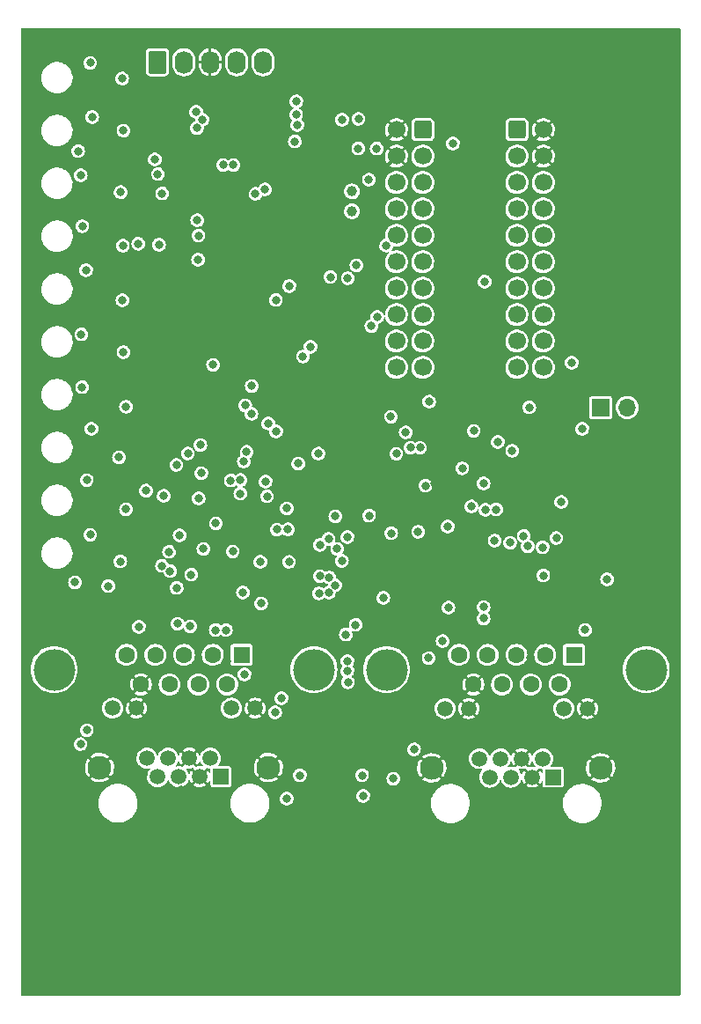
<source format=gbr>
%TF.GenerationSoftware,KiCad,Pcbnew,(6.0.1)*%
%TF.CreationDate,2022-02-13T18:41:53+00:00*%
%TF.ProjectId,module-io,6d6f6475-6c65-42d6-996f-2e6b69636164,rev?*%
%TF.SameCoordinates,Original*%
%TF.FileFunction,Copper,L3,Inr*%
%TF.FilePolarity,Positive*%
%FSLAX46Y46*%
G04 Gerber Fmt 4.6, Leading zero omitted, Abs format (unit mm)*
G04 Created by KiCad (PCBNEW (6.0.1)) date 2022-02-13 18:41:53*
%MOMM*%
%LPD*%
G01*
G04 APERTURE LIST*
G04 Aperture macros list*
%AMRoundRect*
0 Rectangle with rounded corners*
0 $1 Rounding radius*
0 $2 $3 $4 $5 $6 $7 $8 $9 X,Y pos of 4 corners*
0 Add a 4 corners polygon primitive as box body*
4,1,4,$2,$3,$4,$5,$6,$7,$8,$9,$2,$3,0*
0 Add four circle primitives for the rounded corners*
1,1,$1+$1,$2,$3*
1,1,$1+$1,$4,$5*
1,1,$1+$1,$6,$7*
1,1,$1+$1,$8,$9*
0 Add four rect primitives between the rounded corners*
20,1,$1+$1,$2,$3,$4,$5,0*
20,1,$1+$1,$4,$5,$6,$7,0*
20,1,$1+$1,$6,$7,$8,$9,0*
20,1,$1+$1,$8,$9,$2,$3,0*%
G04 Aperture macros list end*
%TA.AperFunction,ComponentPad*%
%ADD10C,4.000000*%
%TD*%
%TA.AperFunction,ComponentPad*%
%ADD11R,1.600000X1.600000*%
%TD*%
%TA.AperFunction,ComponentPad*%
%ADD12C,1.600000*%
%TD*%
%TA.AperFunction,ComponentPad*%
%ADD13R,1.500000X1.500000*%
%TD*%
%TA.AperFunction,ComponentPad*%
%ADD14C,1.500000*%
%TD*%
%TA.AperFunction,ComponentPad*%
%ADD15C,2.300000*%
%TD*%
%TA.AperFunction,ComponentPad*%
%ADD16RoundRect,0.250000X-0.620000X-0.845000X0.620000X-0.845000X0.620000X0.845000X-0.620000X0.845000X0*%
%TD*%
%TA.AperFunction,ComponentPad*%
%ADD17O,1.740000X2.190000*%
%TD*%
%TA.AperFunction,ComponentPad*%
%ADD18RoundRect,0.250000X-0.600000X-0.600000X0.600000X-0.600000X0.600000X0.600000X-0.600000X0.600000X0*%
%TD*%
%TA.AperFunction,ComponentPad*%
%ADD19C,1.700000*%
%TD*%
%TA.AperFunction,ComponentPad*%
%ADD20R,1.700000X1.700000*%
%TD*%
%TA.AperFunction,ComponentPad*%
%ADD21O,1.700000X1.700000*%
%TD*%
%TA.AperFunction,ComponentPad*%
%ADD22C,1.000000*%
%TD*%
%TA.AperFunction,ComponentPad*%
%ADD23RoundRect,0.250000X0.600000X0.600000X-0.600000X0.600000X-0.600000X-0.600000X0.600000X-0.600000X0*%
%TD*%
%TA.AperFunction,ViaPad*%
%ADD24C,0.800000*%
%TD*%
G04 APERTURE END LIST*
D10*
%TO.N,N/C*%
%TO.C,J4*%
X126460000Y-86420000D03*
X151460000Y-86420000D03*
D11*
%TO.N,/inputs/I0*%
X144500000Y-85000000D03*
D12*
%TO.N,/inputs/I1*%
X141730000Y-85000000D03*
%TO.N,/inputs/I2*%
X138960000Y-85000000D03*
%TO.N,/inputs/I3*%
X136190000Y-85000000D03*
%TO.N,/inputs/I4*%
X133420000Y-85000000D03*
%TO.N,/inputs/I5*%
X143115000Y-87840000D03*
%TO.N,/inputs/I6*%
X140345000Y-87840000D03*
%TO.N,/inputs/I7*%
X137575000Y-87840000D03*
%TO.N,0*%
X134805000Y-87840000D03*
%TD*%
D10*
%TO.N,N/C*%
%TO.C,J5*%
X158460000Y-86420000D03*
X183460000Y-86420000D03*
D11*
%TO.N,/Outputs/QA0*%
X176500000Y-85000000D03*
D12*
%TO.N,/Outputs/QA1*%
X173730000Y-85000000D03*
%TO.N,/Outputs/QA2*%
X170960000Y-85000000D03*
%TO.N,/Outputs/QA3*%
X168190000Y-85000000D03*
%TO.N,/Outputs/QA4*%
X165420000Y-85000000D03*
%TO.N,/Outputs/QA5*%
X175115000Y-87840000D03*
%TO.N,/Outputs/QA6*%
X172345000Y-87840000D03*
%TO.N,/Outputs/QA7*%
X169575000Y-87840000D03*
%TO.N,0*%
X166805000Y-87840000D03*
%TD*%
D13*
%TO.N,/Bus Comms/+VBUS*%
%TO.C,J6*%
X142515000Y-96715000D03*
D14*
X141499000Y-94935000D03*
%TO.N,0*%
X140483000Y-96715000D03*
X139467000Y-94935000D03*
%TO.N,/Bus Comms/DATA_A*%
X138451000Y-96715000D03*
%TO.N,/Bus Comms/DATA_B*%
X137435000Y-94935000D03*
%TO.N,/Bus Comms/DMX_A*%
X136419000Y-96715000D03*
%TO.N,/Bus Comms/DMX_B*%
X135403000Y-94935000D03*
%TO.N,0*%
X145815000Y-90115000D03*
%TO.N,/Bus Comms/IN_LINK*%
X143525000Y-90115000D03*
%TO.N,0*%
X134385000Y-90115000D03*
%TO.N,/Bus Comms/IN_ACT*%
X132095000Y-90115000D03*
D15*
%TO.N,0*%
X130825000Y-95825000D03*
X147085000Y-95825000D03*
%TD*%
D13*
%TO.N,/Bus Comms/+VBUS*%
%TO.C,J7*%
X174500000Y-96750000D03*
D14*
X173484000Y-94970000D03*
%TO.N,0*%
X172468000Y-96750000D03*
X171452000Y-94970000D03*
%TO.N,/Bus Comms/DATA_A*%
X170436000Y-96750000D03*
%TO.N,/Bus Comms/DATA_B*%
X169420000Y-94970000D03*
%TO.N,/Bus Comms/DMX_A*%
X168404000Y-96750000D03*
%TO.N,/Bus Comms/DMX_B*%
X167388000Y-94970000D03*
%TO.N,0*%
X177800000Y-90150000D03*
%TO.N,/Bus Comms/OUT_LINK*%
X175510000Y-90150000D03*
%TO.N,0*%
X166370000Y-90150000D03*
%TO.N,/Bus Comms/OUT_ACT*%
X164080000Y-90150000D03*
D15*
%TO.N,0*%
X179070000Y-95860000D03*
X162810000Y-95860000D03*
%TD*%
D16*
%TO.N,/Processing/MCL*%
%TO.C,J8*%
X136398000Y-28000000D03*
D17*
%TO.N,+3V3*%
X138938000Y-28000000D03*
%TO.N,0*%
X141478000Y-28000000D03*
%TO.N,/Processing/ICD*%
X144018000Y-28000000D03*
%TO.N,/Processing/ICC*%
X146558000Y-28000000D03*
%TD*%
D18*
%TO.N,+3V3*%
%TO.C,J10*%
X171000000Y-34500000D03*
D19*
%TO.N,0*%
X173540000Y-34500000D03*
%TO.N,+5V*%
X171000000Y-37040000D03*
%TO.N,0*%
X173540000Y-37040000D03*
%TO.N,/Backplane/TX*%
X171000000Y-39580000D03*
%TO.N,/Backplane/RX*%
X173540000Y-39580000D03*
%TO.N,/Backplane/SCL*%
X171000000Y-42120000D03*
%TO.N,/Backplane/SDA*%
X173540000Y-42120000D03*
%TO.N,/Backplane/CKI*%
X171000000Y-44660000D03*
%TO.N,/Backplane/CKO*%
X173540000Y-44660000D03*
%TO.N,/Backplane/LATI*%
X171000000Y-47200000D03*
%TO.N,/Backplane/LATO*%
X173540000Y-47200000D03*
%TO.N,/Backplane/IN_DO*%
X171000000Y-49740000D03*
%TO.N,/Backplane/OUT_DO*%
X173540000Y-49740000D03*
%TO.N,/Backplane/RESET*%
X171000000Y-52280000D03*
%TO.N,/Backplane/IRQ*%
X173540000Y-52280000D03*
%TO.N,/Backplane/ID_RET*%
X171000000Y-54820000D03*
%TO.N,/Backplane/DA_IRET*%
X173540000Y-54820000D03*
%TO.N,/Backplane/HBEAT*%
X171000000Y-57360000D03*
%TO.N,Net-(J10-Pad20)*%
X173540000Y-57360000D03*
%TD*%
D20*
%TO.N,Net-(J10-Pad20)*%
%TO.C,J11*%
X179070000Y-61214000D03*
D21*
%TO.N,Net-(J11-Pad2)*%
X181610000Y-61214000D03*
%TD*%
D22*
%TO.N,/Processing/SOSCI*%
%TO.C,Y1*%
X155125000Y-42325000D03*
%TO.N,/Processing/SOSCO*%
X155125000Y-40425000D03*
%TD*%
D23*
%TO.N,+3V3*%
%TO.C,J9*%
X161940000Y-34500000D03*
D19*
%TO.N,0*%
X159400000Y-34500000D03*
%TO.N,+5V*%
X161940000Y-37040000D03*
%TO.N,0*%
X159400000Y-37040000D03*
%TO.N,/Backplane/TX*%
X161940000Y-39580000D03*
%TO.N,/Backplane/RX*%
X159400000Y-39580000D03*
%TO.N,/Backplane/SCL*%
X161940000Y-42120000D03*
%TO.N,/Backplane/SDA*%
X159400000Y-42120000D03*
%TO.N,/Backplane/CKI*%
X161940000Y-44660000D03*
%TO.N,/Backplane/CKO*%
X159400000Y-44660000D03*
%TO.N,/Backplane/LATI*%
X161940000Y-47200000D03*
%TO.N,/Backplane/LATO*%
X159400000Y-47200000D03*
%TO.N,/Backplane/IN_DI*%
X161940000Y-49740000D03*
%TO.N,/Backplane/OUT_DI*%
X159400000Y-49740000D03*
%TO.N,/Backplane/RESET*%
X161940000Y-52280000D03*
%TO.N,/Backplane/IRQ*%
X159400000Y-52280000D03*
%TO.N,/Backplane/ID_RET*%
X161940000Y-54820000D03*
%TO.N,/Backplane/DA_IRET*%
X159400000Y-54820000D03*
%TO.N,/Backplane/HBEAT*%
X161940000Y-57360000D03*
%TO.N,Net-(J10-Pad20)*%
X159400000Y-57360000D03*
%TD*%
D24*
%TO.N,Net-(BT1-Pad1)*%
X156746455Y-39297202D03*
%TO.N,0*%
X141800000Y-98475000D03*
X164900000Y-58100000D03*
X170850000Y-58850000D03*
X132525000Y-86350000D03*
X166800000Y-84500000D03*
X147300000Y-48000000D03*
X175050000Y-77625000D03*
X158550000Y-82550000D03*
X163100000Y-68500000D03*
X165300000Y-60100000D03*
X145100000Y-39900000D03*
X160555541Y-79380541D03*
X169050000Y-54850000D03*
X167200000Y-39400000D03*
X181700000Y-88750000D03*
X154650000Y-31400000D03*
X133275000Y-96025000D03*
X132225000Y-42175000D03*
X148050000Y-69800000D03*
X143050000Y-85600000D03*
X156500000Y-45400000D03*
X141525000Y-90225000D03*
X165950000Y-68750000D03*
X133525000Y-74525000D03*
X164950000Y-37200000D03*
X135525000Y-76450000D03*
X155175000Y-51850000D03*
X181200000Y-52400000D03*
X163700000Y-42350000D03*
X177150000Y-73125000D03*
X177950000Y-88325000D03*
X176022000Y-53848000D03*
X180725000Y-93125000D03*
X177125000Y-71050000D03*
X144900000Y-41100000D03*
X132250000Y-52625000D03*
X136175000Y-90200000D03*
X163875000Y-33500000D03*
X160528000Y-98552000D03*
X148275000Y-86825000D03*
X134600000Y-65600000D03*
X143600000Y-55300000D03*
X163450000Y-47350000D03*
X178000000Y-51200000D03*
X175500000Y-49900000D03*
X180086000Y-57658000D03*
X140475000Y-98700000D03*
X128725000Y-96000000D03*
X146100000Y-39000000D03*
X177100000Y-68850000D03*
X169200000Y-60700000D03*
X132175000Y-57725000D03*
X146300000Y-43000000D03*
X145200000Y-57300000D03*
X153850000Y-40550000D03*
X145300000Y-53700000D03*
X132450000Y-83925000D03*
X160528000Y-96266000D03*
X135586034Y-74263966D03*
X150850000Y-42625000D03*
X145150000Y-88000000D03*
X169700000Y-35900000D03*
X146300000Y-43850000D03*
X155820000Y-54670000D03*
X138700000Y-98000000D03*
X181500000Y-47330000D03*
X148950000Y-94950000D03*
X134200000Y-86325000D03*
X133625000Y-78225000D03*
X168300000Y-33500000D03*
X171400000Y-61900000D03*
X161200000Y-88600000D03*
X134000000Y-83175000D03*
X175450000Y-38125000D03*
X170700000Y-91150000D03*
X167800000Y-55600000D03*
X179200000Y-52400000D03*
X172650000Y-58575000D03*
X178900000Y-62800000D03*
X144800000Y-95850000D03*
X153162000Y-98806000D03*
X152900000Y-83975000D03*
X132075000Y-67925000D03*
X157975000Y-35200000D03*
X156475000Y-42775000D03*
X154350000Y-39450000D03*
X175450000Y-35475000D03*
X176975000Y-88350000D03*
X177950000Y-77650000D03*
X152100000Y-76050000D03*
X168250000Y-37200000D03*
X166525000Y-35650000D03*
X132500000Y-79075000D03*
X140100000Y-42025000D03*
X154178000Y-96520000D03*
X161150000Y-86350000D03*
X152400000Y-31125000D03*
X149550000Y-84475000D03*
X173500000Y-70400000D03*
X174550000Y-83660000D03*
X169500000Y-39300000D03*
X176022000Y-55626000D03*
X176700000Y-47900000D03*
X136175000Y-87225000D03*
X155500000Y-45400000D03*
X141000000Y-37400000D03*
X138375000Y-74575000D03*
X148710000Y-54470000D03*
X175450000Y-33475000D03*
X144200000Y-36900000D03*
X169725000Y-89975000D03*
X171925000Y-89975000D03*
X147300000Y-51800000D03*
X170800000Y-69300000D03*
X148222990Y-66025000D03*
X178950000Y-86125000D03*
X132200000Y-73000000D03*
X155350000Y-57360000D03*
X144526000Y-32258000D03*
X155475000Y-67050000D03*
X169250000Y-78450000D03*
X153200000Y-45400000D03*
X164750000Y-39500000D03*
X174400000Y-58700000D03*
X160100000Y-88550000D03*
X167850000Y-52200000D03*
X136650000Y-65550000D03*
X151000000Y-58810000D03*
X165475000Y-95800000D03*
X168875000Y-90775000D03*
X145400000Y-50600000D03*
X153300000Y-62600000D03*
X142000000Y-46200000D03*
X155702000Y-26162000D03*
X143300000Y-47800000D03*
X166775000Y-50025000D03*
X149800000Y-44500000D03*
X147000000Y-82608043D03*
X184150000Y-77978000D03*
X163475000Y-52450000D03*
X162200000Y-87250000D03*
X150175000Y-67925000D03*
X145000000Y-43100000D03*
X167200000Y-41900000D03*
X133100000Y-88100000D03*
X156400000Y-40600000D03*
X173775000Y-91025000D03*
X156625000Y-35650000D03*
X154400000Y-45400000D03*
X162550000Y-72950000D03*
X151000000Y-44500000D03*
X178000000Y-53800000D03*
X164900000Y-68400000D03*
X146300000Y-44700000D03*
X168300000Y-58575000D03*
X146075000Y-85225000D03*
X172325000Y-85300000D03*
X132500000Y-77650000D03*
X181102000Y-55118000D03*
X152550000Y-35675000D03*
X165626907Y-74820000D03*
X175400000Y-62300000D03*
X164900000Y-55600000D03*
X165300000Y-47700000D03*
X158100000Y-77900000D03*
X134725000Y-81100000D03*
X173700000Y-79300000D03*
X146812000Y-77470000D03*
X141550000Y-69725000D03*
X136175000Y-35650000D03*
X162306000Y-62230000D03*
%TO.N,+3V3*%
X165750000Y-67050000D03*
X136150000Y-37350000D03*
X162554309Y-60639160D03*
X138525000Y-73500000D03*
X136850000Y-40625000D03*
X148844000Y-98806000D03*
X159400000Y-65648500D03*
X146812000Y-68326000D03*
X146950000Y-69750000D03*
X129925000Y-28075000D03*
X173545210Y-77364040D03*
X156210000Y-98552000D03*
X150114000Y-96575001D03*
X158150000Y-79500000D03*
X156777387Y-71598412D03*
X156100000Y-96575001D03*
X130125000Y-33275000D03*
%TO.N,Net-(D1-Pad2)*%
X133000000Y-29575000D03*
%TO.N,Net-(D2-Pad2)*%
X133125000Y-34575000D03*
%TO.N,/Outputs/ID_SW_0V*%
X128775000Y-36550000D03*
%TO.N,/Processing/LED_SYS1*%
X136439512Y-38760490D03*
X145478378Y-59140000D03*
X139650000Y-77277000D03*
X147900000Y-72950000D03*
X136550000Y-45550000D03*
X146308032Y-76035885D03*
X149750000Y-33050000D03*
%TO.N,Net-(D4-Pad1)*%
X129025000Y-38875000D03*
%TO.N,/Processing/LED_SYS2*%
X144711384Y-66403352D03*
X145450000Y-61800000D03*
X148950000Y-72925000D03*
X134550000Y-45457709D03*
X141743515Y-57100000D03*
X149860000Y-34036000D03*
X147066000Y-62738000D03*
%TO.N,Net-(D5-Pad1)*%
X129175000Y-43775000D03*
%TO.N,/Processing/LED_SYS3*%
X144381990Y-68180435D03*
X149625000Y-35625000D03*
X147828000Y-63500000D03*
X144381990Y-69486000D03*
X144850000Y-61000000D03*
%TO.N,Net-(D6-Pad1)*%
X129540000Y-48006000D03*
%TO.N,/inputs/LI3*%
X144986523Y-65477009D03*
X142025000Y-72350000D03*
%TO.N,Net-(D7-Pad1)*%
X129075000Y-54175000D03*
%TO.N,/inputs/LI4*%
X140541034Y-64816034D03*
X140375000Y-69929011D03*
%TO.N,Net-(D8-Pad1)*%
X129150000Y-59250000D03*
%TO.N,/inputs/LI5*%
X139327011Y-65626767D03*
X149060569Y-76047990D03*
%TO.N,Net-(D9-Pad1)*%
X130050000Y-63250000D03*
%TO.N,/inputs/LI6*%
X153500000Y-78300000D03*
X138225002Y-66725000D03*
%TO.N,Net-(D10-Pad1)*%
X129600000Y-68200000D03*
%TO.N,/inputs/LI7*%
X137000000Y-69701500D03*
X153698500Y-74800000D03*
X143456278Y-68229333D03*
%TO.N,Net-(D11-Pad1)*%
X129927010Y-73450000D03*
%TO.N,Net-(D12-Pad2)*%
X132850000Y-40500000D03*
%TO.N,Net-(D13-Pad2)*%
X133075000Y-45650000D03*
%TO.N,/Outputs/QA1*%
X129601708Y-92248292D03*
X129000000Y-93575000D03*
%TO.N,Net-(D14-Pad2)*%
X133030459Y-50894541D03*
%TO.N,/Outputs/QA2*%
X163851500Y-83673181D03*
X128456981Y-78022990D03*
X131663022Y-78375000D03*
%TO.N,Net-(D15-Pad2)*%
X133125000Y-55875000D03*
%TO.N,Net-(D16-Pad2)*%
X133375000Y-61125000D03*
%TO.N,Net-(D17-Pad2)*%
X132700000Y-66000000D03*
%TO.N,Net-(D18-Pad2)*%
X133375000Y-71000000D03*
%TO.N,/Outputs/QA6*%
X162503041Y-85310959D03*
%TO.N,Net-(D19-Pad2)*%
X132825000Y-76000000D03*
%TO.N,/Outputs/QA7*%
X147735372Y-90516628D03*
X148336000Y-89154000D03*
%TO.N,Net-(D21-Pad2)*%
X137618520Y-76936840D03*
%TO.N,Net-(D21-Pad1)*%
X134620000Y-82296000D03*
%TO.N,Net-(D22-Pad2)*%
X137525000Y-75075000D03*
%TO.N,Net-(D22-Pad1)*%
X136837500Y-76437500D03*
%TO.N,Net-(D23-Pad2)*%
X152031312Y-74419298D03*
X151950000Y-79075000D03*
X152031305Y-77429544D03*
%TO.N,Net-(D23-Pad1)*%
X148850000Y-70900000D03*
%TO.N,Net-(D24-Pad2)*%
X153525480Y-71676502D03*
X154157509Y-75950000D03*
%TO.N,Net-(D24-Pad1)*%
X152898391Y-79005265D03*
X152949950Y-77553812D03*
X152873980Y-73833091D03*
%TO.N,/Processing/IO5*%
X140125000Y-32766000D03*
%TO.N,/Processing/IO4*%
X140200000Y-34325000D03*
%TO.N,/Processing/U1RX*%
X161681383Y-65077000D03*
X149098000Y-49530000D03*
X157556272Y-52505796D03*
%TO.N,/Processing/U1TX*%
X156997990Y-53372010D03*
X147800000Y-50875000D03*
X160754380Y-65077000D03*
%TO.N,/Backplane/SDA*%
X140225000Y-43200000D03*
%TO.N,/Backplane/SCL*%
X140350000Y-44675000D03*
%TO.N,/Processing/SDI*%
X140310000Y-46990000D03*
X154730651Y-48768000D03*
X153049628Y-48655628D03*
%TO.N,/Processing/SCK*%
X142710000Y-37880000D03*
%TO.N,/Processing/SDO*%
X143710000Y-37879010D03*
%TO.N,/Bus Comms/ACT_LED*%
X146764789Y-40241990D03*
X154178000Y-33528000D03*
%TO.N,/Processing/IO1*%
X157500000Y-36310000D03*
X167900000Y-49100000D03*
X176276000Y-56896000D03*
%TO.N,Net-(IC1-Pad2)*%
X149775000Y-31775000D03*
%TO.N,/Bus Comms/DATA_TXEN*%
X154686000Y-86525013D03*
%TO.N,/Bus Comms/DMX_TXEN*%
X164338000Y-72644000D03*
%TO.N,/Bus Comms/DATA_mRX*%
X154686000Y-85598000D03*
%TO.N,/Bus Comms/DMX_mRX*%
X154539319Y-83039319D03*
X161500000Y-73150000D03*
X155476323Y-82095201D03*
%TO.N,/Bus Comms/DATA_mTX*%
X154741022Y-87627531D03*
%TO.N,/Bus Comms/DMX_mTX*%
X158900000Y-73295500D03*
%TO.N,/inputs/I7*%
X154686000Y-73660000D03*
X144780000Y-86868000D03*
%TO.N,/inputs/I6*%
X138325000Y-82000000D03*
%TO.N,/inputs/I5*%
X139550000Y-82250000D03*
%TO.N,/inputs/I4*%
X138250000Y-78550000D03*
%TO.N,/inputs/I3*%
X140825000Y-74798000D03*
X142000000Y-82608043D03*
%TO.N,/inputs/I2*%
X143650000Y-75050000D03*
X143000000Y-82608043D03*
%TO.N,/inputs/I1*%
X144625000Y-78994000D03*
%TO.N,/inputs/I0*%
X146375000Y-80050000D03*
%TO.N,/Bus Comms/LINK_LED*%
X155750000Y-33450000D03*
X145833978Y-40664043D03*
%TO.N,/Backplane/ID_RET*%
X155730842Y-36293158D03*
%TO.N,/Backplane/RESET*%
X166850000Y-63450000D03*
X167800000Y-68500000D03*
%TO.N,/Backplane/DA_IRET*%
X177292000Y-63246000D03*
%TO.N,/Backplane/CKI*%
X158420241Y-45627591D03*
%TO.N,Net-(J10-Pad20)*%
X172200000Y-61200000D03*
%TO.N,/Backplane/IN_DO*%
X150409223Y-56298095D03*
%TO.N,/Outputs/ANA_AINH*%
X168860681Y-73999499D03*
%TO.N,/Outputs/_OUT_OE*%
X158880000Y-62100000D03*
%TO.N,/inputs/LAT*%
X140631031Y-67520979D03*
X135300000Y-69200000D03*
X155557986Y-47532012D03*
%TO.N,Net-(Q5-Pad3)*%
X140716000Y-33528000D03*
X164846000Y-35814000D03*
%TO.N,Net-(Q9-Pad3)*%
X151892010Y-65641990D03*
%TO.N,/Outputs/LATI_EN*%
X149950000Y-66600000D03*
%TO.N,Net-(R34-Pad1)*%
X160300000Y-63599996D03*
%TO.N,Net-(R35-Pad1)*%
X162201161Y-68724710D03*
%TO.N,Net-(TP10-Pad1)*%
X179688000Y-77724000D03*
%TO.N,Net-(TP11-Pad1)*%
X177557315Y-82602075D03*
%TO.N,Net-(U3-Pad6)*%
X175266552Y-70295980D03*
%TO.N,Net-(U3-Pad5)*%
X174800000Y-73750000D03*
%TO.N,Net-(U3-Pad4)*%
X173483500Y-74650000D03*
%TO.N,Net-(U3-Pad3)*%
X172050000Y-74550000D03*
%TO.N,Net-(U3-Pad2)*%
X171650000Y-73550000D03*
%TO.N,Net-(U3-Pad1)*%
X170350000Y-74200000D03*
%TO.N,Net-(U4-Pad6)*%
X169164000Y-64516000D03*
%TO.N,Net-(U4-Pad5)*%
X170552553Y-65365563D03*
%TO.N,Net-(U4-Pad4)*%
X167800000Y-81500000D03*
X169000000Y-71009500D03*
%TO.N,Net-(U4-Pad3)*%
X167800000Y-80400000D03*
X167980931Y-71040431D03*
%TO.N,Net-(U4-Pad2)*%
X164420000Y-80440000D03*
X166624000Y-70722000D03*
%TO.N,/Bus Comms/DMX_B*%
X161100000Y-94091584D03*
%TO.N,/Bus Comms/DMX_A*%
X159100000Y-96900000D03*
%TO.N,/Backplane/IN_DI*%
X151130000Y-55372000D03*
%TD*%
%TA.AperFunction,Conductor*%
%TO.N,0*%
G36*
X186727694Y-24772306D02*
G01*
X186746000Y-24816500D01*
X186746000Y-117683500D01*
X186727694Y-117727694D01*
X186683500Y-117746000D01*
X123316500Y-117746000D01*
X123272306Y-117727694D01*
X123254000Y-117683500D01*
X123254000Y-99297755D01*
X130720958Y-99297755D01*
X130746864Y-99569280D01*
X130811695Y-99834222D01*
X130914092Y-100087030D01*
X130915235Y-100088983D01*
X130915236Y-100088984D01*
X130983002Y-100204719D01*
X131051912Y-100322408D01*
X131222266Y-100535425D01*
X131223920Y-100536970D01*
X131419926Y-100720069D01*
X131419931Y-100720073D01*
X131421587Y-100721620D01*
X131645698Y-100877092D01*
X131889905Y-100998583D01*
X132149092Y-101083548D01*
X132151311Y-101083933D01*
X132151314Y-101083934D01*
X132415945Y-101129882D01*
X132415947Y-101129882D01*
X132417829Y-101130209D01*
X132504022Y-101134500D01*
X132674282Y-101134500D01*
X132675409Y-101134418D01*
X132675415Y-101134418D01*
X132874784Y-101119952D01*
X132874785Y-101119952D01*
X132877043Y-101119788D01*
X133143387Y-101060985D01*
X133145505Y-101060183D01*
X133145507Y-101060182D01*
X133396336Y-100965151D01*
X133396335Y-100965151D01*
X133398453Y-100964349D01*
X133400430Y-100963251D01*
X133400434Y-100963249D01*
X133557863Y-100875805D01*
X133636898Y-100831905D01*
X133853725Y-100666427D01*
X134008598Y-100508000D01*
X134042813Y-100473000D01*
X134042817Y-100472995D01*
X134044394Y-100471382D01*
X134204910Y-100250856D01*
X134331910Y-100009469D01*
X134422734Y-99752276D01*
X134423174Y-99750044D01*
X134475041Y-99486894D01*
X134475041Y-99486892D01*
X134475480Y-99484666D01*
X134476666Y-99460854D01*
X134484785Y-99297755D01*
X143420958Y-99297755D01*
X143446864Y-99569280D01*
X143511695Y-99834222D01*
X143614092Y-100087030D01*
X143615235Y-100088983D01*
X143615236Y-100088984D01*
X143683002Y-100204719D01*
X143751912Y-100322408D01*
X143922266Y-100535425D01*
X143923920Y-100536970D01*
X144119926Y-100720069D01*
X144119931Y-100720073D01*
X144121587Y-100721620D01*
X144345698Y-100877092D01*
X144589905Y-100998583D01*
X144849092Y-101083548D01*
X144851311Y-101083933D01*
X144851314Y-101083934D01*
X145115945Y-101129882D01*
X145115947Y-101129882D01*
X145117829Y-101130209D01*
X145204022Y-101134500D01*
X145374282Y-101134500D01*
X145375409Y-101134418D01*
X145375415Y-101134418D01*
X145574784Y-101119952D01*
X145574785Y-101119952D01*
X145577043Y-101119788D01*
X145843387Y-101060985D01*
X145845505Y-101060183D01*
X145845507Y-101060182D01*
X146096336Y-100965151D01*
X146096335Y-100965151D01*
X146098453Y-100964349D01*
X146100430Y-100963251D01*
X146100434Y-100963249D01*
X146257863Y-100875805D01*
X146336898Y-100831905D01*
X146553725Y-100666427D01*
X146708598Y-100508000D01*
X146742813Y-100473000D01*
X146742817Y-100472995D01*
X146744394Y-100471382D01*
X146904910Y-100250856D01*
X147031910Y-100009469D01*
X147122734Y-99752276D01*
X147123174Y-99750044D01*
X147175041Y-99486894D01*
X147175041Y-99486892D01*
X147175480Y-99484666D01*
X147176666Y-99460854D01*
X147187187Y-99249508D01*
X147189042Y-99212245D01*
X147163136Y-98940720D01*
X147128481Y-98799096D01*
X148184729Y-98799096D01*
X148202113Y-98956553D01*
X148256553Y-99105319D01*
X148270911Y-99126686D01*
X148323715Y-99205266D01*
X148344908Y-99236805D01*
X148347695Y-99239341D01*
X148361903Y-99252269D01*
X148462076Y-99343419D01*
X148465385Y-99345216D01*
X148465387Y-99345217D01*
X148563368Y-99398416D01*
X148601293Y-99419008D01*
X148604940Y-99419965D01*
X148604943Y-99419966D01*
X148750874Y-99458250D01*
X148754522Y-99459207D01*
X148839157Y-99460536D01*
X148909147Y-99461636D01*
X148909149Y-99461636D01*
X148912916Y-99461695D01*
X149067332Y-99426329D01*
X149070696Y-99424637D01*
X149070699Y-99424636D01*
X149137611Y-99390983D01*
X149208855Y-99355151D01*
X149211720Y-99352704D01*
X149211723Y-99352702D01*
X149235077Y-99332755D01*
X162705958Y-99332755D01*
X162731864Y-99604280D01*
X162796695Y-99869222D01*
X162899092Y-100122030D01*
X163036912Y-100357408D01*
X163207266Y-100570425D01*
X163208920Y-100571970D01*
X163404926Y-100755069D01*
X163404931Y-100755073D01*
X163406587Y-100756620D01*
X163630698Y-100912092D01*
X163874905Y-101033583D01*
X164134092Y-101118548D01*
X164136311Y-101118933D01*
X164136314Y-101118934D01*
X164400945Y-101164882D01*
X164400947Y-101164882D01*
X164402829Y-101165209D01*
X164489022Y-101169500D01*
X164659282Y-101169500D01*
X164660409Y-101169418D01*
X164660415Y-101169418D01*
X164859784Y-101154952D01*
X164859785Y-101154952D01*
X164862043Y-101154788D01*
X165128387Y-101095985D01*
X165130505Y-101095183D01*
X165130507Y-101095182D01*
X165381336Y-101000151D01*
X165381335Y-101000151D01*
X165383453Y-100999349D01*
X165385430Y-100998251D01*
X165385434Y-100998249D01*
X165542863Y-100910805D01*
X165621898Y-100866905D01*
X165666318Y-100833005D01*
X165766405Y-100756620D01*
X165838725Y-100701427D01*
X165968516Y-100568657D01*
X166027813Y-100508000D01*
X166027817Y-100507995D01*
X166029394Y-100506382D01*
X166056203Y-100469551D01*
X166109652Y-100396119D01*
X166189910Y-100285856D01*
X166208325Y-100250856D01*
X166293489Y-100088984D01*
X166316910Y-100044469D01*
X166407734Y-99787276D01*
X166414633Y-99752276D01*
X166460041Y-99521894D01*
X166460041Y-99521892D01*
X166460480Y-99519666D01*
X166462112Y-99486894D01*
X166469785Y-99332755D01*
X175405958Y-99332755D01*
X175431864Y-99604280D01*
X175496695Y-99869222D01*
X175599092Y-100122030D01*
X175736912Y-100357408D01*
X175907266Y-100570425D01*
X175908920Y-100571970D01*
X176104926Y-100755069D01*
X176104931Y-100755073D01*
X176106587Y-100756620D01*
X176330698Y-100912092D01*
X176574905Y-101033583D01*
X176834092Y-101118548D01*
X176836311Y-101118933D01*
X176836314Y-101118934D01*
X177100945Y-101164882D01*
X177100947Y-101164882D01*
X177102829Y-101165209D01*
X177189022Y-101169500D01*
X177359282Y-101169500D01*
X177360409Y-101169418D01*
X177360415Y-101169418D01*
X177559784Y-101154952D01*
X177559785Y-101154952D01*
X177562043Y-101154788D01*
X177828387Y-101095985D01*
X177830505Y-101095183D01*
X177830507Y-101095182D01*
X178081336Y-101000151D01*
X178081335Y-101000151D01*
X178083453Y-100999349D01*
X178085430Y-100998251D01*
X178085434Y-100998249D01*
X178242863Y-100910805D01*
X178321898Y-100866905D01*
X178366318Y-100833005D01*
X178466405Y-100756620D01*
X178538725Y-100701427D01*
X178668516Y-100568657D01*
X178727813Y-100508000D01*
X178727817Y-100507995D01*
X178729394Y-100506382D01*
X178756203Y-100469551D01*
X178809652Y-100396119D01*
X178889910Y-100285856D01*
X178908325Y-100250856D01*
X178993489Y-100088984D01*
X179016910Y-100044469D01*
X179107734Y-99787276D01*
X179114633Y-99752276D01*
X179160041Y-99521894D01*
X179160041Y-99521892D01*
X179160480Y-99519666D01*
X179162112Y-99486894D01*
X179173929Y-99249508D01*
X179174042Y-99247245D01*
X179148136Y-98975720D01*
X179142530Y-98952808D01*
X179109485Y-98817767D01*
X179083305Y-98710778D01*
X178980908Y-98457970D01*
X178959271Y-98421016D01*
X178866850Y-98263175D01*
X178843088Y-98222592D01*
X178672734Y-98009575D01*
X178596377Y-97938246D01*
X178475074Y-97824931D01*
X178475069Y-97824927D01*
X178473413Y-97823380D01*
X178379750Y-97758403D01*
X178316416Y-97714467D01*
X178249302Y-97667908D01*
X178225467Y-97656050D01*
X178113515Y-97600355D01*
X178005095Y-97546417D01*
X177745908Y-97461452D01*
X177743689Y-97461067D01*
X177743686Y-97461066D01*
X177479055Y-97415118D01*
X177479053Y-97415118D01*
X177477171Y-97414791D01*
X177390978Y-97410500D01*
X177220718Y-97410500D01*
X177219591Y-97410582D01*
X177219585Y-97410582D01*
X177020216Y-97425048D01*
X177020215Y-97425048D01*
X177017957Y-97425212D01*
X176751613Y-97484015D01*
X176749495Y-97484817D01*
X176749493Y-97484818D01*
X176614277Y-97536047D01*
X176496547Y-97580651D01*
X176494570Y-97581749D01*
X176494566Y-97581751D01*
X176377325Y-97646873D01*
X176258102Y-97713095D01*
X176256306Y-97714466D01*
X176256304Y-97714467D01*
X176198077Y-97758905D01*
X176041275Y-97878573D01*
X175982941Y-97938246D01*
X175852187Y-98072000D01*
X175852183Y-98072005D01*
X175850606Y-98073618D01*
X175849275Y-98075447D01*
X175849273Y-98075449D01*
X175823514Y-98110838D01*
X175690090Y-98294144D01*
X175689038Y-98296143D01*
X175689037Y-98296145D01*
X175635198Y-98398477D01*
X175563090Y-98535531D01*
X175472266Y-98792724D01*
X175471826Y-98794955D01*
X175471826Y-98794956D01*
X175426419Y-99025334D01*
X175419520Y-99060334D01*
X175419407Y-99062594D01*
X175419407Y-99062598D01*
X175413903Y-99173170D01*
X175405958Y-99332755D01*
X166469785Y-99332755D01*
X166473929Y-99249508D01*
X166474042Y-99247245D01*
X166448136Y-98975720D01*
X166442530Y-98952808D01*
X166409485Y-98817767D01*
X166383305Y-98710778D01*
X166280908Y-98457970D01*
X166259271Y-98421016D01*
X166166850Y-98263175D01*
X166143088Y-98222592D01*
X165972734Y-98009575D01*
X165896377Y-97938246D01*
X165775074Y-97824931D01*
X165775069Y-97824927D01*
X165773413Y-97823380D01*
X165679750Y-97758403D01*
X165616416Y-97714467D01*
X165549302Y-97667908D01*
X165525467Y-97656050D01*
X165413515Y-97600355D01*
X165305095Y-97546417D01*
X165045908Y-97461452D01*
X165043689Y-97461067D01*
X165043686Y-97461066D01*
X164779055Y-97415118D01*
X164779053Y-97415118D01*
X164777171Y-97414791D01*
X164690978Y-97410500D01*
X164520718Y-97410500D01*
X164519591Y-97410582D01*
X164519585Y-97410582D01*
X164320216Y-97425048D01*
X164320215Y-97425048D01*
X164317957Y-97425212D01*
X164051613Y-97484015D01*
X164049495Y-97484817D01*
X164049493Y-97484818D01*
X163914277Y-97536047D01*
X163796547Y-97580651D01*
X163794570Y-97581749D01*
X163794566Y-97581751D01*
X163677325Y-97646873D01*
X163558102Y-97713095D01*
X163556306Y-97714466D01*
X163556304Y-97714467D01*
X163498077Y-97758905D01*
X163341275Y-97878573D01*
X163282941Y-97938246D01*
X163152187Y-98072000D01*
X163152183Y-98072005D01*
X163150606Y-98073618D01*
X163149275Y-98075447D01*
X163149273Y-98075449D01*
X163123514Y-98110838D01*
X162990090Y-98294144D01*
X162989038Y-98296143D01*
X162989037Y-98296145D01*
X162935198Y-98398477D01*
X162863090Y-98535531D01*
X162772266Y-98792724D01*
X162771826Y-98794955D01*
X162771826Y-98794956D01*
X162726419Y-99025334D01*
X162719520Y-99060334D01*
X162719407Y-99062594D01*
X162719407Y-99062598D01*
X162713903Y-99173170D01*
X162705958Y-99332755D01*
X149235077Y-99332755D01*
X149277055Y-99296902D01*
X149329314Y-99252269D01*
X149331509Y-99249214D01*
X149331512Y-99249211D01*
X149419555Y-99126686D01*
X149419556Y-99126684D01*
X149421755Y-99123624D01*
X149480842Y-98976641D01*
X149490944Y-98905656D01*
X149502875Y-98821826D01*
X149502875Y-98821821D01*
X149503162Y-98819807D01*
X149503307Y-98806000D01*
X149484276Y-98648733D01*
X149445114Y-98545096D01*
X155550729Y-98545096D01*
X155568113Y-98702553D01*
X155622553Y-98851319D01*
X155710908Y-98982805D01*
X155828076Y-99089419D01*
X155831385Y-99091216D01*
X155831387Y-99091217D01*
X155891073Y-99123624D01*
X155967293Y-99165008D01*
X155970940Y-99165965D01*
X155970943Y-99165966D01*
X156116874Y-99204250D01*
X156120522Y-99205207D01*
X156205157Y-99206536D01*
X156275147Y-99207636D01*
X156275149Y-99207636D01*
X156278916Y-99207695D01*
X156433332Y-99172329D01*
X156436696Y-99170637D01*
X156436699Y-99170636D01*
X156560346Y-99108448D01*
X156574855Y-99101151D01*
X156577720Y-99098704D01*
X156577723Y-99098702D01*
X156663625Y-99025334D01*
X156695314Y-98998269D01*
X156697509Y-98995214D01*
X156697512Y-98995211D01*
X156785555Y-98872686D01*
X156785556Y-98872684D01*
X156787755Y-98869624D01*
X156846842Y-98722641D01*
X156869162Y-98565807D01*
X156869307Y-98552000D01*
X156850276Y-98394733D01*
X156794280Y-98246546D01*
X156704553Y-98115992D01*
X156586275Y-98010611D01*
X156446274Y-97936484D01*
X156292633Y-97897892D01*
X156288868Y-97897872D01*
X156288866Y-97897872D01*
X156210296Y-97897461D01*
X156134221Y-97897062D01*
X156130557Y-97897942D01*
X156130554Y-97897942D01*
X156060948Y-97914653D01*
X155980184Y-97934043D01*
X155976842Y-97935768D01*
X155976839Y-97935769D01*
X155909799Y-97970371D01*
X155839414Y-98006700D01*
X155836576Y-98009175D01*
X155836577Y-98009175D01*
X155764560Y-98072000D01*
X155720039Y-98110838D01*
X155717873Y-98113920D01*
X155717872Y-98113921D01*
X155690540Y-98152810D01*
X155628950Y-98240444D01*
X155627581Y-98243955D01*
X155627580Y-98243957D01*
X155579249Y-98367921D01*
X155571406Y-98388037D01*
X155570914Y-98391774D01*
X155551221Y-98541355D01*
X155551221Y-98541359D01*
X155550729Y-98545096D01*
X149445114Y-98545096D01*
X149428280Y-98500546D01*
X149338553Y-98369992D01*
X149302054Y-98337473D01*
X149223087Y-98267116D01*
X149223085Y-98267115D01*
X149220275Y-98264611D01*
X149080274Y-98190484D01*
X148926633Y-98151892D01*
X148922868Y-98151872D01*
X148922866Y-98151872D01*
X148844296Y-98151461D01*
X148768221Y-98151062D01*
X148764557Y-98151942D01*
X148764554Y-98151942D01*
X148694948Y-98168653D01*
X148614184Y-98188043D01*
X148610842Y-98189768D01*
X148610839Y-98189769D01*
X148550676Y-98220822D01*
X148473414Y-98260700D01*
X148354039Y-98364838D01*
X148351873Y-98367920D01*
X148351872Y-98367921D01*
X148348233Y-98373099D01*
X148262950Y-98494444D01*
X148261581Y-98497955D01*
X148261580Y-98497957D01*
X148234340Y-98567826D01*
X148205406Y-98642037D01*
X148204914Y-98645774D01*
X148185221Y-98795355D01*
X148185221Y-98795359D01*
X148184729Y-98799096D01*
X147128481Y-98799096D01*
X147098305Y-98675778D01*
X146995908Y-98422970D01*
X146979375Y-98394733D01*
X146887227Y-98237358D01*
X146858088Y-98187592D01*
X146687734Y-97974575D01*
X146586700Y-97880194D01*
X146490074Y-97789931D01*
X146490069Y-97789927D01*
X146488413Y-97788380D01*
X146446263Y-97759139D01*
X146329831Y-97678367D01*
X146264302Y-97632908D01*
X146020095Y-97511417D01*
X145760908Y-97426452D01*
X145758689Y-97426067D01*
X145758686Y-97426066D01*
X145494055Y-97380118D01*
X145494053Y-97380118D01*
X145492171Y-97379791D01*
X145405978Y-97375500D01*
X145235718Y-97375500D01*
X145234591Y-97375582D01*
X145234585Y-97375582D01*
X145035216Y-97390048D01*
X145035215Y-97390048D01*
X145032957Y-97390212D01*
X144766613Y-97449015D01*
X144764495Y-97449817D01*
X144764493Y-97449818D01*
X144629277Y-97501047D01*
X144511547Y-97545651D01*
X144509570Y-97546749D01*
X144509566Y-97546751D01*
X144425831Y-97593262D01*
X144273102Y-97678095D01*
X144271306Y-97679466D01*
X144271304Y-97679467D01*
X144213077Y-97723905D01*
X144056275Y-97843573D01*
X143968694Y-97933164D01*
X143867187Y-98037000D01*
X143867183Y-98037005D01*
X143865606Y-98038618D01*
X143864275Y-98040447D01*
X143864273Y-98040449D01*
X143814841Y-98108362D01*
X143705090Y-98259144D01*
X143704038Y-98261143D01*
X143704037Y-98261145D01*
X143685623Y-98296145D01*
X143578090Y-98500531D01*
X143487266Y-98757724D01*
X143486826Y-98759955D01*
X143486826Y-98759956D01*
X143439855Y-98998269D01*
X143434520Y-99025334D01*
X143434407Y-99027594D01*
X143434407Y-99027598D01*
X143430714Y-99101777D01*
X143420958Y-99297755D01*
X134484785Y-99297755D01*
X134487187Y-99249508D01*
X134489042Y-99212245D01*
X134463136Y-98940720D01*
X134398305Y-98675778D01*
X134295908Y-98422970D01*
X134279375Y-98394733D01*
X134187227Y-98237358D01*
X134158088Y-98187592D01*
X133987734Y-97974575D01*
X133886700Y-97880194D01*
X133790074Y-97789931D01*
X133790069Y-97789927D01*
X133788413Y-97788380D01*
X133746263Y-97759139D01*
X133629831Y-97678367D01*
X133564302Y-97632908D01*
X133320095Y-97511417D01*
X133060908Y-97426452D01*
X133058689Y-97426067D01*
X133058686Y-97426066D01*
X132794055Y-97380118D01*
X132794053Y-97380118D01*
X132792171Y-97379791D01*
X132705978Y-97375500D01*
X132535718Y-97375500D01*
X132534591Y-97375582D01*
X132534585Y-97375582D01*
X132335216Y-97390048D01*
X132335215Y-97390048D01*
X132332957Y-97390212D01*
X132066613Y-97449015D01*
X132064495Y-97449817D01*
X132064493Y-97449818D01*
X131929277Y-97501047D01*
X131811547Y-97545651D01*
X131809570Y-97546749D01*
X131809566Y-97546751D01*
X131725831Y-97593262D01*
X131573102Y-97678095D01*
X131571306Y-97679466D01*
X131571304Y-97679467D01*
X131513077Y-97723905D01*
X131356275Y-97843573D01*
X131268694Y-97933164D01*
X131167187Y-98037000D01*
X131167183Y-98037005D01*
X131165606Y-98038618D01*
X131164275Y-98040447D01*
X131164273Y-98040449D01*
X131114841Y-98108362D01*
X131005090Y-98259144D01*
X131004038Y-98261143D01*
X131004037Y-98261145D01*
X130985623Y-98296145D01*
X130878090Y-98500531D01*
X130787266Y-98757724D01*
X130786826Y-98759955D01*
X130786826Y-98759956D01*
X130739855Y-98998269D01*
X130734520Y-99025334D01*
X130734407Y-99027594D01*
X130734407Y-99027598D01*
X130730714Y-99101777D01*
X130720958Y-99297755D01*
X123254000Y-99297755D01*
X123254000Y-96903565D01*
X129931189Y-96903565D01*
X129933888Y-96910081D01*
X130014962Y-96977390D01*
X130019156Y-96980327D01*
X130214054Y-97094216D01*
X130218670Y-97096428D01*
X130429558Y-97176958D01*
X130434469Y-97178385D01*
X130655678Y-97223391D01*
X130660752Y-97223996D01*
X130886338Y-97232268D01*
X130891461Y-97232035D01*
X131115358Y-97203353D01*
X131120368Y-97202288D01*
X131336591Y-97137419D01*
X131341341Y-97135557D01*
X131544071Y-97036240D01*
X131548459Y-97033624D01*
X131716685Y-96913630D01*
X131721727Y-96905561D01*
X131720458Y-96900063D01*
X130833790Y-96013395D01*
X130825000Y-96009754D01*
X130816210Y-96013395D01*
X129934830Y-96894775D01*
X129931189Y-96903565D01*
X123254000Y-96903565D01*
X123254000Y-95793140D01*
X129416757Y-95793140D01*
X129429750Y-96018509D01*
X129430461Y-96023568D01*
X129480093Y-96243797D01*
X129481618Y-96248664D01*
X129566547Y-96457820D01*
X129568857Y-96462394D01*
X129686804Y-96654863D01*
X129689825Y-96658992D01*
X129738116Y-96714740D01*
X129745446Y-96718410D01*
X129755873Y-96714522D01*
X130636605Y-95833790D01*
X130640246Y-95825000D01*
X131009754Y-95825000D01*
X131013395Y-95833790D01*
X131897361Y-96717756D01*
X131906151Y-96721397D01*
X131911419Y-96719214D01*
X132031091Y-96552675D01*
X132033723Y-96548295D01*
X132133745Y-96345915D01*
X132135625Y-96341164D01*
X132201250Y-96125169D01*
X132202330Y-96120173D01*
X132231911Y-95895483D01*
X132232171Y-95892143D01*
X132233771Y-95826663D01*
X132233676Y-95823346D01*
X132215105Y-95597464D01*
X132214269Y-95592412D01*
X132159276Y-95373475D01*
X132157628Y-95368635D01*
X132067616Y-95161623D01*
X132065193Y-95157105D01*
X131942583Y-94967578D01*
X131939458Y-94963520D01*
X131912868Y-94934297D01*
X131905045Y-94930616D01*
X131895168Y-94934437D01*
X131013395Y-95816210D01*
X131009754Y-95825000D01*
X130640246Y-95825000D01*
X130636605Y-95816210D01*
X129752939Y-94932544D01*
X129744534Y-94929063D01*
X129735305Y-94933009D01*
X129731921Y-94936550D01*
X129728698Y-94940530D01*
X129601495Y-95127003D01*
X129598962Y-95131462D01*
X129503923Y-95336207D01*
X129502153Y-95341018D01*
X129441827Y-95558545D01*
X129440870Y-95563565D01*
X129416881Y-95788032D01*
X129416757Y-95793140D01*
X123254000Y-95793140D01*
X123254000Y-94745870D01*
X129929846Y-94745870D01*
X129931357Y-94751752D01*
X130816210Y-95636605D01*
X130825000Y-95640246D01*
X130833790Y-95636605D01*
X131549488Y-94920907D01*
X134393738Y-94920907D01*
X134410222Y-95117209D01*
X134464521Y-95306570D01*
X134465913Y-95309279D01*
X134465914Y-95309281D01*
X134483059Y-95342642D01*
X134554566Y-95481779D01*
X134556457Y-95484165D01*
X134556459Y-95484168D01*
X134631935Y-95579394D01*
X134676927Y-95636160D01*
X134679257Y-95638143D01*
X134819355Y-95757375D01*
X134826945Y-95763835D01*
X134829609Y-95765324D01*
X134829612Y-95765326D01*
X134930362Y-95821633D01*
X134998904Y-95859940D01*
X135001808Y-95860884D01*
X135001809Y-95860884D01*
X135183342Y-95919868D01*
X135183347Y-95919869D01*
X135186255Y-95920814D01*
X135381862Y-95944139D01*
X135384904Y-95943905D01*
X135384907Y-95943905D01*
X135575226Y-95929261D01*
X135575231Y-95929260D01*
X135578274Y-95929026D01*
X135581213Y-95928205D01*
X135581221Y-95928204D01*
X135630502Y-95914444D01*
X135677991Y-95920191D01*
X135707507Y-95957835D01*
X135701760Y-96005324D01*
X135695187Y-96014816D01*
X135586163Y-96144745D01*
X135491262Y-96317371D01*
X135431697Y-96505142D01*
X135431356Y-96508180D01*
X135431356Y-96508181D01*
X135410514Y-96693992D01*
X135409738Y-96700907D01*
X135426222Y-96897209D01*
X135480521Y-97086570D01*
X135481913Y-97089279D01*
X135481914Y-97089281D01*
X135498577Y-97121703D01*
X135570566Y-97261779D01*
X135572457Y-97264165D01*
X135572459Y-97264168D01*
X135647935Y-97359394D01*
X135692927Y-97416160D01*
X135695257Y-97418143D01*
X135820893Y-97525067D01*
X135842945Y-97543835D01*
X135845609Y-97545324D01*
X135845612Y-97545326D01*
X136000524Y-97631903D01*
X136014904Y-97639940D01*
X136017808Y-97640884D01*
X136017809Y-97640884D01*
X136199342Y-97699868D01*
X136199347Y-97699869D01*
X136202255Y-97700814D01*
X136397862Y-97724139D01*
X136400904Y-97723905D01*
X136400907Y-97723905D01*
X136591226Y-97709261D01*
X136591231Y-97709260D01*
X136594274Y-97709026D01*
X136621895Y-97701314D01*
X136781070Y-97656871D01*
X136781074Y-97656870D01*
X136784009Y-97656050D01*
X136941609Y-97576441D01*
X136957122Y-97568605D01*
X136959842Y-97567231D01*
X136962240Y-97565358D01*
X136962244Y-97565355D01*
X137044553Y-97501047D01*
X137115074Y-97445950D01*
X137131905Y-97426452D01*
X137175885Y-97375500D01*
X137243793Y-97296828D01*
X137305611Y-97188009D01*
X137339584Y-97128206D01*
X137339585Y-97128204D01*
X137341096Y-97125544D01*
X137375432Y-97022326D01*
X137406752Y-96986169D01*
X137454465Y-96982749D01*
X137490622Y-97014069D01*
X137494816Y-97024826D01*
X137512521Y-97086570D01*
X137513913Y-97089279D01*
X137513914Y-97089281D01*
X137530577Y-97121703D01*
X137602566Y-97261779D01*
X137604457Y-97264165D01*
X137604459Y-97264168D01*
X137679935Y-97359394D01*
X137724927Y-97416160D01*
X137727257Y-97418143D01*
X137852893Y-97525067D01*
X137874945Y-97543835D01*
X137877609Y-97545324D01*
X137877612Y-97545326D01*
X138032524Y-97631903D01*
X138046904Y-97639940D01*
X138049808Y-97640884D01*
X138049809Y-97640884D01*
X138231342Y-97699868D01*
X138231347Y-97699869D01*
X138234255Y-97700814D01*
X138429862Y-97724139D01*
X138432904Y-97723905D01*
X138432907Y-97723905D01*
X138623226Y-97709261D01*
X138623231Y-97709260D01*
X138626274Y-97709026D01*
X138653895Y-97701314D01*
X138813070Y-97656871D01*
X138813074Y-97656870D01*
X138816009Y-97656050D01*
X138973609Y-97576441D01*
X138989122Y-97568605D01*
X138991842Y-97567231D01*
X138994240Y-97565358D01*
X138994244Y-97565355D01*
X139065303Y-97509837D01*
X139872917Y-97509837D01*
X139875721Y-97516606D01*
X139904902Y-97541441D01*
X139909901Y-97544915D01*
X140076439Y-97637990D01*
X140082010Y-97640424D01*
X140263450Y-97699378D01*
X140269407Y-97700687D01*
X140458837Y-97723275D01*
X140464917Y-97723403D01*
X140655135Y-97708766D01*
X140661133Y-97707708D01*
X140844884Y-97656404D01*
X140850555Y-97654205D01*
X141020845Y-97568185D01*
X141025984Y-97564923D01*
X141087672Y-97516728D01*
X141092358Y-97508446D01*
X141090637Y-97502242D01*
X140491790Y-96903395D01*
X140483000Y-96899754D01*
X140474210Y-96903395D01*
X139876558Y-97501047D01*
X139872917Y-97509837D01*
X139065303Y-97509837D01*
X139076553Y-97501047D01*
X139147074Y-97445950D01*
X139163905Y-97426452D01*
X139207885Y-97375500D01*
X139275793Y-97296828D01*
X139337611Y-97188009D01*
X139371584Y-97128206D01*
X139371585Y-97128204D01*
X139373096Y-97125544D01*
X139398536Y-97049069D01*
X139407712Y-97021486D01*
X139439032Y-96985329D01*
X139486745Y-96981909D01*
X139522902Y-97013229D01*
X139527096Y-97023987D01*
X139544147Y-97083451D01*
X139546383Y-97089099D01*
X139633591Y-97258789D01*
X139636886Y-97263901D01*
X139681165Y-97319767D01*
X139689477Y-97324394D01*
X139695803Y-97322592D01*
X140294605Y-96723790D01*
X140298246Y-96715000D01*
X140294605Y-96706210D01*
X139697167Y-96108772D01*
X139688377Y-96105131D01*
X139681754Y-96107875D01*
X139652547Y-96142683D01*
X139649103Y-96147713D01*
X139557196Y-96314889D01*
X139554798Y-96320486D01*
X139526912Y-96408392D01*
X139496100Y-96444983D01*
X139448440Y-96449068D01*
X139411849Y-96418256D01*
X139407511Y-96407572D01*
X139384200Y-96330363D01*
X139338172Y-96243797D01*
X139293152Y-96159127D01*
X139293150Y-96159124D01*
X139291717Y-96156429D01*
X139178854Y-96018044D01*
X139165108Y-95972227D01*
X139187786Y-95930109D01*
X139233604Y-95916363D01*
X139246601Y-95919102D01*
X139247447Y-95919377D01*
X139253407Y-95920687D01*
X139442837Y-95943275D01*
X139448917Y-95943403D01*
X139639135Y-95928766D01*
X139645130Y-95927709D01*
X139798542Y-95884875D01*
X139846031Y-95890622D01*
X139875337Y-95927529D01*
X139875421Y-95927816D01*
X140474210Y-96526605D01*
X140483000Y-96530246D01*
X140491790Y-96526605D01*
X141089048Y-95929347D01*
X141092973Y-95919872D01*
X141126798Y-95886048D01*
X141170028Y-95884350D01*
X141279339Y-95919867D01*
X141279343Y-95919868D01*
X141282255Y-95920814D01*
X141285299Y-95921177D01*
X141455400Y-95941461D01*
X141497116Y-95964871D01*
X141510500Y-96003521D01*
X141510500Y-96258107D01*
X141492194Y-96302301D01*
X141448000Y-96320607D01*
X141403806Y-96302301D01*
X141392816Y-96287449D01*
X141324734Y-96159405D01*
X141321368Y-96154340D01*
X141285156Y-96109940D01*
X141276779Y-96105429D01*
X141270203Y-96107402D01*
X140671395Y-96706210D01*
X140667754Y-96715000D01*
X140671395Y-96723790D01*
X141269295Y-97321690D01*
X141276836Y-97324813D01*
X141286988Y-97320165D01*
X141305389Y-97298848D01*
X141308891Y-97293884D01*
X141393658Y-97144668D01*
X141431404Y-97115284D01*
X141478873Y-97121197D01*
X141508257Y-97158943D01*
X141510501Y-97175538D01*
X141510501Y-97490066D01*
X141511100Y-97493075D01*
X141511100Y-97493080D01*
X141523554Y-97555695D01*
X141525266Y-97564301D01*
X141581516Y-97648484D01*
X141586633Y-97651903D01*
X141660580Y-97701314D01*
X141660582Y-97701315D01*
X141665699Y-97704734D01*
X141688458Y-97709261D01*
X141736920Y-97718901D01*
X141736923Y-97718901D01*
X141739933Y-97719500D01*
X142515000Y-97719500D01*
X143290066Y-97719499D01*
X143293075Y-97718900D01*
X143293080Y-97718900D01*
X143358263Y-97705935D01*
X143364301Y-97704734D01*
X143448484Y-97648484D01*
X143480932Y-97599923D01*
X143501314Y-97569420D01*
X143501315Y-97569418D01*
X143504734Y-97564301D01*
X143519500Y-97490067D01*
X143519500Y-96903565D01*
X146191189Y-96903565D01*
X146193888Y-96910081D01*
X146274962Y-96977390D01*
X146279156Y-96980327D01*
X146474054Y-97094216D01*
X146478670Y-97096428D01*
X146689558Y-97176958D01*
X146694469Y-97178385D01*
X146915678Y-97223391D01*
X146920752Y-97223996D01*
X147146338Y-97232268D01*
X147151461Y-97232035D01*
X147375358Y-97203353D01*
X147380368Y-97202288D01*
X147596591Y-97137419D01*
X147601341Y-97135557D01*
X147804071Y-97036240D01*
X147808459Y-97033624D01*
X147976685Y-96913630D01*
X147981727Y-96905561D01*
X147980458Y-96900063D01*
X147093790Y-96013395D01*
X147085000Y-96009754D01*
X147076210Y-96013395D01*
X146194830Y-96894775D01*
X146191189Y-96903565D01*
X143519500Y-96903565D01*
X143519499Y-95939934D01*
X143517620Y-95930483D01*
X143505935Y-95871737D01*
X143504734Y-95865699D01*
X143456251Y-95793140D01*
X145676757Y-95793140D01*
X145689750Y-96018509D01*
X145690461Y-96023568D01*
X145740093Y-96243797D01*
X145741618Y-96248664D01*
X145826547Y-96457820D01*
X145828857Y-96462394D01*
X145946804Y-96654863D01*
X145949825Y-96658992D01*
X145998116Y-96714740D01*
X146005446Y-96718410D01*
X146015873Y-96714522D01*
X146896605Y-95833790D01*
X146900246Y-95825000D01*
X147269754Y-95825000D01*
X147273395Y-95833790D01*
X148157361Y-96717756D01*
X148166151Y-96721397D01*
X148171419Y-96719214D01*
X148280009Y-96568097D01*
X149454729Y-96568097D01*
X149472113Y-96725554D01*
X149526553Y-96874320D01*
X149614908Y-97005806D01*
X149617695Y-97008342D01*
X149627110Y-97016909D01*
X149732076Y-97112420D01*
X149735385Y-97114217D01*
X149735387Y-97114218D01*
X149812703Y-97156197D01*
X149871293Y-97188009D01*
X149874940Y-97188966D01*
X149874943Y-97188967D01*
X150008467Y-97223996D01*
X150024522Y-97228208D01*
X150109157Y-97229537D01*
X150179147Y-97230637D01*
X150179149Y-97230637D01*
X150182916Y-97230696D01*
X150337332Y-97195330D01*
X150340696Y-97193638D01*
X150340699Y-97193637D01*
X150456178Y-97135557D01*
X150478855Y-97124152D01*
X150481720Y-97121705D01*
X150481723Y-97121703D01*
X150565028Y-97050553D01*
X150599314Y-97021270D01*
X150601509Y-97018215D01*
X150601512Y-97018212D01*
X150689555Y-96895687D01*
X150689556Y-96895685D01*
X150691755Y-96892625D01*
X150750842Y-96745642D01*
X150771844Y-96598071D01*
X150772875Y-96590827D01*
X150772875Y-96590822D01*
X150773162Y-96588808D01*
X150773307Y-96575001D01*
X150772472Y-96568097D01*
X155440729Y-96568097D01*
X155458113Y-96725554D01*
X155512553Y-96874320D01*
X155600908Y-97005806D01*
X155603695Y-97008342D01*
X155613110Y-97016909D01*
X155718076Y-97112420D01*
X155721385Y-97114217D01*
X155721387Y-97114218D01*
X155798703Y-97156197D01*
X155857293Y-97188009D01*
X155860940Y-97188966D01*
X155860943Y-97188967D01*
X155994467Y-97223996D01*
X156010522Y-97228208D01*
X156095157Y-97229537D01*
X156165147Y-97230637D01*
X156165149Y-97230637D01*
X156168916Y-97230696D01*
X156323332Y-97195330D01*
X156326696Y-97193638D01*
X156326699Y-97193637D01*
X156442178Y-97135557D01*
X156464855Y-97124152D01*
X156467720Y-97121705D01*
X156467723Y-97121703D01*
X156551028Y-97050553D01*
X156585314Y-97021270D01*
X156587509Y-97018215D01*
X156587512Y-97018212D01*
X156675555Y-96895687D01*
X156675556Y-96895685D01*
X156677417Y-96893096D01*
X158440729Y-96893096D01*
X158458113Y-97050553D01*
X158512553Y-97199319D01*
X158534537Y-97232035D01*
X158596882Y-97324813D01*
X158600908Y-97330805D01*
X158718076Y-97437419D01*
X158721385Y-97439216D01*
X158721387Y-97439217D01*
X158793990Y-97478637D01*
X158857293Y-97513008D01*
X158860940Y-97513965D01*
X158860943Y-97513966D01*
X158981720Y-97545651D01*
X159010522Y-97553207D01*
X159095157Y-97554536D01*
X159165147Y-97555636D01*
X159165149Y-97555636D01*
X159168916Y-97555695D01*
X159323332Y-97520329D01*
X159326696Y-97518637D01*
X159326699Y-97518636D01*
X159438997Y-97462156D01*
X159464855Y-97449151D01*
X159467720Y-97446704D01*
X159467723Y-97446702D01*
X159533291Y-97390701D01*
X159585314Y-97346269D01*
X159587509Y-97343214D01*
X159587512Y-97343211D01*
X159675555Y-97220686D01*
X159675556Y-97220684D01*
X159677755Y-97217624D01*
X159736842Y-97070641D01*
X159748983Y-96985329D01*
X159755639Y-96938565D01*
X161916189Y-96938565D01*
X161918888Y-96945081D01*
X161999962Y-97012390D01*
X162004156Y-97015327D01*
X162199054Y-97129216D01*
X162203670Y-97131428D01*
X162414558Y-97211958D01*
X162419469Y-97213385D01*
X162640678Y-97258391D01*
X162645752Y-97258996D01*
X162871338Y-97267268D01*
X162876461Y-97267035D01*
X163100358Y-97238353D01*
X163105368Y-97237288D01*
X163321591Y-97172419D01*
X163326341Y-97170557D01*
X163529071Y-97071240D01*
X163533459Y-97068624D01*
X163701685Y-96948630D01*
X163706727Y-96940561D01*
X163705458Y-96935063D01*
X162818790Y-96048395D01*
X162810000Y-96044754D01*
X162801210Y-96048395D01*
X161919830Y-96929775D01*
X161916189Y-96938565D01*
X159755639Y-96938565D01*
X159758875Y-96915826D01*
X159758875Y-96915821D01*
X159759162Y-96913807D01*
X159759270Y-96903565D01*
X159759286Y-96902039D01*
X159759286Y-96902033D01*
X159759307Y-96900000D01*
X159740276Y-96742733D01*
X159684280Y-96594546D01*
X159594553Y-96463992D01*
X159535118Y-96411038D01*
X159479087Y-96361116D01*
X159479085Y-96361115D01*
X159476275Y-96358611D01*
X159336274Y-96284484D01*
X159182633Y-96245892D01*
X159178868Y-96245872D01*
X159178866Y-96245872D01*
X159100296Y-96245461D01*
X159024221Y-96245062D01*
X159020557Y-96245942D01*
X159020554Y-96245942D01*
X158960504Y-96260359D01*
X158870184Y-96282043D01*
X158866842Y-96283768D01*
X158866839Y-96283769D01*
X158830935Y-96302301D01*
X158729414Y-96354700D01*
X158699363Y-96380915D01*
X158616438Y-96453256D01*
X158610039Y-96458838D01*
X158607873Y-96461920D01*
X158607872Y-96461921D01*
X158577496Y-96505142D01*
X158518950Y-96588444D01*
X158517581Y-96591955D01*
X158517580Y-96591957D01*
X158464113Y-96729095D01*
X158461406Y-96736037D01*
X158460914Y-96739774D01*
X158441221Y-96889355D01*
X158441221Y-96889359D01*
X158440729Y-96893096D01*
X156677417Y-96893096D01*
X156677755Y-96892625D01*
X156736842Y-96745642D01*
X156757844Y-96598071D01*
X156758875Y-96590827D01*
X156758875Y-96590822D01*
X156759162Y-96588808D01*
X156759307Y-96575001D01*
X156740276Y-96417734D01*
X156684280Y-96269547D01*
X156594553Y-96138993D01*
X156556547Y-96105131D01*
X156479087Y-96036117D01*
X156479085Y-96036116D01*
X156476275Y-96033612D01*
X156345294Y-95964261D01*
X156339602Y-95961247D01*
X156339601Y-95961247D01*
X156336274Y-95959485D01*
X156182633Y-95920893D01*
X156178868Y-95920873D01*
X156178866Y-95920873D01*
X156100296Y-95920462D01*
X156024221Y-95920063D01*
X156020557Y-95920943D01*
X156020554Y-95920943D01*
X155950948Y-95937654D01*
X155870184Y-95957044D01*
X155866842Y-95958769D01*
X155866839Y-95958770D01*
X155800840Y-95992835D01*
X155729414Y-96029701D01*
X155719018Y-96038770D01*
X155619978Y-96125169D01*
X155610039Y-96133839D01*
X155607873Y-96136921D01*
X155607872Y-96136922D01*
X155575892Y-96182425D01*
X155518950Y-96263445D01*
X155517581Y-96266956D01*
X155517580Y-96266958D01*
X155463093Y-96406712D01*
X155461406Y-96411038D01*
X155460914Y-96414775D01*
X155441221Y-96564356D01*
X155441221Y-96564360D01*
X155440729Y-96568097D01*
X150772472Y-96568097D01*
X150754276Y-96417734D01*
X150698280Y-96269547D01*
X150608553Y-96138993D01*
X150570547Y-96105131D01*
X150493087Y-96036117D01*
X150493085Y-96036116D01*
X150490275Y-96033612D01*
X150359294Y-95964261D01*
X150353602Y-95961247D01*
X150353601Y-95961247D01*
X150350274Y-95959485D01*
X150196633Y-95920893D01*
X150192868Y-95920873D01*
X150192866Y-95920873D01*
X150114296Y-95920462D01*
X150038221Y-95920063D01*
X150034557Y-95920943D01*
X150034554Y-95920943D01*
X149964948Y-95937654D01*
X149884184Y-95957044D01*
X149880842Y-95958769D01*
X149880839Y-95958770D01*
X149814840Y-95992835D01*
X149743414Y-96029701D01*
X149733018Y-96038770D01*
X149633978Y-96125169D01*
X149624039Y-96133839D01*
X149621873Y-96136921D01*
X149621872Y-96136922D01*
X149589892Y-96182425D01*
X149532950Y-96263445D01*
X149531581Y-96266956D01*
X149531580Y-96266958D01*
X149477093Y-96406712D01*
X149475406Y-96411038D01*
X149474914Y-96414775D01*
X149455221Y-96564356D01*
X149455221Y-96564360D01*
X149454729Y-96568097D01*
X148280009Y-96568097D01*
X148291091Y-96552675D01*
X148293723Y-96548295D01*
X148393745Y-96345915D01*
X148395625Y-96341164D01*
X148461250Y-96125169D01*
X148462330Y-96120173D01*
X148491911Y-95895483D01*
X148492171Y-95892143D01*
X148493735Y-95828140D01*
X161401757Y-95828140D01*
X161414750Y-96053509D01*
X161415461Y-96058568D01*
X161465093Y-96278797D01*
X161466618Y-96283664D01*
X161551547Y-96492820D01*
X161553857Y-96497394D01*
X161671804Y-96689863D01*
X161674825Y-96693992D01*
X161723116Y-96749740D01*
X161730446Y-96753410D01*
X161740873Y-96749522D01*
X162621605Y-95868790D01*
X162625246Y-95860000D01*
X162994754Y-95860000D01*
X162998395Y-95868790D01*
X163882361Y-96752756D01*
X163891151Y-96756397D01*
X163896419Y-96754214D01*
X164016091Y-96587675D01*
X164018723Y-96583295D01*
X164118745Y-96380915D01*
X164120625Y-96376164D01*
X164186250Y-96160169D01*
X164187330Y-96155173D01*
X164216911Y-95930483D01*
X164217171Y-95927143D01*
X164218771Y-95861663D01*
X164218676Y-95858346D01*
X164200105Y-95632464D01*
X164199269Y-95627412D01*
X164144276Y-95408475D01*
X164142628Y-95403635D01*
X164052616Y-95196623D01*
X164050193Y-95192105D01*
X163927583Y-95002578D01*
X163924458Y-94998520D01*
X163897868Y-94969297D01*
X163890045Y-94965616D01*
X163880168Y-94969437D01*
X162998395Y-95851210D01*
X162994754Y-95860000D01*
X162625246Y-95860000D01*
X162621605Y-95851210D01*
X161737939Y-94967544D01*
X161729534Y-94964063D01*
X161720305Y-94968009D01*
X161716921Y-94971550D01*
X161713698Y-94975530D01*
X161586495Y-95162003D01*
X161583962Y-95166462D01*
X161488923Y-95371207D01*
X161487153Y-95376018D01*
X161426827Y-95593545D01*
X161425870Y-95598565D01*
X161401881Y-95823032D01*
X161401757Y-95828140D01*
X148493735Y-95828140D01*
X148493771Y-95826663D01*
X148493676Y-95823346D01*
X148475105Y-95597464D01*
X148474269Y-95592412D01*
X148419276Y-95373475D01*
X148417628Y-95368635D01*
X148327616Y-95161623D01*
X148325193Y-95157105D01*
X148202583Y-94967578D01*
X148199458Y-94963520D01*
X148172868Y-94934297D01*
X148165045Y-94930616D01*
X148155168Y-94934437D01*
X147273395Y-95816210D01*
X147269754Y-95825000D01*
X146900246Y-95825000D01*
X146896605Y-95816210D01*
X146012939Y-94932544D01*
X146004534Y-94929063D01*
X145995305Y-94933009D01*
X145991921Y-94936550D01*
X145988698Y-94940530D01*
X145861495Y-95127003D01*
X145858962Y-95131462D01*
X145763923Y-95336207D01*
X145762153Y-95341018D01*
X145701827Y-95558545D01*
X145700870Y-95563565D01*
X145676881Y-95788032D01*
X145676757Y-95793140D01*
X143456251Y-95793140D01*
X143448484Y-95781516D01*
X143411023Y-95756485D01*
X143369420Y-95728686D01*
X143369418Y-95728685D01*
X143364301Y-95725266D01*
X143311122Y-95714688D01*
X143293080Y-95711099D01*
X143293077Y-95711099D01*
X143290067Y-95710500D01*
X143267697Y-95710500D01*
X142293131Y-95710501D01*
X142248937Y-95692195D01*
X142230631Y-95648001D01*
X142245819Y-95607162D01*
X142273781Y-95574767D01*
X142323793Y-95516828D01*
X142405229Y-95373475D01*
X142419584Y-95348206D01*
X142419585Y-95348204D01*
X142421096Y-95345544D01*
X142483277Y-95158622D01*
X142484472Y-95149168D01*
X142507746Y-94964925D01*
X142507746Y-94964924D01*
X142507966Y-94963183D01*
X142508026Y-94958954D01*
X142508336Y-94936738D01*
X142508336Y-94936733D01*
X142508360Y-94935000D01*
X142508191Y-94933280D01*
X142508191Y-94933271D01*
X142493824Y-94786752D01*
X142489816Y-94745870D01*
X146189846Y-94745870D01*
X146191357Y-94751752D01*
X147076210Y-95636605D01*
X147085000Y-95640246D01*
X147093790Y-95636605D01*
X147949525Y-94780870D01*
X161914846Y-94780870D01*
X161916357Y-94786752D01*
X162801210Y-95671605D01*
X162810000Y-95675246D01*
X162818790Y-95671605D01*
X163534488Y-94955907D01*
X166378738Y-94955907D01*
X166395222Y-95152209D01*
X166449521Y-95341570D01*
X166450913Y-95344279D01*
X166450914Y-95344281D01*
X166468059Y-95377642D01*
X166539566Y-95516779D01*
X166541457Y-95519165D01*
X166541459Y-95519168D01*
X166569180Y-95554143D01*
X166661927Y-95671160D01*
X166664257Y-95673143D01*
X166768850Y-95762158D01*
X166811945Y-95798835D01*
X166814609Y-95800324D01*
X166814612Y-95800326D01*
X166937114Y-95868790D01*
X166983904Y-95894940D01*
X166986808Y-95895884D01*
X166986809Y-95895884D01*
X167168342Y-95954868D01*
X167168347Y-95954869D01*
X167171255Y-95955814D01*
X167366862Y-95979139D01*
X167369904Y-95978905D01*
X167369907Y-95978905D01*
X167560226Y-95964261D01*
X167560231Y-95964260D01*
X167563274Y-95964026D01*
X167566213Y-95963205D01*
X167566221Y-95963204D01*
X167615502Y-95949444D01*
X167662991Y-95955191D01*
X167692507Y-95992835D01*
X167686760Y-96040324D01*
X167680187Y-96049816D01*
X167571163Y-96179745D01*
X167476262Y-96352371D01*
X167416697Y-96540142D01*
X167416356Y-96543180D01*
X167416356Y-96543181D01*
X167396366Y-96721397D01*
X167394738Y-96735907D01*
X167411222Y-96932209D01*
X167465521Y-97121570D01*
X167466913Y-97124279D01*
X167466914Y-97124281D01*
X167494720Y-97178385D01*
X167555566Y-97296779D01*
X167557457Y-97299165D01*
X167557459Y-97299168D01*
X167621620Y-97380118D01*
X167677927Y-97451160D01*
X167680257Y-97453143D01*
X167810868Y-97564301D01*
X167827945Y-97578835D01*
X167830609Y-97580324D01*
X167830612Y-97580326D01*
X167933790Y-97637990D01*
X167999904Y-97674940D01*
X168002808Y-97675884D01*
X168002809Y-97675884D01*
X168184342Y-97734868D01*
X168184347Y-97734869D01*
X168187255Y-97735814D01*
X168382862Y-97759139D01*
X168385904Y-97758905D01*
X168385907Y-97758905D01*
X168576226Y-97744261D01*
X168576231Y-97744260D01*
X168579274Y-97744026D01*
X168606895Y-97736314D01*
X168766070Y-97691871D01*
X168766074Y-97691870D01*
X168769009Y-97691050D01*
X168886101Y-97631903D01*
X168942122Y-97603605D01*
X168944842Y-97602231D01*
X168947240Y-97600358D01*
X168947244Y-97600355D01*
X169029553Y-97536047D01*
X169100074Y-97480950D01*
X169116905Y-97461452D01*
X169178397Y-97390212D01*
X169228793Y-97331828D01*
X169307297Y-97193637D01*
X169324584Y-97163206D01*
X169324585Y-97163204D01*
X169326096Y-97160544D01*
X169360432Y-97057326D01*
X169391752Y-97021169D01*
X169439465Y-97017749D01*
X169475622Y-97049069D01*
X169479816Y-97059826D01*
X169497521Y-97121570D01*
X169498913Y-97124279D01*
X169498914Y-97124281D01*
X169526720Y-97178385D01*
X169587566Y-97296779D01*
X169589457Y-97299165D01*
X169589459Y-97299168D01*
X169653620Y-97380118D01*
X169709927Y-97451160D01*
X169712257Y-97453143D01*
X169842868Y-97564301D01*
X169859945Y-97578835D01*
X169862609Y-97580324D01*
X169862612Y-97580326D01*
X169965790Y-97637990D01*
X170031904Y-97674940D01*
X170034808Y-97675884D01*
X170034809Y-97675884D01*
X170216342Y-97734868D01*
X170216347Y-97734869D01*
X170219255Y-97735814D01*
X170414862Y-97759139D01*
X170417904Y-97758905D01*
X170417907Y-97758905D01*
X170608226Y-97744261D01*
X170608231Y-97744260D01*
X170611274Y-97744026D01*
X170638895Y-97736314D01*
X170798070Y-97691871D01*
X170798074Y-97691870D01*
X170801009Y-97691050D01*
X170918101Y-97631903D01*
X170974122Y-97603605D01*
X170976842Y-97602231D01*
X170979240Y-97600358D01*
X170979244Y-97600355D01*
X171050303Y-97544837D01*
X171857917Y-97544837D01*
X171860721Y-97551606D01*
X171889902Y-97576441D01*
X171894901Y-97579915D01*
X172061439Y-97672990D01*
X172067010Y-97675424D01*
X172248450Y-97734378D01*
X172254407Y-97735687D01*
X172443837Y-97758275D01*
X172449917Y-97758403D01*
X172640135Y-97743766D01*
X172646133Y-97742708D01*
X172829884Y-97691404D01*
X172835555Y-97689205D01*
X173005845Y-97603185D01*
X173010984Y-97599923D01*
X173072672Y-97551728D01*
X173077358Y-97543446D01*
X173075637Y-97537242D01*
X172476790Y-96938395D01*
X172468000Y-96934754D01*
X172459210Y-96938395D01*
X171861558Y-97536047D01*
X171857917Y-97544837D01*
X171050303Y-97544837D01*
X171061553Y-97536047D01*
X171132074Y-97480950D01*
X171148905Y-97461452D01*
X171210397Y-97390212D01*
X171260793Y-97331828D01*
X171339297Y-97193637D01*
X171356584Y-97163206D01*
X171356585Y-97163204D01*
X171358096Y-97160544D01*
X171388674Y-97068624D01*
X171392712Y-97056486D01*
X171424032Y-97020329D01*
X171471745Y-97016909D01*
X171507902Y-97048229D01*
X171512096Y-97058987D01*
X171529147Y-97118451D01*
X171531383Y-97124099D01*
X171618591Y-97293789D01*
X171621886Y-97298901D01*
X171666165Y-97354767D01*
X171674477Y-97359394D01*
X171680803Y-97357592D01*
X172279605Y-96758790D01*
X172283246Y-96750000D01*
X172279605Y-96741210D01*
X171682167Y-96143772D01*
X171673377Y-96140131D01*
X171666754Y-96142875D01*
X171637547Y-96177683D01*
X171634103Y-96182713D01*
X171542196Y-96349889D01*
X171539798Y-96355486D01*
X171511912Y-96443392D01*
X171481100Y-96479983D01*
X171433440Y-96484068D01*
X171396849Y-96453256D01*
X171392511Y-96442572D01*
X171369200Y-96365363D01*
X171316877Y-96266958D01*
X171278152Y-96194127D01*
X171278150Y-96194124D01*
X171276717Y-96191429D01*
X171163854Y-96053044D01*
X171150108Y-96007227D01*
X171172786Y-95965109D01*
X171218604Y-95951363D01*
X171231601Y-95954102D01*
X171232447Y-95954377D01*
X171238407Y-95955687D01*
X171427837Y-95978275D01*
X171433917Y-95978403D01*
X171624135Y-95963766D01*
X171630130Y-95962709D01*
X171783542Y-95919875D01*
X171831031Y-95925622D01*
X171860337Y-95962529D01*
X171860421Y-95962816D01*
X172459210Y-96561605D01*
X172468000Y-96565246D01*
X172476790Y-96561605D01*
X173074048Y-95964347D01*
X173077973Y-95954872D01*
X173111798Y-95921048D01*
X173155028Y-95919350D01*
X173264339Y-95954867D01*
X173264343Y-95954868D01*
X173267255Y-95955814D01*
X173270299Y-95956177D01*
X173440400Y-95976461D01*
X173482116Y-95999871D01*
X173495500Y-96038521D01*
X173495500Y-96293107D01*
X173477194Y-96337301D01*
X173433000Y-96355607D01*
X173388806Y-96337301D01*
X173377816Y-96322449D01*
X173309734Y-96194405D01*
X173306368Y-96189340D01*
X173270156Y-96144940D01*
X173261779Y-96140429D01*
X173255203Y-96142402D01*
X172656395Y-96741210D01*
X172652754Y-96750000D01*
X172656395Y-96758790D01*
X173254295Y-97356690D01*
X173261836Y-97359813D01*
X173271988Y-97355165D01*
X173290389Y-97333848D01*
X173293891Y-97328884D01*
X173378658Y-97179668D01*
X173416404Y-97150284D01*
X173463873Y-97156197D01*
X173493257Y-97193943D01*
X173495501Y-97210538D01*
X173495501Y-97525066D01*
X173496100Y-97528075D01*
X173496100Y-97528080D01*
X173506775Y-97581751D01*
X173510266Y-97599301D01*
X173566516Y-97683484D01*
X173571633Y-97686903D01*
X173645580Y-97736314D01*
X173645582Y-97736315D01*
X173650699Y-97739734D01*
X173673458Y-97744261D01*
X173721920Y-97753901D01*
X173721923Y-97753901D01*
X173724933Y-97754500D01*
X174500000Y-97754500D01*
X175275066Y-97754499D01*
X175278075Y-97753900D01*
X175278080Y-97753900D01*
X175343263Y-97740935D01*
X175349301Y-97739734D01*
X175433484Y-97683484D01*
X175446869Y-97663452D01*
X175486314Y-97604420D01*
X175486315Y-97604418D01*
X175489734Y-97599301D01*
X175498408Y-97555695D01*
X175503901Y-97528080D01*
X175503901Y-97528077D01*
X175504500Y-97525067D01*
X175504500Y-96938565D01*
X178176189Y-96938565D01*
X178178888Y-96945081D01*
X178259962Y-97012390D01*
X178264156Y-97015327D01*
X178459054Y-97129216D01*
X178463670Y-97131428D01*
X178674558Y-97211958D01*
X178679469Y-97213385D01*
X178900678Y-97258391D01*
X178905752Y-97258996D01*
X179131338Y-97267268D01*
X179136461Y-97267035D01*
X179360358Y-97238353D01*
X179365368Y-97237288D01*
X179581591Y-97172419D01*
X179586341Y-97170557D01*
X179789071Y-97071240D01*
X179793459Y-97068624D01*
X179961685Y-96948630D01*
X179966727Y-96940561D01*
X179965458Y-96935063D01*
X179078790Y-96048395D01*
X179070000Y-96044754D01*
X179061210Y-96048395D01*
X178179830Y-96929775D01*
X178176189Y-96938565D01*
X175504500Y-96938565D01*
X175504499Y-95974934D01*
X175502394Y-95964347D01*
X175490935Y-95906737D01*
X175489734Y-95900699D01*
X175441251Y-95828140D01*
X177661757Y-95828140D01*
X177674750Y-96053509D01*
X177675461Y-96058568D01*
X177725093Y-96278797D01*
X177726618Y-96283664D01*
X177811547Y-96492820D01*
X177813857Y-96497394D01*
X177931804Y-96689863D01*
X177934825Y-96693992D01*
X177983116Y-96749740D01*
X177990446Y-96753410D01*
X178000873Y-96749522D01*
X178881605Y-95868790D01*
X178885246Y-95860000D01*
X179254754Y-95860000D01*
X179258395Y-95868790D01*
X180142361Y-96752756D01*
X180151151Y-96756397D01*
X180156419Y-96754214D01*
X180276091Y-96587675D01*
X180278723Y-96583295D01*
X180378745Y-96380915D01*
X180380625Y-96376164D01*
X180446250Y-96160169D01*
X180447330Y-96155173D01*
X180476911Y-95930483D01*
X180477171Y-95927143D01*
X180478771Y-95861663D01*
X180478676Y-95858346D01*
X180460105Y-95632464D01*
X180459269Y-95627412D01*
X180404276Y-95408475D01*
X180402628Y-95403635D01*
X180312616Y-95196623D01*
X180310193Y-95192105D01*
X180187583Y-95002578D01*
X180184458Y-94998520D01*
X180157868Y-94969297D01*
X180150045Y-94965616D01*
X180140168Y-94969437D01*
X179258395Y-95851210D01*
X179254754Y-95860000D01*
X178885246Y-95860000D01*
X178881605Y-95851210D01*
X177997939Y-94967544D01*
X177989534Y-94964063D01*
X177980305Y-94968009D01*
X177976921Y-94971550D01*
X177973698Y-94975530D01*
X177846495Y-95162003D01*
X177843962Y-95166462D01*
X177748923Y-95371207D01*
X177747153Y-95376018D01*
X177686827Y-95593545D01*
X177685870Y-95598565D01*
X177661881Y-95823032D01*
X177661757Y-95828140D01*
X175441251Y-95828140D01*
X175433484Y-95816516D01*
X175390855Y-95788032D01*
X175354420Y-95763686D01*
X175354418Y-95763685D01*
X175349301Y-95760266D01*
X175316247Y-95753691D01*
X175278080Y-95746099D01*
X175278077Y-95746099D01*
X175275067Y-95745500D01*
X175252697Y-95745500D01*
X174278131Y-95745501D01*
X174233937Y-95727195D01*
X174215631Y-95683001D01*
X174230819Y-95642162D01*
X174261030Y-95607162D01*
X174308793Y-95551828D01*
X174390229Y-95408475D01*
X174404584Y-95383206D01*
X174404585Y-95383204D01*
X174406096Y-95380544D01*
X174468277Y-95193622D01*
X174472272Y-95162003D01*
X174492746Y-94999925D01*
X174492746Y-94999924D01*
X174492966Y-94998183D01*
X174493360Y-94970000D01*
X174493191Y-94968280D01*
X174493191Y-94968271D01*
X174475392Y-94786752D01*
X174474815Y-94780870D01*
X178174846Y-94780870D01*
X178176357Y-94786752D01*
X179061210Y-95671605D01*
X179070000Y-95675246D01*
X179078790Y-95671605D01*
X179960516Y-94789879D01*
X179964157Y-94781089D01*
X179961653Y-94775045D01*
X179851639Y-94688161D01*
X179847379Y-94685331D01*
X179649752Y-94576235D01*
X179645082Y-94574136D01*
X179432296Y-94498785D01*
X179427345Y-94497477D01*
X179205116Y-94457891D01*
X179200007Y-94457409D01*
X178974294Y-94454651D01*
X178969190Y-94455008D01*
X178746048Y-94489154D01*
X178741069Y-94490340D01*
X178526507Y-94560469D01*
X178521782Y-94562455D01*
X178321557Y-94666686D01*
X178317223Y-94669416D01*
X178179692Y-94772677D01*
X178174846Y-94780870D01*
X174474815Y-94780870D01*
X174474137Y-94773948D01*
X174417200Y-94585363D01*
X174366675Y-94490340D01*
X174326152Y-94414127D01*
X174326150Y-94414124D01*
X174324717Y-94411429D01*
X174200212Y-94258770D01*
X174112499Y-94186208D01*
X174050783Y-94135152D01*
X174048427Y-94133203D01*
X174045743Y-94131752D01*
X174045739Y-94131749D01*
X173922534Y-94065132D01*
X173875143Y-94039508D01*
X173762076Y-94004508D01*
X173689875Y-93982158D01*
X173689872Y-93982157D01*
X173686960Y-93981256D01*
X173683927Y-93980937D01*
X173683926Y-93980937D01*
X173633685Y-93975657D01*
X173491047Y-93960665D01*
X173488014Y-93960941D01*
X173488010Y-93960941D01*
X173402905Y-93968687D01*
X173294865Y-93978519D01*
X173291936Y-93979381D01*
X173282501Y-93982158D01*
X173105887Y-94034138D01*
X172931312Y-94125404D01*
X172777788Y-94248840D01*
X172651163Y-94399745D01*
X172556262Y-94572371D01*
X172527653Y-94662558D01*
X172527390Y-94663387D01*
X172496578Y-94699977D01*
X172448918Y-94704063D01*
X172412328Y-94673251D01*
X172407983Y-94662553D01*
X172385618Y-94588476D01*
X172383302Y-94582857D01*
X172293734Y-94414405D01*
X172290368Y-94409340D01*
X172254156Y-94364940D01*
X172245779Y-94360429D01*
X172239203Y-94362402D01*
X171640395Y-94961210D01*
X171636754Y-94970000D01*
X171640395Y-94978790D01*
X172238295Y-95576690D01*
X172245836Y-95579813D01*
X172255988Y-95575165D01*
X172274389Y-95553848D01*
X172277891Y-95548884D01*
X172372127Y-95383000D01*
X172374603Y-95377438D01*
X172408188Y-95276476D01*
X172439508Y-95240320D01*
X172487221Y-95236899D01*
X172523377Y-95268219D01*
X172527572Y-95278976D01*
X172544680Y-95338639D01*
X172544682Y-95338644D01*
X172545521Y-95341570D01*
X172546913Y-95344279D01*
X172546914Y-95344281D01*
X172564059Y-95377642D01*
X172635566Y-95516779D01*
X172637457Y-95519165D01*
X172637459Y-95519168D01*
X172755963Y-95668682D01*
X172769068Y-95714688D01*
X172745804Y-95756485D01*
X172699798Y-95769590D01*
X172688500Y-95767209D01*
X172673774Y-95762650D01*
X172667825Y-95761429D01*
X172478075Y-95741486D01*
X172472006Y-95741443D01*
X172281997Y-95758736D01*
X172276030Y-95759874D01*
X172137547Y-95800631D01*
X172089982Y-95795548D01*
X172059674Y-95757375D01*
X172059637Y-95757242D01*
X171460790Y-95158395D01*
X171452000Y-95154754D01*
X171443210Y-95158395D01*
X170845560Y-95756045D01*
X170841969Y-95764715D01*
X170808144Y-95798539D01*
X170765744Y-95800502D01*
X170765176Y-95800326D01*
X170722872Y-95787231D01*
X170641875Y-95762158D01*
X170641872Y-95762157D01*
X170638960Y-95761256D01*
X170635927Y-95760937D01*
X170635926Y-95760937D01*
X170585685Y-95755657D01*
X170443047Y-95740665D01*
X170440014Y-95740941D01*
X170440010Y-95740941D01*
X170354905Y-95748687D01*
X170246865Y-95758519D01*
X170243941Y-95759380D01*
X170243939Y-95759380D01*
X170242261Y-95759874D01*
X170208631Y-95769772D01*
X170161068Y-95764689D01*
X170131029Y-95727462D01*
X170136112Y-95679897D01*
X170143674Y-95668976D01*
X170197030Y-95607162D01*
X170244793Y-95551828D01*
X170326229Y-95408475D01*
X170340584Y-95383206D01*
X170340585Y-95383204D01*
X170342096Y-95380544D01*
X170375880Y-95278987D01*
X170376712Y-95276486D01*
X170408032Y-95240329D01*
X170455745Y-95236909D01*
X170491902Y-95268229D01*
X170496096Y-95278987D01*
X170513147Y-95338451D01*
X170515383Y-95344099D01*
X170602591Y-95513789D01*
X170605886Y-95518901D01*
X170650165Y-95574767D01*
X170658477Y-95579394D01*
X170664803Y-95577592D01*
X171263605Y-94978790D01*
X171267246Y-94970000D01*
X171263605Y-94961210D01*
X170666167Y-94363772D01*
X170657377Y-94360131D01*
X170650754Y-94362875D01*
X170621547Y-94397683D01*
X170618103Y-94402713D01*
X170526196Y-94569889D01*
X170523798Y-94575486D01*
X170495912Y-94663392D01*
X170465100Y-94699983D01*
X170417440Y-94704068D01*
X170380849Y-94673256D01*
X170376511Y-94662572D01*
X170353200Y-94585363D01*
X170302675Y-94490340D01*
X170262152Y-94414127D01*
X170262150Y-94414124D01*
X170260717Y-94411429D01*
X170136212Y-94258770D01*
X170048499Y-94186208D01*
X170036605Y-94176368D01*
X170842535Y-94176368D01*
X170844421Y-94182816D01*
X171443210Y-94781605D01*
X171452000Y-94785246D01*
X171460790Y-94781605D01*
X172058049Y-94184346D01*
X172061690Y-94175556D01*
X172059005Y-94169075D01*
X172018502Y-94135568D01*
X172013458Y-94132165D01*
X171845633Y-94041423D01*
X171840033Y-94039069D01*
X171657774Y-93982650D01*
X171651825Y-93981429D01*
X171462075Y-93961486D01*
X171456006Y-93961443D01*
X171265997Y-93978736D01*
X171260030Y-93979874D01*
X171077011Y-94033739D01*
X171071365Y-94036020D01*
X170902292Y-94124409D01*
X170897204Y-94127739D01*
X170847106Y-94168020D01*
X170842535Y-94176368D01*
X170036605Y-94176368D01*
X169986783Y-94135152D01*
X169984427Y-94133203D01*
X169981743Y-94131752D01*
X169981739Y-94131749D01*
X169858534Y-94065132D01*
X169811143Y-94039508D01*
X169698076Y-94004508D01*
X169625875Y-93982158D01*
X169625872Y-93982157D01*
X169622960Y-93981256D01*
X169619927Y-93980937D01*
X169619926Y-93980937D01*
X169569685Y-93975657D01*
X169427047Y-93960665D01*
X169424014Y-93960941D01*
X169424010Y-93960941D01*
X169338905Y-93968687D01*
X169230865Y-93978519D01*
X169227936Y-93979381D01*
X169218501Y-93982158D01*
X169041887Y-94034138D01*
X168867312Y-94125404D01*
X168713788Y-94248840D01*
X168587163Y-94399745D01*
X168492262Y-94572371D01*
X168466634Y-94653161D01*
X168463657Y-94662545D01*
X168432845Y-94699135D01*
X168385185Y-94703221D01*
X168348595Y-94672409D01*
X168344251Y-94661712D01*
X168337168Y-94638251D01*
X168321200Y-94585363D01*
X168270675Y-94490340D01*
X168230152Y-94414127D01*
X168230150Y-94414124D01*
X168228717Y-94411429D01*
X168104212Y-94258770D01*
X168016499Y-94186208D01*
X167954783Y-94135152D01*
X167952427Y-94133203D01*
X167949743Y-94131752D01*
X167949739Y-94131749D01*
X167826534Y-94065132D01*
X167779143Y-94039508D01*
X167666076Y-94004508D01*
X167593875Y-93982158D01*
X167593872Y-93982157D01*
X167590960Y-93981256D01*
X167587927Y-93980937D01*
X167587926Y-93980937D01*
X167537685Y-93975657D01*
X167395047Y-93960665D01*
X167392014Y-93960941D01*
X167392010Y-93960941D01*
X167306905Y-93968687D01*
X167198865Y-93978519D01*
X167195936Y-93979381D01*
X167186501Y-93982158D01*
X167009887Y-94034138D01*
X166835312Y-94125404D01*
X166681788Y-94248840D01*
X166555163Y-94399745D01*
X166460262Y-94572371D01*
X166400697Y-94760142D01*
X166400356Y-94763180D01*
X166400356Y-94763181D01*
X166381359Y-94932544D01*
X166378738Y-94955907D01*
X163534488Y-94955907D01*
X163700516Y-94789879D01*
X163704157Y-94781089D01*
X163701653Y-94775045D01*
X163591639Y-94688161D01*
X163587379Y-94685331D01*
X163389752Y-94576235D01*
X163385082Y-94574136D01*
X163172296Y-94498785D01*
X163167345Y-94497477D01*
X162945116Y-94457891D01*
X162940007Y-94457409D01*
X162714294Y-94454651D01*
X162709190Y-94455008D01*
X162486048Y-94489154D01*
X162481069Y-94490340D01*
X162266507Y-94560469D01*
X162261782Y-94562455D01*
X162061557Y-94666686D01*
X162057223Y-94669416D01*
X161919692Y-94772677D01*
X161914846Y-94780870D01*
X147949525Y-94780870D01*
X147975516Y-94754879D01*
X147979157Y-94746089D01*
X147976653Y-94740045D01*
X147866639Y-94653161D01*
X147862379Y-94650331D01*
X147664752Y-94541235D01*
X147660082Y-94539136D01*
X147447296Y-94463785D01*
X147442345Y-94462477D01*
X147220116Y-94422891D01*
X147215007Y-94422409D01*
X146989294Y-94419651D01*
X146984190Y-94420008D01*
X146761048Y-94454154D01*
X146756069Y-94455340D01*
X146541507Y-94525469D01*
X146536782Y-94527455D01*
X146336557Y-94631686D01*
X146332223Y-94634416D01*
X146194692Y-94737677D01*
X146189846Y-94745870D01*
X142489816Y-94745870D01*
X142489137Y-94738948D01*
X142432200Y-94550363D01*
X142385470Y-94462477D01*
X142341152Y-94379127D01*
X142341150Y-94379124D01*
X142339717Y-94376429D01*
X142215212Y-94223770D01*
X142139320Y-94160987D01*
X142065783Y-94100152D01*
X142063427Y-94098203D01*
X142060743Y-94096752D01*
X142060739Y-94096749D01*
X142038418Y-94084680D01*
X160440729Y-94084680D01*
X160458113Y-94242137D01*
X160512553Y-94390903D01*
X160524942Y-94409340D01*
X160585047Y-94498785D01*
X160600908Y-94522389D01*
X160718076Y-94629003D01*
X160721385Y-94630800D01*
X160721387Y-94630801D01*
X160819368Y-94684000D01*
X160857293Y-94704592D01*
X160860940Y-94705549D01*
X160860943Y-94705550D01*
X160983405Y-94737677D01*
X161010522Y-94744791D01*
X161093157Y-94746089D01*
X161165147Y-94747220D01*
X161165149Y-94747220D01*
X161168916Y-94747279D01*
X161323332Y-94711913D01*
X161326696Y-94710221D01*
X161326699Y-94710220D01*
X161400194Y-94673256D01*
X161464855Y-94640735D01*
X161467720Y-94638288D01*
X161467723Y-94638286D01*
X161540375Y-94576235D01*
X161585314Y-94537853D01*
X161587509Y-94534798D01*
X161587512Y-94534795D01*
X161675555Y-94412270D01*
X161675556Y-94412268D01*
X161677755Y-94409208D01*
X161736842Y-94262225D01*
X161750249Y-94168020D01*
X161758875Y-94107410D01*
X161758875Y-94107405D01*
X161759162Y-94105391D01*
X161759235Y-94098426D01*
X161759286Y-94093623D01*
X161759286Y-94093617D01*
X161759307Y-94091584D01*
X161740276Y-93934317D01*
X161684280Y-93786130D01*
X161594553Y-93655576D01*
X161517323Y-93586767D01*
X161479087Y-93552700D01*
X161479085Y-93552699D01*
X161476275Y-93550195D01*
X161336274Y-93476068D01*
X161182633Y-93437476D01*
X161178868Y-93437456D01*
X161178866Y-93437456D01*
X161100296Y-93437045D01*
X161024221Y-93436646D01*
X161020557Y-93437526D01*
X161020554Y-93437526D01*
X160950948Y-93454237D01*
X160870184Y-93473627D01*
X160866842Y-93475352D01*
X160866839Y-93475353D01*
X160799799Y-93509955D01*
X160729414Y-93546284D01*
X160610039Y-93650422D01*
X160607873Y-93653504D01*
X160607872Y-93653505D01*
X160604233Y-93658683D01*
X160518950Y-93780028D01*
X160517581Y-93783539D01*
X160517580Y-93783541D01*
X160473857Y-93895686D01*
X160461406Y-93927621D01*
X160460914Y-93931358D01*
X160441221Y-94080939D01*
X160441221Y-94080943D01*
X160440729Y-94084680D01*
X142038418Y-94084680D01*
X141925662Y-94023713D01*
X141890143Y-94004508D01*
X141796051Y-93975382D01*
X141704875Y-93947158D01*
X141704872Y-93947157D01*
X141701960Y-93946256D01*
X141698927Y-93945937D01*
X141698926Y-93945937D01*
X141648685Y-93940657D01*
X141506047Y-93925665D01*
X141503014Y-93925941D01*
X141503010Y-93925941D01*
X141417905Y-93933687D01*
X141309865Y-93943519D01*
X141306936Y-93944381D01*
X141297501Y-93947158D01*
X141120887Y-93999138D01*
X140946312Y-94090404D01*
X140792788Y-94213840D01*
X140666163Y-94364745D01*
X140571262Y-94537371D01*
X140542653Y-94627558D01*
X140542390Y-94628387D01*
X140511578Y-94664977D01*
X140463918Y-94669063D01*
X140427328Y-94638251D01*
X140422983Y-94627553D01*
X140400617Y-94553473D01*
X140398302Y-94547857D01*
X140308734Y-94379405D01*
X140305368Y-94374340D01*
X140269156Y-94329940D01*
X140260779Y-94325429D01*
X140254203Y-94327402D01*
X139655395Y-94926210D01*
X139651754Y-94935000D01*
X139655395Y-94943790D01*
X140253295Y-95541690D01*
X140260836Y-95544813D01*
X140270988Y-95540165D01*
X140289389Y-95518848D01*
X140292891Y-95513884D01*
X140387127Y-95348000D01*
X140389603Y-95342438D01*
X140423188Y-95241476D01*
X140454508Y-95205320D01*
X140502221Y-95201899D01*
X140538377Y-95233219D01*
X140542572Y-95243976D01*
X140559680Y-95303639D01*
X140559682Y-95303644D01*
X140560521Y-95306570D01*
X140561913Y-95309279D01*
X140561914Y-95309281D01*
X140579059Y-95342642D01*
X140650566Y-95481779D01*
X140652457Y-95484165D01*
X140652459Y-95484168D01*
X140770963Y-95633682D01*
X140784068Y-95679688D01*
X140760804Y-95721485D01*
X140714798Y-95734590D01*
X140703500Y-95732209D01*
X140688774Y-95727650D01*
X140682825Y-95726429D01*
X140493075Y-95706486D01*
X140487006Y-95706443D01*
X140296997Y-95723736D01*
X140291030Y-95724874D01*
X140152547Y-95765631D01*
X140104982Y-95760548D01*
X140074674Y-95722375D01*
X140074637Y-95722242D01*
X139475790Y-95123395D01*
X139467000Y-95119754D01*
X139458210Y-95123395D01*
X138860560Y-95721045D01*
X138856969Y-95729715D01*
X138823144Y-95763539D01*
X138780744Y-95765502D01*
X138780176Y-95765326D01*
X138716128Y-95745500D01*
X138656875Y-95727158D01*
X138656872Y-95727157D01*
X138653960Y-95726256D01*
X138650927Y-95725937D01*
X138650926Y-95725937D01*
X138600685Y-95720657D01*
X138458047Y-95705665D01*
X138455014Y-95705941D01*
X138455010Y-95705941D01*
X138369905Y-95713687D01*
X138261865Y-95723519D01*
X138258941Y-95724380D01*
X138258939Y-95724380D01*
X138257261Y-95724874D01*
X138223631Y-95734772D01*
X138176068Y-95729689D01*
X138146029Y-95692462D01*
X138151112Y-95644897D01*
X138158674Y-95633976D01*
X138209781Y-95574767D01*
X138259793Y-95516828D01*
X138341229Y-95373475D01*
X138355584Y-95348206D01*
X138355585Y-95348204D01*
X138357096Y-95345544D01*
X138382536Y-95269069D01*
X138391712Y-95241486D01*
X138423032Y-95205329D01*
X138470745Y-95201909D01*
X138506902Y-95233229D01*
X138511096Y-95243987D01*
X138528147Y-95303451D01*
X138530383Y-95309099D01*
X138617591Y-95478789D01*
X138620886Y-95483901D01*
X138665165Y-95539767D01*
X138673477Y-95544394D01*
X138679803Y-95542592D01*
X139278605Y-94943790D01*
X139282246Y-94935000D01*
X139278605Y-94926210D01*
X138681167Y-94328772D01*
X138672377Y-94325131D01*
X138665754Y-94327875D01*
X138636547Y-94362683D01*
X138633103Y-94367713D01*
X138541196Y-94534889D01*
X138538798Y-94540486D01*
X138510912Y-94628392D01*
X138480100Y-94664983D01*
X138432440Y-94669068D01*
X138395849Y-94638256D01*
X138391511Y-94627572D01*
X138368200Y-94550363D01*
X138321470Y-94462477D01*
X138277152Y-94379127D01*
X138277150Y-94379124D01*
X138275717Y-94376429D01*
X138151212Y-94223770D01*
X138075320Y-94160987D01*
X138051605Y-94141368D01*
X138857535Y-94141368D01*
X138859421Y-94147816D01*
X139458210Y-94746605D01*
X139467000Y-94750246D01*
X139475790Y-94746605D01*
X140073049Y-94149346D01*
X140076690Y-94140556D01*
X140074005Y-94134075D01*
X140033502Y-94100568D01*
X140028458Y-94097165D01*
X139860633Y-94006423D01*
X139855033Y-94004069D01*
X139672774Y-93947650D01*
X139666825Y-93946429D01*
X139477075Y-93926486D01*
X139471006Y-93926443D01*
X139280997Y-93943736D01*
X139275030Y-93944874D01*
X139092011Y-93998739D01*
X139086365Y-94001020D01*
X138917292Y-94089409D01*
X138912204Y-94092739D01*
X138862106Y-94133020D01*
X138857535Y-94141368D01*
X138051605Y-94141368D01*
X138001783Y-94100152D01*
X137999427Y-94098203D01*
X137996743Y-94096752D01*
X137996739Y-94096749D01*
X137861662Y-94023713D01*
X137826143Y-94004508D01*
X137732051Y-93975382D01*
X137640875Y-93947158D01*
X137640872Y-93947157D01*
X137637960Y-93946256D01*
X137634927Y-93945937D01*
X137634926Y-93945937D01*
X137584685Y-93940657D01*
X137442047Y-93925665D01*
X137439014Y-93925941D01*
X137439010Y-93925941D01*
X137353905Y-93933687D01*
X137245865Y-93943519D01*
X137242936Y-93944381D01*
X137233501Y-93947158D01*
X137056887Y-93999138D01*
X136882312Y-94090404D01*
X136728788Y-94213840D01*
X136602163Y-94364745D01*
X136507262Y-94537371D01*
X136478999Y-94626466D01*
X136478657Y-94627545D01*
X136447845Y-94664135D01*
X136400185Y-94668221D01*
X136363595Y-94637409D01*
X136359251Y-94626712D01*
X136347651Y-94588292D01*
X136336200Y-94550363D01*
X136289470Y-94462477D01*
X136245152Y-94379127D01*
X136245150Y-94379124D01*
X136243717Y-94376429D01*
X136119212Y-94223770D01*
X136043320Y-94160987D01*
X135969783Y-94100152D01*
X135967427Y-94098203D01*
X135964743Y-94096752D01*
X135964739Y-94096749D01*
X135829662Y-94023713D01*
X135794143Y-94004508D01*
X135700051Y-93975382D01*
X135608875Y-93947158D01*
X135608872Y-93947157D01*
X135605960Y-93946256D01*
X135602927Y-93945937D01*
X135602926Y-93945937D01*
X135552685Y-93940657D01*
X135410047Y-93925665D01*
X135407014Y-93925941D01*
X135407010Y-93925941D01*
X135321905Y-93933687D01*
X135213865Y-93943519D01*
X135210936Y-93944381D01*
X135201501Y-93947158D01*
X135024887Y-93999138D01*
X134850312Y-94090404D01*
X134696788Y-94213840D01*
X134570163Y-94364745D01*
X134475262Y-94537371D01*
X134415697Y-94725142D01*
X134415356Y-94728180D01*
X134415356Y-94728181D01*
X134409364Y-94781605D01*
X134393738Y-94920907D01*
X131549488Y-94920907D01*
X131715516Y-94754879D01*
X131719157Y-94746089D01*
X131716653Y-94740045D01*
X131606639Y-94653161D01*
X131602379Y-94650331D01*
X131404752Y-94541235D01*
X131400082Y-94539136D01*
X131187296Y-94463785D01*
X131182345Y-94462477D01*
X130960116Y-94422891D01*
X130955007Y-94422409D01*
X130729294Y-94419651D01*
X130724190Y-94420008D01*
X130501048Y-94454154D01*
X130496069Y-94455340D01*
X130281507Y-94525469D01*
X130276782Y-94527455D01*
X130076557Y-94631686D01*
X130072223Y-94634416D01*
X129934692Y-94737677D01*
X129929846Y-94745870D01*
X123254000Y-94745870D01*
X123254000Y-93568096D01*
X128340729Y-93568096D01*
X128358113Y-93725553D01*
X128412553Y-93874319D01*
X128450500Y-93930790D01*
X128497693Y-94001020D01*
X128500908Y-94005805D01*
X128618076Y-94112419D01*
X128621385Y-94114216D01*
X128621387Y-94114217D01*
X128671393Y-94141368D01*
X128757293Y-94188008D01*
X128760940Y-94188965D01*
X128760943Y-94188966D01*
X128855758Y-94213840D01*
X128910522Y-94228207D01*
X128995157Y-94229536D01*
X129065147Y-94230636D01*
X129065149Y-94230636D01*
X129068916Y-94230695D01*
X129223332Y-94195329D01*
X129226696Y-94193637D01*
X129226699Y-94193636D01*
X129332237Y-94140556D01*
X129364855Y-94124151D01*
X129367720Y-94121704D01*
X129367723Y-94121702D01*
X129470246Y-94034138D01*
X129485314Y-94021269D01*
X129487509Y-94018214D01*
X129487512Y-94018211D01*
X129575555Y-93895686D01*
X129575556Y-93895684D01*
X129577755Y-93892624D01*
X129636842Y-93745641D01*
X129649660Y-93655576D01*
X129658875Y-93590826D01*
X129658875Y-93590821D01*
X129659162Y-93588807D01*
X129659307Y-93575000D01*
X129640276Y-93417733D01*
X129584280Y-93269546D01*
X129494553Y-93138992D01*
X129376275Y-93033611D01*
X129236274Y-92959484D01*
X129082633Y-92920892D01*
X129078868Y-92920872D01*
X129078866Y-92920872D01*
X129000296Y-92920461D01*
X128924221Y-92920062D01*
X128920557Y-92920942D01*
X128920554Y-92920942D01*
X128850948Y-92937653D01*
X128770184Y-92957043D01*
X128766842Y-92958768D01*
X128766839Y-92958769D01*
X128699799Y-92993372D01*
X128629414Y-93029700D01*
X128510039Y-93133838D01*
X128507873Y-93136920D01*
X128507872Y-93136921D01*
X128504233Y-93142099D01*
X128418950Y-93263444D01*
X128417581Y-93266955D01*
X128417580Y-93266957D01*
X128415197Y-93273071D01*
X128361406Y-93411037D01*
X128360914Y-93414774D01*
X128341221Y-93564355D01*
X128341221Y-93564359D01*
X128340729Y-93568096D01*
X123254000Y-93568096D01*
X123254000Y-92241388D01*
X128942437Y-92241388D01*
X128959821Y-92398845D01*
X129014261Y-92547611D01*
X129102616Y-92679097D01*
X129219784Y-92785711D01*
X129223093Y-92787508D01*
X129223095Y-92787509D01*
X129321076Y-92840708D01*
X129359001Y-92861300D01*
X129362648Y-92862257D01*
X129362651Y-92862258D01*
X129508582Y-92900542D01*
X129512230Y-92901499D01*
X129596865Y-92902828D01*
X129666855Y-92903928D01*
X129666857Y-92903928D01*
X129670624Y-92903987D01*
X129825040Y-92868621D01*
X129828404Y-92866929D01*
X129828407Y-92866928D01*
X129895319Y-92833275D01*
X129966563Y-92797443D01*
X129969428Y-92794996D01*
X129969431Y-92794994D01*
X130084160Y-92697005D01*
X130087022Y-92694561D01*
X130089217Y-92691506D01*
X130089220Y-92691503D01*
X130177263Y-92568978D01*
X130177264Y-92568976D01*
X130179463Y-92565916D01*
X130238550Y-92418933D01*
X130260870Y-92262099D01*
X130261015Y-92248292D01*
X130241984Y-92091025D01*
X130185988Y-91942838D01*
X130096261Y-91812284D01*
X129977983Y-91706903D01*
X129837982Y-91632776D01*
X129684341Y-91594184D01*
X129680576Y-91594164D01*
X129680574Y-91594164D01*
X129602004Y-91593753D01*
X129525929Y-91593354D01*
X129522265Y-91594234D01*
X129522262Y-91594234D01*
X129452656Y-91610945D01*
X129371892Y-91630335D01*
X129368550Y-91632060D01*
X129368547Y-91632061D01*
X129301507Y-91666664D01*
X129231122Y-91702992D01*
X129111747Y-91807130D01*
X129109581Y-91810212D01*
X129109580Y-91810213D01*
X129105941Y-91815391D01*
X129020658Y-91936736D01*
X129019289Y-91940247D01*
X129019288Y-91940249D01*
X129016905Y-91946363D01*
X128963114Y-92084329D01*
X128962622Y-92088066D01*
X128942929Y-92237647D01*
X128942929Y-92237651D01*
X128942437Y-92241388D01*
X123254000Y-92241388D01*
X123254000Y-90100907D01*
X131085738Y-90100907D01*
X131102222Y-90297209D01*
X131156521Y-90486570D01*
X131157913Y-90489279D01*
X131157914Y-90489281D01*
X131175059Y-90522642D01*
X131246566Y-90661779D01*
X131248457Y-90664165D01*
X131248459Y-90664168D01*
X131323935Y-90759394D01*
X131368927Y-90816160D01*
X131518945Y-90943835D01*
X131521609Y-90945324D01*
X131521612Y-90945326D01*
X131619302Y-90999923D01*
X131690904Y-91039940D01*
X131693808Y-91040884D01*
X131693809Y-91040884D01*
X131875342Y-91099868D01*
X131875347Y-91099869D01*
X131878255Y-91100814D01*
X132073862Y-91124139D01*
X132076904Y-91123905D01*
X132076907Y-91123905D01*
X132267226Y-91109261D01*
X132267231Y-91109260D01*
X132270274Y-91109026D01*
X132275195Y-91107652D01*
X132457070Y-91056871D01*
X132457074Y-91056870D01*
X132460009Y-91056050D01*
X132635842Y-90967231D01*
X132638240Y-90965358D01*
X132638244Y-90965355D01*
X132709303Y-90909837D01*
X133774917Y-90909837D01*
X133777721Y-90916606D01*
X133806902Y-90941441D01*
X133811901Y-90944915D01*
X133978439Y-91037990D01*
X133984010Y-91040424D01*
X134165450Y-91099378D01*
X134171407Y-91100687D01*
X134360837Y-91123275D01*
X134366917Y-91123403D01*
X134557135Y-91108766D01*
X134563133Y-91107708D01*
X134746884Y-91056404D01*
X134752555Y-91054205D01*
X134922845Y-90968185D01*
X134927984Y-90964923D01*
X134989672Y-90916728D01*
X134994358Y-90908446D01*
X134992637Y-90902242D01*
X134393790Y-90303395D01*
X134385000Y-90299754D01*
X134376210Y-90303395D01*
X133778558Y-90901047D01*
X133774917Y-90909837D01*
X132709303Y-90909837D01*
X132746276Y-90880950D01*
X132791074Y-90845950D01*
X132798529Y-90837314D01*
X132841294Y-90787770D01*
X132919793Y-90696828D01*
X133014318Y-90530435D01*
X133015584Y-90528206D01*
X133015585Y-90528204D01*
X133017096Y-90525544D01*
X133073551Y-90355834D01*
X133078314Y-90341517D01*
X133079277Y-90338622D01*
X133080472Y-90329168D01*
X133103746Y-90144925D01*
X133103746Y-90144924D01*
X133103966Y-90143183D01*
X133104026Y-90138954D01*
X133104336Y-90116738D01*
X133104336Y-90116733D01*
X133104360Y-90115000D01*
X133104191Y-90113280D01*
X133104191Y-90113271D01*
X133103278Y-90103961D01*
X133376496Y-90103961D01*
X133392460Y-90294075D01*
X133393558Y-90300054D01*
X133446146Y-90483450D01*
X133448383Y-90489099D01*
X133535591Y-90658789D01*
X133538886Y-90663901D01*
X133583165Y-90719767D01*
X133591477Y-90724394D01*
X133597803Y-90722592D01*
X134196605Y-90123790D01*
X134200246Y-90115000D01*
X134569754Y-90115000D01*
X134573395Y-90123790D01*
X135171295Y-90721690D01*
X135178836Y-90724813D01*
X135188988Y-90720165D01*
X135207389Y-90698848D01*
X135210891Y-90693884D01*
X135305127Y-90528000D01*
X135307603Y-90522438D01*
X135367823Y-90341410D01*
X135369170Y-90335479D01*
X135393245Y-90144908D01*
X135393489Y-90141418D01*
X135393834Y-90116739D01*
X135393688Y-90113271D01*
X135392476Y-90100907D01*
X142515738Y-90100907D01*
X142532222Y-90297209D01*
X142586521Y-90486570D01*
X142587913Y-90489279D01*
X142587914Y-90489281D01*
X142605059Y-90522642D01*
X142676566Y-90661779D01*
X142678457Y-90664165D01*
X142678459Y-90664168D01*
X142753935Y-90759394D01*
X142798927Y-90816160D01*
X142948945Y-90943835D01*
X142951609Y-90945324D01*
X142951612Y-90945326D01*
X143049302Y-90999923D01*
X143120904Y-91039940D01*
X143123808Y-91040884D01*
X143123809Y-91040884D01*
X143305342Y-91099868D01*
X143305347Y-91099869D01*
X143308255Y-91100814D01*
X143503862Y-91124139D01*
X143506904Y-91123905D01*
X143506907Y-91123905D01*
X143697226Y-91109261D01*
X143697231Y-91109260D01*
X143700274Y-91109026D01*
X143705195Y-91107652D01*
X143887070Y-91056871D01*
X143887074Y-91056870D01*
X143890009Y-91056050D01*
X144065842Y-90967231D01*
X144068240Y-90965358D01*
X144068244Y-90965355D01*
X144139303Y-90909837D01*
X145204917Y-90909837D01*
X145207721Y-90916606D01*
X145236902Y-90941441D01*
X145241901Y-90944915D01*
X145408439Y-91037990D01*
X145414010Y-91040424D01*
X145595450Y-91099378D01*
X145601407Y-91100687D01*
X145790837Y-91123275D01*
X145796917Y-91123403D01*
X145987135Y-91108766D01*
X145993133Y-91107708D01*
X146176884Y-91056404D01*
X146182555Y-91054205D01*
X146352845Y-90968185D01*
X146357984Y-90964923D01*
X146419672Y-90916728D01*
X146424358Y-90908446D01*
X146422637Y-90902242D01*
X145823790Y-90303395D01*
X145815000Y-90299754D01*
X145806210Y-90303395D01*
X145208558Y-90901047D01*
X145204917Y-90909837D01*
X144139303Y-90909837D01*
X144176276Y-90880950D01*
X144221074Y-90845950D01*
X144228529Y-90837314D01*
X144271294Y-90787770D01*
X144349793Y-90696828D01*
X144444318Y-90530435D01*
X144445584Y-90528206D01*
X144445585Y-90528204D01*
X144447096Y-90525544D01*
X144503551Y-90355834D01*
X144508314Y-90341517D01*
X144509277Y-90338622D01*
X144510472Y-90329168D01*
X144533746Y-90144925D01*
X144533746Y-90144924D01*
X144533966Y-90143183D01*
X144534026Y-90138954D01*
X144534336Y-90116738D01*
X144534336Y-90116733D01*
X144534360Y-90115000D01*
X144534191Y-90113280D01*
X144534191Y-90113271D01*
X144533278Y-90103961D01*
X144806496Y-90103961D01*
X144822460Y-90294075D01*
X144823558Y-90300054D01*
X144876146Y-90483450D01*
X144878383Y-90489099D01*
X144965591Y-90658789D01*
X144968886Y-90663901D01*
X145013165Y-90719767D01*
X145021477Y-90724394D01*
X145027803Y-90722592D01*
X145626605Y-90123790D01*
X145630246Y-90115000D01*
X145999754Y-90115000D01*
X146003395Y-90123790D01*
X146601295Y-90721690D01*
X146608836Y-90724813D01*
X146618988Y-90720165D01*
X146637389Y-90698848D01*
X146640891Y-90693884D01*
X146735127Y-90528000D01*
X146737603Y-90522438D01*
X146741832Y-90509724D01*
X147076101Y-90509724D01*
X147093485Y-90667181D01*
X147147925Y-90815947D01*
X147162283Y-90837314D01*
X147233601Y-90943446D01*
X147236280Y-90947433D01*
X147353448Y-91054047D01*
X147356757Y-91055844D01*
X147356759Y-91055845D01*
X147418201Y-91089205D01*
X147492665Y-91129636D01*
X147496312Y-91130593D01*
X147496315Y-91130594D01*
X147604231Y-91158905D01*
X147645894Y-91169835D01*
X147730529Y-91171164D01*
X147800519Y-91172264D01*
X147800521Y-91172264D01*
X147804288Y-91172323D01*
X147958704Y-91136957D01*
X147962068Y-91135265D01*
X147962071Y-91135264D01*
X148049277Y-91091404D01*
X148100227Y-91065779D01*
X148103092Y-91063332D01*
X148103095Y-91063330D01*
X148200279Y-90980326D01*
X148220686Y-90962897D01*
X148222881Y-90959842D01*
X148222884Y-90959839D01*
X148310927Y-90837314D01*
X148310928Y-90837312D01*
X148313127Y-90834252D01*
X148372214Y-90687269D01*
X148389870Y-90563206D01*
X148394247Y-90532454D01*
X148394247Y-90532449D01*
X148394534Y-90530435D01*
X148394679Y-90516628D01*
X148375648Y-90359361D01*
X148319652Y-90211174D01*
X148267923Y-90135907D01*
X163070738Y-90135907D01*
X163087222Y-90332209D01*
X163141521Y-90521570D01*
X163142913Y-90524279D01*
X163142914Y-90524281D01*
X163160059Y-90557642D01*
X163231566Y-90696779D01*
X163233457Y-90699165D01*
X163233459Y-90699168D01*
X163261180Y-90734143D01*
X163353927Y-90851160D01*
X163356257Y-90853143D01*
X163488090Y-90965341D01*
X163503945Y-90978835D01*
X163506609Y-90980324D01*
X163506612Y-90980326D01*
X163638803Y-91054205D01*
X163675904Y-91074940D01*
X163678808Y-91075884D01*
X163678809Y-91075884D01*
X163860342Y-91134868D01*
X163860347Y-91134869D01*
X163863255Y-91135814D01*
X164058862Y-91159139D01*
X164061904Y-91158905D01*
X164061907Y-91158905D01*
X164252226Y-91144261D01*
X164252231Y-91144260D01*
X164255274Y-91144026D01*
X164280592Y-91136957D01*
X164442070Y-91091871D01*
X164442074Y-91091870D01*
X164445009Y-91091050D01*
X164620842Y-91002231D01*
X164623240Y-91000358D01*
X164623244Y-91000355D01*
X164694303Y-90944837D01*
X165759917Y-90944837D01*
X165762721Y-90951606D01*
X165791902Y-90976441D01*
X165796901Y-90979915D01*
X165963439Y-91072990D01*
X165969010Y-91075424D01*
X166150450Y-91134378D01*
X166156407Y-91135687D01*
X166345837Y-91158275D01*
X166351917Y-91158403D01*
X166542135Y-91143766D01*
X166548133Y-91142708D01*
X166731884Y-91091404D01*
X166737555Y-91089205D01*
X166907845Y-91003185D01*
X166912984Y-90999923D01*
X166974672Y-90951728D01*
X166979358Y-90943446D01*
X166977637Y-90937242D01*
X166378790Y-90338395D01*
X166370000Y-90334754D01*
X166361210Y-90338395D01*
X165763558Y-90936047D01*
X165759917Y-90944837D01*
X164694303Y-90944837D01*
X164730280Y-90916728D01*
X164776074Y-90880950D01*
X164800077Y-90853143D01*
X164835241Y-90812405D01*
X164904793Y-90731828D01*
X165002096Y-90560544D01*
X165064277Y-90373622D01*
X165066453Y-90356402D01*
X165088746Y-90179925D01*
X165088746Y-90179924D01*
X165088966Y-90178183D01*
X165089360Y-90150000D01*
X165089191Y-90148280D01*
X165089191Y-90148271D01*
X165088278Y-90138961D01*
X165361496Y-90138961D01*
X165377460Y-90329075D01*
X165378558Y-90335054D01*
X165431146Y-90518450D01*
X165433383Y-90524099D01*
X165520591Y-90693789D01*
X165523886Y-90698901D01*
X165568165Y-90754767D01*
X165576477Y-90759394D01*
X165582803Y-90757592D01*
X166181605Y-90158790D01*
X166185246Y-90150000D01*
X166554754Y-90150000D01*
X166558395Y-90158790D01*
X167156295Y-90756690D01*
X167163836Y-90759813D01*
X167173988Y-90755165D01*
X167192389Y-90733848D01*
X167195891Y-90728884D01*
X167290127Y-90563000D01*
X167292603Y-90557438D01*
X167352823Y-90376410D01*
X167354170Y-90370479D01*
X167378245Y-90179908D01*
X167378489Y-90176418D01*
X167378834Y-90151739D01*
X167378688Y-90148271D01*
X167377476Y-90135907D01*
X174500738Y-90135907D01*
X174517222Y-90332209D01*
X174571521Y-90521570D01*
X174572913Y-90524279D01*
X174572914Y-90524281D01*
X174590059Y-90557642D01*
X174661566Y-90696779D01*
X174663457Y-90699165D01*
X174663459Y-90699168D01*
X174691180Y-90734143D01*
X174783927Y-90851160D01*
X174786257Y-90853143D01*
X174918090Y-90965341D01*
X174933945Y-90978835D01*
X174936609Y-90980324D01*
X174936612Y-90980326D01*
X175068803Y-91054205D01*
X175105904Y-91074940D01*
X175108808Y-91075884D01*
X175108809Y-91075884D01*
X175290342Y-91134868D01*
X175290347Y-91134869D01*
X175293255Y-91135814D01*
X175488862Y-91159139D01*
X175491904Y-91158905D01*
X175491907Y-91158905D01*
X175682226Y-91144261D01*
X175682231Y-91144260D01*
X175685274Y-91144026D01*
X175710592Y-91136957D01*
X175872070Y-91091871D01*
X175872074Y-91091870D01*
X175875009Y-91091050D01*
X176050842Y-91002231D01*
X176053240Y-91000358D01*
X176053244Y-91000355D01*
X176124303Y-90944837D01*
X177189917Y-90944837D01*
X177192721Y-90951606D01*
X177221902Y-90976441D01*
X177226901Y-90979915D01*
X177393439Y-91072990D01*
X177399010Y-91075424D01*
X177580450Y-91134378D01*
X177586407Y-91135687D01*
X177775837Y-91158275D01*
X177781917Y-91158403D01*
X177972135Y-91143766D01*
X177978133Y-91142708D01*
X178161884Y-91091404D01*
X178167555Y-91089205D01*
X178337845Y-91003185D01*
X178342984Y-90999923D01*
X178404672Y-90951728D01*
X178409358Y-90943446D01*
X178407637Y-90937242D01*
X177808790Y-90338395D01*
X177800000Y-90334754D01*
X177791210Y-90338395D01*
X177193558Y-90936047D01*
X177189917Y-90944837D01*
X176124303Y-90944837D01*
X176160280Y-90916728D01*
X176206074Y-90880950D01*
X176230077Y-90853143D01*
X176265241Y-90812405D01*
X176334793Y-90731828D01*
X176432096Y-90560544D01*
X176494277Y-90373622D01*
X176496453Y-90356402D01*
X176518746Y-90179925D01*
X176518746Y-90179924D01*
X176518966Y-90178183D01*
X176519360Y-90150000D01*
X176519191Y-90148280D01*
X176519191Y-90148271D01*
X176518278Y-90138961D01*
X176791496Y-90138961D01*
X176807460Y-90329075D01*
X176808558Y-90335054D01*
X176861146Y-90518450D01*
X176863383Y-90524099D01*
X176950591Y-90693789D01*
X176953886Y-90698901D01*
X176998165Y-90754767D01*
X177006477Y-90759394D01*
X177012803Y-90757592D01*
X177611605Y-90158790D01*
X177615246Y-90150000D01*
X177984754Y-90150000D01*
X177988395Y-90158790D01*
X178586295Y-90756690D01*
X178593836Y-90759813D01*
X178603988Y-90755165D01*
X178622389Y-90733848D01*
X178625891Y-90728884D01*
X178720127Y-90563000D01*
X178722603Y-90557438D01*
X178782823Y-90376410D01*
X178784170Y-90370479D01*
X178808245Y-90179908D01*
X178808489Y-90176418D01*
X178808834Y-90151739D01*
X178808688Y-90148271D01*
X178789942Y-89957086D01*
X178788761Y-89951121D01*
X178733618Y-89768476D01*
X178731302Y-89762857D01*
X178641734Y-89594405D01*
X178638368Y-89589340D01*
X178602156Y-89544940D01*
X178593779Y-89540429D01*
X178587203Y-89542402D01*
X177988395Y-90141210D01*
X177984754Y-90150000D01*
X177615246Y-90150000D01*
X177611605Y-90141210D01*
X177014167Y-89543772D01*
X177005377Y-89540131D01*
X176998754Y-89542875D01*
X176969547Y-89577683D01*
X176966103Y-89582713D01*
X176874196Y-89749889D01*
X176871798Y-89755486D01*
X176814113Y-89937332D01*
X176812847Y-89943286D01*
X176791581Y-90132872D01*
X176791496Y-90138961D01*
X176518278Y-90138961D01*
X176502470Y-89977744D01*
X176500137Y-89953948D01*
X176443200Y-89765363D01*
X176356717Y-89602713D01*
X176352152Y-89594127D01*
X176352150Y-89594124D01*
X176350717Y-89591429D01*
X176226212Y-89438770D01*
X176150320Y-89375987D01*
X176126605Y-89356368D01*
X177190535Y-89356368D01*
X177192421Y-89362816D01*
X177791210Y-89961605D01*
X177800000Y-89965246D01*
X177808790Y-89961605D01*
X178406049Y-89364346D01*
X178409690Y-89355556D01*
X178407005Y-89349075D01*
X178366502Y-89315568D01*
X178361458Y-89312165D01*
X178193633Y-89221423D01*
X178188033Y-89219069D01*
X178005774Y-89162650D01*
X177999825Y-89161429D01*
X177810075Y-89141486D01*
X177804006Y-89141443D01*
X177613997Y-89158736D01*
X177608030Y-89159874D01*
X177425011Y-89213739D01*
X177419365Y-89216020D01*
X177250292Y-89304409D01*
X177245204Y-89307739D01*
X177195106Y-89348020D01*
X177190535Y-89356368D01*
X176126605Y-89356368D01*
X176076783Y-89315152D01*
X176074427Y-89313203D01*
X176071743Y-89311752D01*
X176071739Y-89311749D01*
X175948534Y-89245132D01*
X175901143Y-89219508D01*
X175788076Y-89184508D01*
X175715875Y-89162158D01*
X175715872Y-89162157D01*
X175712960Y-89161256D01*
X175709927Y-89160937D01*
X175709926Y-89160937D01*
X175659685Y-89155657D01*
X175517047Y-89140665D01*
X175514014Y-89140941D01*
X175514010Y-89140941D01*
X175428905Y-89148687D01*
X175320865Y-89158519D01*
X175317936Y-89159381D01*
X175308501Y-89162158D01*
X175131887Y-89214138D01*
X174957312Y-89305404D01*
X174803788Y-89428840D01*
X174677163Y-89579745D01*
X174582262Y-89752371D01*
X174522697Y-89940142D01*
X174522356Y-89943180D01*
X174522356Y-89943181D01*
X174506940Y-90080620D01*
X174500738Y-90135907D01*
X167377476Y-90135907D01*
X167359942Y-89957086D01*
X167358761Y-89951121D01*
X167303618Y-89768476D01*
X167301302Y-89762857D01*
X167211734Y-89594405D01*
X167208368Y-89589340D01*
X167172156Y-89544940D01*
X167163779Y-89540429D01*
X167157203Y-89542402D01*
X166558395Y-90141210D01*
X166554754Y-90150000D01*
X166185246Y-90150000D01*
X166181605Y-90141210D01*
X165584167Y-89543772D01*
X165575377Y-89540131D01*
X165568754Y-89542875D01*
X165539547Y-89577683D01*
X165536103Y-89582713D01*
X165444196Y-89749889D01*
X165441798Y-89755486D01*
X165384113Y-89937332D01*
X165382847Y-89943286D01*
X165361581Y-90132872D01*
X165361496Y-90138961D01*
X165088278Y-90138961D01*
X165072470Y-89977744D01*
X165070137Y-89953948D01*
X165013200Y-89765363D01*
X164926717Y-89602713D01*
X164922152Y-89594127D01*
X164922150Y-89594124D01*
X164920717Y-89591429D01*
X164796212Y-89438770D01*
X164720320Y-89375987D01*
X164696605Y-89356368D01*
X165760535Y-89356368D01*
X165762421Y-89362816D01*
X166361210Y-89961605D01*
X166370000Y-89965246D01*
X166378790Y-89961605D01*
X166976049Y-89364346D01*
X166979690Y-89355556D01*
X166977005Y-89349075D01*
X166936502Y-89315568D01*
X166931458Y-89312165D01*
X166763633Y-89221423D01*
X166758033Y-89219069D01*
X166575774Y-89162650D01*
X166569825Y-89161429D01*
X166380075Y-89141486D01*
X166374006Y-89141443D01*
X166183997Y-89158736D01*
X166178030Y-89159874D01*
X165995011Y-89213739D01*
X165989365Y-89216020D01*
X165820292Y-89304409D01*
X165815204Y-89307739D01*
X165765106Y-89348020D01*
X165760535Y-89356368D01*
X164696605Y-89356368D01*
X164646783Y-89315152D01*
X164644427Y-89313203D01*
X164641743Y-89311752D01*
X164641739Y-89311749D01*
X164518534Y-89245132D01*
X164471143Y-89219508D01*
X164358076Y-89184508D01*
X164285875Y-89162158D01*
X164285872Y-89162157D01*
X164282960Y-89161256D01*
X164279927Y-89160937D01*
X164279926Y-89160937D01*
X164229685Y-89155657D01*
X164087047Y-89140665D01*
X164084014Y-89140941D01*
X164084010Y-89140941D01*
X163998905Y-89148687D01*
X163890865Y-89158519D01*
X163887936Y-89159381D01*
X163878501Y-89162158D01*
X163701887Y-89214138D01*
X163527312Y-89305404D01*
X163373788Y-89428840D01*
X163247163Y-89579745D01*
X163152262Y-89752371D01*
X163092697Y-89940142D01*
X163092356Y-89943180D01*
X163092356Y-89943181D01*
X163076940Y-90080620D01*
X163070738Y-90135907D01*
X148267923Y-90135907D01*
X148229925Y-90080620D01*
X148111647Y-89975239D01*
X147971646Y-89901112D01*
X147818005Y-89862520D01*
X147814240Y-89862500D01*
X147814238Y-89862500D01*
X147735668Y-89862089D01*
X147659593Y-89861690D01*
X147655929Y-89862570D01*
X147655926Y-89862570D01*
X147586320Y-89879281D01*
X147505556Y-89898671D01*
X147502214Y-89900396D01*
X147502211Y-89900397D01*
X147471747Y-89916121D01*
X147364786Y-89971328D01*
X147245411Y-90075466D01*
X147243245Y-90078548D01*
X147243244Y-90078549D01*
X147197818Y-90143183D01*
X147154322Y-90205072D01*
X147152953Y-90208583D01*
X147152952Y-90208585D01*
X147102342Y-90338395D01*
X147096778Y-90352665D01*
X147096286Y-90356402D01*
X147076593Y-90505983D01*
X147076593Y-90505987D01*
X147076101Y-90509724D01*
X146741832Y-90509724D01*
X146797823Y-90341410D01*
X146799170Y-90335479D01*
X146823245Y-90144908D01*
X146823489Y-90141418D01*
X146823834Y-90116739D01*
X146823688Y-90113271D01*
X146804942Y-89922086D01*
X146803761Y-89916121D01*
X146748617Y-89733473D01*
X146746302Y-89727857D01*
X146656734Y-89559405D01*
X146653368Y-89554340D01*
X146617156Y-89509940D01*
X146608779Y-89505429D01*
X146602203Y-89507402D01*
X146003395Y-90106210D01*
X145999754Y-90115000D01*
X145630246Y-90115000D01*
X145626605Y-90106210D01*
X145029167Y-89508772D01*
X145020377Y-89505131D01*
X145013754Y-89507875D01*
X144984547Y-89542683D01*
X144981103Y-89547713D01*
X144889196Y-89714889D01*
X144886798Y-89720486D01*
X144829113Y-89902332D01*
X144827847Y-89908286D01*
X144806581Y-90097872D01*
X144806496Y-90103961D01*
X144533278Y-90103961D01*
X144520656Y-89975239D01*
X144515137Y-89918948D01*
X144458200Y-89730363D01*
X144390327Y-89602713D01*
X144367152Y-89559127D01*
X144367150Y-89559124D01*
X144365717Y-89556429D01*
X144241212Y-89403770D01*
X144165320Y-89340987D01*
X144141605Y-89321368D01*
X145205535Y-89321368D01*
X145207421Y-89327816D01*
X145806210Y-89926605D01*
X145815000Y-89930246D01*
X145823790Y-89926605D01*
X146421049Y-89329346D01*
X146424690Y-89320556D01*
X146422005Y-89314075D01*
X146381502Y-89280568D01*
X146376458Y-89277165D01*
X146208633Y-89186423D01*
X146203033Y-89184069D01*
X146083593Y-89147096D01*
X147676729Y-89147096D01*
X147694113Y-89304553D01*
X147748553Y-89453319D01*
X147784895Y-89507402D01*
X147833508Y-89579745D01*
X147836908Y-89584805D01*
X147954076Y-89691419D01*
X147957385Y-89693216D01*
X147957387Y-89693217D01*
X148031202Y-89733295D01*
X148093293Y-89767008D01*
X148096940Y-89767965D01*
X148096943Y-89767966D01*
X148242874Y-89806250D01*
X148246522Y-89807207D01*
X148331157Y-89808536D01*
X148401147Y-89809636D01*
X148401149Y-89809636D01*
X148404916Y-89809695D01*
X148559332Y-89774329D01*
X148562696Y-89772637D01*
X148562699Y-89772636D01*
X148652122Y-89727661D01*
X148700855Y-89703151D01*
X148703720Y-89700704D01*
X148703723Y-89700702D01*
X148818452Y-89602713D01*
X148821314Y-89600269D01*
X148823509Y-89597214D01*
X148823512Y-89597211D01*
X148911555Y-89474686D01*
X148911556Y-89474684D01*
X148913755Y-89471624D01*
X148972842Y-89324641D01*
X148987532Y-89221423D01*
X148994875Y-89169826D01*
X148994875Y-89169821D01*
X148995162Y-89167807D01*
X148995245Y-89159874D01*
X148995286Y-89156039D01*
X148995286Y-89156033D01*
X148995307Y-89154000D01*
X148976276Y-88996733D01*
X148920280Y-88848546D01*
X148830553Y-88717992D01*
X148768679Y-88662865D01*
X148715087Y-88615116D01*
X148715085Y-88615115D01*
X148712275Y-88612611D01*
X148572274Y-88538484D01*
X148418633Y-88499892D01*
X148414868Y-88499872D01*
X148414866Y-88499872D01*
X148336296Y-88499461D01*
X148260221Y-88499062D01*
X148256557Y-88499942D01*
X148256554Y-88499942D01*
X148222937Y-88508013D01*
X148106184Y-88536043D01*
X148102842Y-88537768D01*
X148102839Y-88537769D01*
X148035799Y-88572371D01*
X147965414Y-88608700D01*
X147962576Y-88611175D01*
X147962577Y-88611175D01*
X147886721Y-88677349D01*
X147846039Y-88712838D01*
X147843873Y-88715920D01*
X147843872Y-88715921D01*
X147840233Y-88721099D01*
X147754950Y-88842444D01*
X147753581Y-88845955D01*
X147753580Y-88845957D01*
X147732756Y-88899370D01*
X147697406Y-88990037D01*
X147696914Y-88993774D01*
X147677221Y-89143355D01*
X147677221Y-89143359D01*
X147676729Y-89147096D01*
X146083593Y-89147096D01*
X146020774Y-89127650D01*
X146014825Y-89126429D01*
X145825075Y-89106486D01*
X145819006Y-89106443D01*
X145628997Y-89123736D01*
X145623030Y-89124874D01*
X145440011Y-89178739D01*
X145434365Y-89181020D01*
X145265292Y-89269409D01*
X145260204Y-89272739D01*
X145210106Y-89313020D01*
X145205535Y-89321368D01*
X144141605Y-89321368D01*
X144091783Y-89280152D01*
X144089427Y-89278203D01*
X144086743Y-89276752D01*
X144086739Y-89276749D01*
X143963534Y-89210132D01*
X143916143Y-89184508D01*
X143795284Y-89147096D01*
X143730875Y-89127158D01*
X143730872Y-89127157D01*
X143727960Y-89126256D01*
X143724927Y-89125937D01*
X143724926Y-89125937D01*
X143674685Y-89120657D01*
X143532047Y-89105665D01*
X143529014Y-89105941D01*
X143529010Y-89105941D01*
X143443905Y-89113687D01*
X143335865Y-89123519D01*
X143332936Y-89124381D01*
X143323501Y-89127158D01*
X143146887Y-89179138D01*
X142972312Y-89270404D01*
X142818788Y-89393840D01*
X142692163Y-89544745D01*
X142597262Y-89717371D01*
X142537697Y-89905142D01*
X142537356Y-89908180D01*
X142537356Y-89908181D01*
X142518014Y-90080620D01*
X142515738Y-90100907D01*
X135392476Y-90100907D01*
X135374942Y-89922086D01*
X135373761Y-89916121D01*
X135318617Y-89733473D01*
X135316302Y-89727857D01*
X135226734Y-89559405D01*
X135223368Y-89554340D01*
X135187156Y-89509940D01*
X135178779Y-89505429D01*
X135172203Y-89507402D01*
X134573395Y-90106210D01*
X134569754Y-90115000D01*
X134200246Y-90115000D01*
X134196605Y-90106210D01*
X133599167Y-89508772D01*
X133590377Y-89505131D01*
X133583754Y-89507875D01*
X133554547Y-89542683D01*
X133551103Y-89547713D01*
X133459196Y-89714889D01*
X133456798Y-89720486D01*
X133399113Y-89902332D01*
X133397847Y-89908286D01*
X133376581Y-90097872D01*
X133376496Y-90103961D01*
X133103278Y-90103961D01*
X133090656Y-89975239D01*
X133085137Y-89918948D01*
X133028200Y-89730363D01*
X132960327Y-89602713D01*
X132937152Y-89559127D01*
X132937150Y-89559124D01*
X132935717Y-89556429D01*
X132811212Y-89403770D01*
X132735320Y-89340987D01*
X132711605Y-89321368D01*
X133775535Y-89321368D01*
X133777421Y-89327816D01*
X134376210Y-89926605D01*
X134385000Y-89930246D01*
X134393790Y-89926605D01*
X134991049Y-89329346D01*
X134994690Y-89320556D01*
X134992005Y-89314075D01*
X134951502Y-89280568D01*
X134946458Y-89277165D01*
X134778633Y-89186423D01*
X134773033Y-89184069D01*
X134590774Y-89127650D01*
X134584825Y-89126429D01*
X134395075Y-89106486D01*
X134389006Y-89106443D01*
X134198997Y-89123736D01*
X134193030Y-89124874D01*
X134010011Y-89178739D01*
X134004365Y-89181020D01*
X133835292Y-89269409D01*
X133830204Y-89272739D01*
X133780106Y-89313020D01*
X133775535Y-89321368D01*
X132711605Y-89321368D01*
X132661783Y-89280152D01*
X132659427Y-89278203D01*
X132656743Y-89276752D01*
X132656739Y-89276749D01*
X132533534Y-89210132D01*
X132486143Y-89184508D01*
X132365284Y-89147096D01*
X132300875Y-89127158D01*
X132300872Y-89127157D01*
X132297960Y-89126256D01*
X132294927Y-89125937D01*
X132294926Y-89125937D01*
X132244685Y-89120657D01*
X132102047Y-89105665D01*
X132099014Y-89105941D01*
X132099010Y-89105941D01*
X132013905Y-89113687D01*
X131905865Y-89123519D01*
X131902936Y-89124381D01*
X131893501Y-89127158D01*
X131716887Y-89179138D01*
X131542312Y-89270404D01*
X131388788Y-89393840D01*
X131262163Y-89544745D01*
X131167262Y-89717371D01*
X131107697Y-89905142D01*
X131107356Y-89908180D01*
X131107356Y-89908181D01*
X131088014Y-90080620D01*
X131085738Y-90100907D01*
X123254000Y-90100907D01*
X123254000Y-86420000D01*
X124200663Y-86420000D01*
X124200797Y-86422044D01*
X124219719Y-86710733D01*
X124219992Y-86714903D01*
X124277648Y-87004759D01*
X124278303Y-87006690D01*
X124278304Y-87006692D01*
X124363137Y-87256601D01*
X124372645Y-87284611D01*
X124503357Y-87549668D01*
X124504485Y-87551357D01*
X124504489Y-87551363D01*
X124666412Y-87793699D01*
X124667547Y-87795397D01*
X124862407Y-88017593D01*
X125084603Y-88212453D01*
X125086297Y-88213585D01*
X125086301Y-88213588D01*
X125328636Y-88375511D01*
X125328642Y-88375515D01*
X125330331Y-88376643D01*
X125595389Y-88507355D01*
X125597320Y-88508010D01*
X125597326Y-88508013D01*
X125873308Y-88601696D01*
X125875241Y-88602352D01*
X126165097Y-88660008D01*
X126167131Y-88660141D01*
X126167136Y-88660142D01*
X126457956Y-88679203D01*
X126460000Y-88679337D01*
X126462044Y-88679203D01*
X126597758Y-88670308D01*
X134159446Y-88670308D01*
X134162250Y-88677077D01*
X134198228Y-88707697D01*
X134203227Y-88711171D01*
X134378324Y-88809030D01*
X134383895Y-88811464D01*
X134574661Y-88873448D01*
X134580618Y-88874757D01*
X134779785Y-88898506D01*
X134785865Y-88898634D01*
X134985863Y-88883245D01*
X134991855Y-88882188D01*
X135185058Y-88828245D01*
X135190721Y-88826048D01*
X135369774Y-88735602D01*
X135374896Y-88732352D01*
X135445296Y-88677349D01*
X135449980Y-88669069D01*
X135448260Y-88662865D01*
X134813790Y-88028395D01*
X134805000Y-88024754D01*
X134796210Y-88028395D01*
X134163087Y-88661518D01*
X134159446Y-88670308D01*
X126597758Y-88670308D01*
X126752864Y-88660142D01*
X126752869Y-88660141D01*
X126754903Y-88660008D01*
X127044759Y-88602352D01*
X127046692Y-88601696D01*
X127322674Y-88508013D01*
X127322680Y-88508010D01*
X127324611Y-88507355D01*
X127589669Y-88376643D01*
X127591358Y-88375515D01*
X127591364Y-88375511D01*
X127833699Y-88213588D01*
X127833703Y-88213585D01*
X127835397Y-88212453D01*
X128057593Y-88017593D01*
X128223633Y-87828260D01*
X133746259Y-87828260D01*
X133763044Y-88028147D01*
X133764140Y-88034121D01*
X133819434Y-88226950D01*
X133821667Y-88232592D01*
X133913364Y-88411014D01*
X133916649Y-88416112D01*
X133967571Y-88480359D01*
X133975885Y-88484987D01*
X133982210Y-88483185D01*
X134616605Y-87848790D01*
X134620246Y-87840000D01*
X134989754Y-87840000D01*
X134993395Y-87848790D01*
X135626747Y-88482142D01*
X135634288Y-88485265D01*
X135644441Y-88480617D01*
X135668439Y-88452814D01*
X135671950Y-88447837D01*
X135771024Y-88273437D01*
X135773501Y-88267873D01*
X135836818Y-88077537D01*
X135838164Y-88071613D01*
X135863467Y-87871314D01*
X135863711Y-87867819D01*
X135864076Y-87841738D01*
X135863931Y-87838272D01*
X135862650Y-87825206D01*
X136515501Y-87825206D01*
X136519079Y-87867819D01*
X136531770Y-88018940D01*
X136532806Y-88031278D01*
X136589807Y-88230066D01*
X136595682Y-88241497D01*
X136682934Y-88411272D01*
X136682937Y-88411276D01*
X136684334Y-88413995D01*
X136812786Y-88576061D01*
X136815116Y-88578044D01*
X136931480Y-88677077D01*
X136970271Y-88710091D01*
X136972935Y-88711580D01*
X136972938Y-88711582D01*
X137147300Y-88809030D01*
X137150789Y-88810980D01*
X137347466Y-88874884D01*
X137552809Y-88899370D01*
X137555851Y-88899136D01*
X137555854Y-88899136D01*
X137755947Y-88883739D01*
X137755949Y-88883739D01*
X137758998Y-88883504D01*
X137958178Y-88827892D01*
X137960901Y-88826517D01*
X137960905Y-88826515D01*
X138140043Y-88736026D01*
X138142763Y-88734652D01*
X138145161Y-88732779D01*
X138145165Y-88732776D01*
X138238813Y-88659609D01*
X138305722Y-88607334D01*
X138309679Y-88602750D01*
X138438854Y-88453100D01*
X138438858Y-88453095D01*
X138440848Y-88450789D01*
X138442525Y-88447837D01*
X138541484Y-88273640D01*
X138541486Y-88273635D01*
X138542995Y-88270979D01*
X138608270Y-88074753D01*
X138613392Y-88034214D01*
X138633969Y-87871327D01*
X138634189Y-87869586D01*
X138634602Y-87840000D01*
X138633151Y-87825206D01*
X139285501Y-87825206D01*
X139289079Y-87867819D01*
X139301770Y-88018940D01*
X139302806Y-88031278D01*
X139359807Y-88230066D01*
X139365682Y-88241497D01*
X139452934Y-88411272D01*
X139452937Y-88411276D01*
X139454334Y-88413995D01*
X139582786Y-88576061D01*
X139585116Y-88578044D01*
X139701480Y-88677077D01*
X139740271Y-88710091D01*
X139742935Y-88711580D01*
X139742938Y-88711582D01*
X139917300Y-88809030D01*
X139920789Y-88810980D01*
X140117466Y-88874884D01*
X140322809Y-88899370D01*
X140325851Y-88899136D01*
X140325854Y-88899136D01*
X140525947Y-88883739D01*
X140525949Y-88883739D01*
X140528998Y-88883504D01*
X140728178Y-88827892D01*
X140730901Y-88826517D01*
X140730905Y-88826515D01*
X140910043Y-88736026D01*
X140912763Y-88734652D01*
X140915161Y-88732779D01*
X140915165Y-88732776D01*
X141008813Y-88659609D01*
X141075722Y-88607334D01*
X141079679Y-88602750D01*
X141208854Y-88453100D01*
X141208858Y-88453095D01*
X141210848Y-88450789D01*
X141212525Y-88447837D01*
X141311484Y-88273640D01*
X141311486Y-88273635D01*
X141312995Y-88270979D01*
X141378270Y-88074753D01*
X141383392Y-88034214D01*
X141403969Y-87871327D01*
X141404189Y-87869586D01*
X141404602Y-87840000D01*
X141403151Y-87825206D01*
X142055501Y-87825206D01*
X142059079Y-87867819D01*
X142071770Y-88018940D01*
X142072806Y-88031278D01*
X142129807Y-88230066D01*
X142135682Y-88241497D01*
X142222934Y-88411272D01*
X142222937Y-88411276D01*
X142224334Y-88413995D01*
X142352786Y-88576061D01*
X142355116Y-88578044D01*
X142471480Y-88677077D01*
X142510271Y-88710091D01*
X142512935Y-88711580D01*
X142512938Y-88711582D01*
X142687300Y-88809030D01*
X142690789Y-88810980D01*
X142887466Y-88874884D01*
X143092809Y-88899370D01*
X143095851Y-88899136D01*
X143095854Y-88899136D01*
X143295947Y-88883739D01*
X143295949Y-88883739D01*
X143298998Y-88883504D01*
X143498178Y-88827892D01*
X143500901Y-88826517D01*
X143500905Y-88826515D01*
X143680043Y-88736026D01*
X143682763Y-88734652D01*
X143685161Y-88732779D01*
X143685165Y-88732776D01*
X143778813Y-88659609D01*
X143845722Y-88607334D01*
X143849679Y-88602750D01*
X143978854Y-88453100D01*
X143978858Y-88453095D01*
X143980848Y-88450789D01*
X143982525Y-88447837D01*
X144081484Y-88273640D01*
X144081486Y-88273635D01*
X144082995Y-88270979D01*
X144148270Y-88074753D01*
X144153392Y-88034214D01*
X144173969Y-87871327D01*
X144174189Y-87869586D01*
X144174602Y-87840000D01*
X144154422Y-87634189D01*
X144094651Y-87436217D01*
X144013011Y-87282674D01*
X143999000Y-87256323D01*
X143998998Y-87256320D01*
X143997565Y-87253625D01*
X143866863Y-87093368D01*
X143707522Y-86961550D01*
X143525612Y-86863192D01*
X143518841Y-86861096D01*
X144120729Y-86861096D01*
X144138113Y-87018553D01*
X144192553Y-87167319D01*
X144210905Y-87194630D01*
X144249145Y-87251536D01*
X144280908Y-87298805D01*
X144398076Y-87405419D01*
X144401385Y-87407216D01*
X144401387Y-87407217D01*
X144460543Y-87439336D01*
X144537293Y-87481008D01*
X144540940Y-87481965D01*
X144540943Y-87481966D01*
X144686874Y-87520250D01*
X144690522Y-87521207D01*
X144775157Y-87522536D01*
X144845147Y-87523636D01*
X144845149Y-87523636D01*
X144848916Y-87523695D01*
X145003332Y-87488329D01*
X145006696Y-87486637D01*
X145006699Y-87486636D01*
X145073611Y-87452983D01*
X145144855Y-87417151D01*
X145147720Y-87414704D01*
X145147723Y-87414702D01*
X145213055Y-87358902D01*
X145265314Y-87314269D01*
X145267509Y-87311214D01*
X145267512Y-87311211D01*
X145355555Y-87188686D01*
X145355556Y-87188684D01*
X145357755Y-87185624D01*
X145416842Y-87038641D01*
X145439162Y-86881807D01*
X145439307Y-86868000D01*
X145420276Y-86710733D01*
X145364280Y-86562546D01*
X145274553Y-86431992D01*
X145261093Y-86420000D01*
X149200663Y-86420000D01*
X149200797Y-86422044D01*
X149219719Y-86710733D01*
X149219992Y-86714903D01*
X149277648Y-87004759D01*
X149278303Y-87006690D01*
X149278304Y-87006692D01*
X149363137Y-87256601D01*
X149372645Y-87284611D01*
X149503357Y-87549668D01*
X149504485Y-87551357D01*
X149504489Y-87551363D01*
X149666412Y-87793699D01*
X149667547Y-87795397D01*
X149862407Y-88017593D01*
X150084603Y-88212453D01*
X150086297Y-88213585D01*
X150086301Y-88213588D01*
X150328636Y-88375511D01*
X150328642Y-88375515D01*
X150330331Y-88376643D01*
X150595389Y-88507355D01*
X150597320Y-88508010D01*
X150597326Y-88508013D01*
X150873308Y-88601696D01*
X150875241Y-88602352D01*
X151165097Y-88660008D01*
X151167131Y-88660141D01*
X151167136Y-88660142D01*
X151457956Y-88679203D01*
X151460000Y-88679337D01*
X151462044Y-88679203D01*
X151752864Y-88660142D01*
X151752869Y-88660141D01*
X151754903Y-88660008D01*
X152044759Y-88602352D01*
X152046692Y-88601696D01*
X152322674Y-88508013D01*
X152322680Y-88508010D01*
X152324611Y-88507355D01*
X152589669Y-88376643D01*
X152591358Y-88375515D01*
X152591364Y-88375511D01*
X152833699Y-88213588D01*
X152833703Y-88213585D01*
X152835397Y-88212453D01*
X153057593Y-88017593D01*
X153252453Y-87795397D01*
X153253588Y-87793699D01*
X153415511Y-87551363D01*
X153415515Y-87551357D01*
X153416643Y-87549668D01*
X153547355Y-87284611D01*
X153556864Y-87256601D01*
X153641696Y-87006692D01*
X153641697Y-87006690D01*
X153642352Y-87004759D01*
X153700008Y-86714903D01*
X153700282Y-86710733D01*
X153712907Y-86518109D01*
X154026729Y-86518109D01*
X154044113Y-86675566D01*
X154098553Y-86824332D01*
X154124058Y-86862287D01*
X154184590Y-86952368D01*
X154186908Y-86955818D01*
X154189695Y-86958354D01*
X154295781Y-87054884D01*
X154316149Y-87098167D01*
X154299945Y-87143174D01*
X154294804Y-87148208D01*
X154253904Y-87183888D01*
X154253900Y-87183892D01*
X154251061Y-87186369D01*
X154248895Y-87189451D01*
X154248894Y-87189452D01*
X154210526Y-87244044D01*
X154159972Y-87315975D01*
X154158603Y-87319486D01*
X154158602Y-87319488D01*
X154111876Y-87439336D01*
X154102428Y-87463568D01*
X154101936Y-87467305D01*
X154082243Y-87616886D01*
X154082243Y-87616890D01*
X154081751Y-87620627D01*
X154099135Y-87778084D01*
X154153575Y-87926850D01*
X154167933Y-87948217D01*
X154225721Y-88034214D01*
X154241930Y-88058336D01*
X154359098Y-88164950D01*
X154362407Y-88166747D01*
X154362409Y-88166748D01*
X154444106Y-88211106D01*
X154498315Y-88240539D01*
X154501962Y-88241496D01*
X154501965Y-88241497D01*
X154603283Y-88268077D01*
X154651544Y-88280738D01*
X154736179Y-88282067D01*
X154806169Y-88283167D01*
X154806171Y-88283167D01*
X154809938Y-88283226D01*
X154964354Y-88247860D01*
X154967718Y-88246168D01*
X154967721Y-88246167D01*
X155037432Y-88211106D01*
X155105877Y-88176682D01*
X155108742Y-88174235D01*
X155108745Y-88174233D01*
X155174077Y-88118433D01*
X155226336Y-88073800D01*
X155228531Y-88070745D01*
X155228534Y-88070742D01*
X155316577Y-87948217D01*
X155316578Y-87948215D01*
X155318777Y-87945155D01*
X155377864Y-87798172D01*
X155400184Y-87641338D01*
X155400329Y-87627531D01*
X155381298Y-87470264D01*
X155325302Y-87322077D01*
X155235575Y-87191523D01*
X155131407Y-87098713D01*
X155110588Y-87055647D01*
X155126319Y-87010472D01*
X155132393Y-87004524D01*
X155168452Y-86973727D01*
X155168455Y-86973724D01*
X155171314Y-86971282D01*
X155173509Y-86968227D01*
X155173512Y-86968224D01*
X155261555Y-86845699D01*
X155261556Y-86845697D01*
X155263755Y-86842637D01*
X155322842Y-86695654D01*
X155341284Y-86566071D01*
X155344875Y-86540839D01*
X155344875Y-86540834D01*
X155345162Y-86538820D01*
X155345307Y-86525013D01*
X155332599Y-86420000D01*
X156200663Y-86420000D01*
X156200797Y-86422044D01*
X156219719Y-86710733D01*
X156219992Y-86714903D01*
X156277648Y-87004759D01*
X156278303Y-87006690D01*
X156278304Y-87006692D01*
X156363137Y-87256601D01*
X156372645Y-87284611D01*
X156503357Y-87549668D01*
X156504485Y-87551357D01*
X156504489Y-87551363D01*
X156666412Y-87793699D01*
X156667547Y-87795397D01*
X156862407Y-88017593D01*
X157084603Y-88212453D01*
X157086297Y-88213585D01*
X157086301Y-88213588D01*
X157328636Y-88375511D01*
X157328642Y-88375515D01*
X157330331Y-88376643D01*
X157595389Y-88507355D01*
X157597320Y-88508010D01*
X157597326Y-88508013D01*
X157873308Y-88601696D01*
X157875241Y-88602352D01*
X158165097Y-88660008D01*
X158167131Y-88660141D01*
X158167136Y-88660142D01*
X158457956Y-88679203D01*
X158460000Y-88679337D01*
X158462044Y-88679203D01*
X158597758Y-88670308D01*
X166159446Y-88670308D01*
X166162250Y-88677077D01*
X166198228Y-88707697D01*
X166203227Y-88711171D01*
X166378324Y-88809030D01*
X166383895Y-88811464D01*
X166574661Y-88873448D01*
X166580618Y-88874757D01*
X166779785Y-88898506D01*
X166785865Y-88898634D01*
X166985863Y-88883245D01*
X166991855Y-88882188D01*
X167185058Y-88828245D01*
X167190721Y-88826048D01*
X167369774Y-88735602D01*
X167374896Y-88732352D01*
X167445296Y-88677349D01*
X167449980Y-88669069D01*
X167448260Y-88662865D01*
X166813790Y-88028395D01*
X166805000Y-88024754D01*
X166796210Y-88028395D01*
X166163087Y-88661518D01*
X166159446Y-88670308D01*
X158597758Y-88670308D01*
X158752864Y-88660142D01*
X158752869Y-88660141D01*
X158754903Y-88660008D01*
X159044759Y-88602352D01*
X159046692Y-88601696D01*
X159322674Y-88508013D01*
X159322680Y-88508010D01*
X159324611Y-88507355D01*
X159589669Y-88376643D01*
X159591358Y-88375515D01*
X159591364Y-88375511D01*
X159833699Y-88213588D01*
X159833703Y-88213585D01*
X159835397Y-88212453D01*
X160057593Y-88017593D01*
X160223633Y-87828260D01*
X165746259Y-87828260D01*
X165763044Y-88028147D01*
X165764140Y-88034121D01*
X165819434Y-88226950D01*
X165821667Y-88232592D01*
X165913364Y-88411014D01*
X165916649Y-88416112D01*
X165967571Y-88480359D01*
X165975885Y-88484987D01*
X165982210Y-88483185D01*
X166616605Y-87848790D01*
X166620246Y-87840000D01*
X166989754Y-87840000D01*
X166993395Y-87848790D01*
X167626747Y-88482142D01*
X167634288Y-88485265D01*
X167644441Y-88480617D01*
X167668439Y-88452814D01*
X167671950Y-88447837D01*
X167771024Y-88273437D01*
X167773501Y-88267873D01*
X167836818Y-88077537D01*
X167838164Y-88071613D01*
X167863467Y-87871314D01*
X167863711Y-87867819D01*
X167864076Y-87841738D01*
X167863931Y-87838272D01*
X167862650Y-87825206D01*
X168515501Y-87825206D01*
X168519079Y-87867819D01*
X168531770Y-88018940D01*
X168532806Y-88031278D01*
X168589807Y-88230066D01*
X168595682Y-88241497D01*
X168682934Y-88411272D01*
X168682937Y-88411276D01*
X168684334Y-88413995D01*
X168812786Y-88576061D01*
X168815116Y-88578044D01*
X168931480Y-88677077D01*
X168970271Y-88710091D01*
X168972935Y-88711580D01*
X168972938Y-88711582D01*
X169147300Y-88809030D01*
X169150789Y-88810980D01*
X169347466Y-88874884D01*
X169552809Y-88899370D01*
X169555851Y-88899136D01*
X169555854Y-88899136D01*
X169755947Y-88883739D01*
X169755949Y-88883739D01*
X169758998Y-88883504D01*
X169958178Y-88827892D01*
X169960901Y-88826517D01*
X169960905Y-88826515D01*
X170140043Y-88736026D01*
X170142763Y-88734652D01*
X170145161Y-88732779D01*
X170145165Y-88732776D01*
X170238813Y-88659609D01*
X170305722Y-88607334D01*
X170309679Y-88602750D01*
X170438854Y-88453100D01*
X170438858Y-88453095D01*
X170440848Y-88450789D01*
X170442525Y-88447837D01*
X170541484Y-88273640D01*
X170541486Y-88273635D01*
X170542995Y-88270979D01*
X170608270Y-88074753D01*
X170613392Y-88034214D01*
X170633969Y-87871327D01*
X170634189Y-87869586D01*
X170634602Y-87840000D01*
X170633151Y-87825206D01*
X171285501Y-87825206D01*
X171289079Y-87867819D01*
X171301770Y-88018940D01*
X171302806Y-88031278D01*
X171359807Y-88230066D01*
X171365682Y-88241497D01*
X171452934Y-88411272D01*
X171452937Y-88411276D01*
X171454334Y-88413995D01*
X171582786Y-88576061D01*
X171585116Y-88578044D01*
X171701480Y-88677077D01*
X171740271Y-88710091D01*
X171742935Y-88711580D01*
X171742938Y-88711582D01*
X171917300Y-88809030D01*
X171920789Y-88810980D01*
X172117466Y-88874884D01*
X172322809Y-88899370D01*
X172325851Y-88899136D01*
X172325854Y-88899136D01*
X172525947Y-88883739D01*
X172525949Y-88883739D01*
X172528998Y-88883504D01*
X172728178Y-88827892D01*
X172730901Y-88826517D01*
X172730905Y-88826515D01*
X172910043Y-88736026D01*
X172912763Y-88734652D01*
X172915161Y-88732779D01*
X172915165Y-88732776D01*
X173008813Y-88659609D01*
X173075722Y-88607334D01*
X173079679Y-88602750D01*
X173208854Y-88453100D01*
X173208858Y-88453095D01*
X173210848Y-88450789D01*
X173212525Y-88447837D01*
X173311484Y-88273640D01*
X173311486Y-88273635D01*
X173312995Y-88270979D01*
X173378270Y-88074753D01*
X173383392Y-88034214D01*
X173403969Y-87871327D01*
X173404189Y-87869586D01*
X173404602Y-87840000D01*
X173403151Y-87825206D01*
X174055501Y-87825206D01*
X174059079Y-87867819D01*
X174071770Y-88018940D01*
X174072806Y-88031278D01*
X174129807Y-88230066D01*
X174135682Y-88241497D01*
X174222934Y-88411272D01*
X174222937Y-88411276D01*
X174224334Y-88413995D01*
X174352786Y-88576061D01*
X174355116Y-88578044D01*
X174471480Y-88677077D01*
X174510271Y-88710091D01*
X174512935Y-88711580D01*
X174512938Y-88711582D01*
X174687300Y-88809030D01*
X174690789Y-88810980D01*
X174887466Y-88874884D01*
X175092809Y-88899370D01*
X175095851Y-88899136D01*
X175095854Y-88899136D01*
X175295947Y-88883739D01*
X175295949Y-88883739D01*
X175298998Y-88883504D01*
X175498178Y-88827892D01*
X175500901Y-88826517D01*
X175500905Y-88826515D01*
X175680043Y-88736026D01*
X175682763Y-88734652D01*
X175685161Y-88732779D01*
X175685165Y-88732776D01*
X175778813Y-88659609D01*
X175845722Y-88607334D01*
X175849679Y-88602750D01*
X175978854Y-88453100D01*
X175978858Y-88453095D01*
X175980848Y-88450789D01*
X175982525Y-88447837D01*
X176081484Y-88273640D01*
X176081486Y-88273635D01*
X176082995Y-88270979D01*
X176148270Y-88074753D01*
X176153392Y-88034214D01*
X176173969Y-87871327D01*
X176174189Y-87869586D01*
X176174602Y-87840000D01*
X176154422Y-87634189D01*
X176094651Y-87436217D01*
X176013011Y-87282674D01*
X175999000Y-87256323D01*
X175998998Y-87256320D01*
X175997565Y-87253625D01*
X175866863Y-87093368D01*
X175707522Y-86961550D01*
X175525612Y-86863192D01*
X175447916Y-86839141D01*
X175330978Y-86802942D01*
X175330975Y-86802941D01*
X175328063Y-86802040D01*
X175325030Y-86801721D01*
X175325029Y-86801721D01*
X175271998Y-86796147D01*
X175122397Y-86780424D01*
X175119364Y-86780700D01*
X175119360Y-86780700D01*
X175005977Y-86791019D01*
X174916450Y-86799166D01*
X174913517Y-86800029D01*
X174913513Y-86800030D01*
X174768749Y-86842637D01*
X174718066Y-86857554D01*
X174534801Y-86953363D01*
X174373635Y-87082943D01*
X174240708Y-87241360D01*
X174200626Y-87314269D01*
X174144066Y-87417151D01*
X174141082Y-87422578D01*
X174078553Y-87619696D01*
X174078212Y-87622734D01*
X174078212Y-87622735D01*
X174058142Y-87801664D01*
X174055501Y-87825206D01*
X173403151Y-87825206D01*
X173384422Y-87634189D01*
X173324651Y-87436217D01*
X173243011Y-87282674D01*
X173229000Y-87256323D01*
X173228998Y-87256320D01*
X173227565Y-87253625D01*
X173096863Y-87093368D01*
X172937522Y-86961550D01*
X172755612Y-86863192D01*
X172677916Y-86839141D01*
X172560978Y-86802942D01*
X172560975Y-86802941D01*
X172558063Y-86802040D01*
X172555030Y-86801721D01*
X172555029Y-86801721D01*
X172501998Y-86796147D01*
X172352397Y-86780424D01*
X172349364Y-86780700D01*
X172349360Y-86780700D01*
X172235977Y-86791019D01*
X172146450Y-86799166D01*
X172143517Y-86800029D01*
X172143513Y-86800030D01*
X171998749Y-86842637D01*
X171948066Y-86857554D01*
X171764801Y-86953363D01*
X171603635Y-87082943D01*
X171470708Y-87241360D01*
X171430626Y-87314269D01*
X171374066Y-87417151D01*
X171371082Y-87422578D01*
X171308553Y-87619696D01*
X171308212Y-87622734D01*
X171308212Y-87622735D01*
X171288142Y-87801664D01*
X171285501Y-87825206D01*
X170633151Y-87825206D01*
X170614422Y-87634189D01*
X170554651Y-87436217D01*
X170473011Y-87282674D01*
X170459000Y-87256323D01*
X170458998Y-87256320D01*
X170457565Y-87253625D01*
X170326863Y-87093368D01*
X170167522Y-86961550D01*
X169985612Y-86863192D01*
X169907916Y-86839141D01*
X169790978Y-86802942D01*
X169790975Y-86802941D01*
X169788063Y-86802040D01*
X169785030Y-86801721D01*
X169785029Y-86801721D01*
X169731998Y-86796147D01*
X169582397Y-86780424D01*
X169579364Y-86780700D01*
X169579360Y-86780700D01*
X169465977Y-86791019D01*
X169376450Y-86799166D01*
X169373517Y-86800029D01*
X169373513Y-86800030D01*
X169228749Y-86842637D01*
X169178066Y-86857554D01*
X168994801Y-86953363D01*
X168833635Y-87082943D01*
X168700708Y-87241360D01*
X168660626Y-87314269D01*
X168604066Y-87417151D01*
X168601082Y-87422578D01*
X168538553Y-87619696D01*
X168538212Y-87622734D01*
X168538212Y-87622735D01*
X168518142Y-87801664D01*
X168515501Y-87825206D01*
X167862650Y-87825206D01*
X167844228Y-87637326D01*
X167843046Y-87631358D01*
X167785071Y-87439336D01*
X167782751Y-87433708D01*
X167688582Y-87256601D01*
X167685216Y-87251536D01*
X167642696Y-87199401D01*
X167634317Y-87194890D01*
X167627742Y-87196863D01*
X166993395Y-87831210D01*
X166989754Y-87840000D01*
X166620246Y-87840000D01*
X166616605Y-87831210D01*
X165983674Y-87198279D01*
X165974884Y-87194638D01*
X165968262Y-87197381D01*
X165933086Y-87239302D01*
X165929649Y-87244323D01*
X165833018Y-87420095D01*
X165830619Y-87425693D01*
X165769969Y-87616886D01*
X165768703Y-87622840D01*
X165746344Y-87822171D01*
X165746259Y-87828260D01*
X160223633Y-87828260D01*
X160252453Y-87795397D01*
X160253588Y-87793699D01*
X160415511Y-87551363D01*
X160415515Y-87551357D01*
X160416643Y-87549668D01*
X160547355Y-87284611D01*
X160556864Y-87256601D01*
X160640301Y-87010802D01*
X166159971Y-87010802D01*
X166161857Y-87017252D01*
X166796210Y-87651605D01*
X166805000Y-87655246D01*
X166813790Y-87651605D01*
X167446564Y-87018831D01*
X167450205Y-87010041D01*
X167447520Y-87003560D01*
X167399598Y-86963916D01*
X167394549Y-86960511D01*
X167218112Y-86865112D01*
X167212494Y-86862750D01*
X167020877Y-86803434D01*
X167014928Y-86802213D01*
X166815426Y-86781245D01*
X166809357Y-86781202D01*
X166609582Y-86799384D01*
X166603615Y-86800522D01*
X166411190Y-86857156D01*
X166405544Y-86859437D01*
X166227782Y-86952368D01*
X166222694Y-86955698D01*
X166164541Y-87002455D01*
X166159971Y-87010802D01*
X160640301Y-87010802D01*
X160641696Y-87006692D01*
X160641697Y-87006690D01*
X160642352Y-87004759D01*
X160700008Y-86714903D01*
X160700282Y-86710733D01*
X160719203Y-86422044D01*
X160719337Y-86420000D01*
X181200663Y-86420000D01*
X181200797Y-86422044D01*
X181219719Y-86710733D01*
X181219992Y-86714903D01*
X181277648Y-87004759D01*
X181278303Y-87006690D01*
X181278304Y-87006692D01*
X181363137Y-87256601D01*
X181372645Y-87284611D01*
X181503357Y-87549668D01*
X181504485Y-87551357D01*
X181504489Y-87551363D01*
X181666412Y-87793699D01*
X181667547Y-87795397D01*
X181862407Y-88017593D01*
X182084603Y-88212453D01*
X182086297Y-88213585D01*
X182086301Y-88213588D01*
X182328636Y-88375511D01*
X182328642Y-88375515D01*
X182330331Y-88376643D01*
X182595389Y-88507355D01*
X182597320Y-88508010D01*
X182597326Y-88508013D01*
X182873308Y-88601696D01*
X182875241Y-88602352D01*
X183165097Y-88660008D01*
X183167131Y-88660141D01*
X183167136Y-88660142D01*
X183457956Y-88679203D01*
X183460000Y-88679337D01*
X183462044Y-88679203D01*
X183752864Y-88660142D01*
X183752869Y-88660141D01*
X183754903Y-88660008D01*
X184044759Y-88602352D01*
X184046692Y-88601696D01*
X184322674Y-88508013D01*
X184322680Y-88508010D01*
X184324611Y-88507355D01*
X184589669Y-88376643D01*
X184591358Y-88375515D01*
X184591364Y-88375511D01*
X184833699Y-88213588D01*
X184833703Y-88213585D01*
X184835397Y-88212453D01*
X185057593Y-88017593D01*
X185252453Y-87795397D01*
X185253588Y-87793699D01*
X185415511Y-87551363D01*
X185415515Y-87551357D01*
X185416643Y-87549668D01*
X185547355Y-87284611D01*
X185556864Y-87256601D01*
X185641696Y-87006692D01*
X185641697Y-87006690D01*
X185642352Y-87004759D01*
X185700008Y-86714903D01*
X185700282Y-86710733D01*
X185719203Y-86422044D01*
X185719337Y-86420000D01*
X185717774Y-86396148D01*
X185700142Y-86127136D01*
X185700141Y-86127131D01*
X185700008Y-86125097D01*
X185642352Y-85835241D01*
X185639921Y-85828080D01*
X185548013Y-85557326D01*
X185548010Y-85557320D01*
X185547355Y-85555389D01*
X185416643Y-85290332D01*
X185415515Y-85288643D01*
X185415511Y-85288637D01*
X185253588Y-85046301D01*
X185253585Y-85046297D01*
X185252453Y-85044603D01*
X185239284Y-85029586D01*
X185058940Y-84823943D01*
X185057593Y-84822407D01*
X184867888Y-84656041D01*
X184836933Y-84628894D01*
X184835397Y-84627547D01*
X184833703Y-84626415D01*
X184833699Y-84626412D01*
X184591364Y-84464489D01*
X184591358Y-84464485D01*
X184589669Y-84463357D01*
X184324611Y-84332645D01*
X184322680Y-84331990D01*
X184322674Y-84331987D01*
X184046692Y-84238304D01*
X184046690Y-84238303D01*
X184044759Y-84237648D01*
X183754903Y-84179992D01*
X183752869Y-84179859D01*
X183752864Y-84179858D01*
X183462044Y-84160797D01*
X183460000Y-84160663D01*
X183457956Y-84160797D01*
X183167136Y-84179858D01*
X183167131Y-84179859D01*
X183165097Y-84179992D01*
X182875241Y-84237648D01*
X182873310Y-84238303D01*
X182873308Y-84238304D01*
X182597326Y-84331987D01*
X182597320Y-84331990D01*
X182595389Y-84332645D01*
X182330332Y-84463357D01*
X182328643Y-84464485D01*
X182328637Y-84464489D01*
X182086301Y-84626412D01*
X182086297Y-84626415D01*
X182084603Y-84627547D01*
X182083067Y-84628894D01*
X182052112Y-84656041D01*
X181862407Y-84822407D01*
X181861060Y-84823943D01*
X181680717Y-85029586D01*
X181667547Y-85044603D01*
X181666415Y-85046297D01*
X181666412Y-85046301D01*
X181504489Y-85288637D01*
X181504485Y-85288643D01*
X181503357Y-85290332D01*
X181372645Y-85555389D01*
X181371990Y-85557320D01*
X181371987Y-85557326D01*
X181280079Y-85828080D01*
X181277648Y-85835241D01*
X181219992Y-86125097D01*
X181219859Y-86127131D01*
X181219858Y-86127136D01*
X181202226Y-86396148D01*
X181200663Y-86420000D01*
X160719337Y-86420000D01*
X160717774Y-86396148D01*
X160700142Y-86127136D01*
X160700141Y-86127131D01*
X160700008Y-86125097D01*
X160642352Y-85835241D01*
X160639921Y-85828080D01*
X160548013Y-85557326D01*
X160548010Y-85557320D01*
X160547355Y-85555389D01*
X160423410Y-85304055D01*
X161843770Y-85304055D01*
X161861154Y-85461512D01*
X161915594Y-85610278D01*
X161929952Y-85631645D01*
X162000117Y-85736061D01*
X162003949Y-85741764D01*
X162121117Y-85848378D01*
X162124426Y-85850175D01*
X162124428Y-85850176D01*
X162204731Y-85893777D01*
X162260334Y-85923967D01*
X162263981Y-85924924D01*
X162263984Y-85924925D01*
X162409915Y-85963209D01*
X162413563Y-85964166D01*
X162498198Y-85965495D01*
X162568188Y-85966595D01*
X162568190Y-85966595D01*
X162571957Y-85966654D01*
X162726373Y-85931288D01*
X162729737Y-85929596D01*
X162729740Y-85929595D01*
X162845086Y-85871582D01*
X162867896Y-85860110D01*
X162870761Y-85857663D01*
X162870764Y-85857661D01*
X162936096Y-85801861D01*
X162988355Y-85757228D01*
X162990550Y-85754173D01*
X162990553Y-85754170D01*
X163078596Y-85631645D01*
X163078597Y-85631643D01*
X163080796Y-85628583D01*
X163139883Y-85481600D01*
X163162203Y-85324766D01*
X163162348Y-85310959D01*
X163143317Y-85153692D01*
X163087321Y-85005505D01*
X163073370Y-84985206D01*
X164360501Y-84985206D01*
X164360757Y-84988253D01*
X164375608Y-85165099D01*
X164377806Y-85191278D01*
X164434807Y-85390066D01*
X164436203Y-85392782D01*
X164527934Y-85571272D01*
X164527937Y-85571276D01*
X164529334Y-85573995D01*
X164657786Y-85736061D01*
X164660116Y-85738044D01*
X164700171Y-85772133D01*
X164815271Y-85870091D01*
X164817935Y-85871580D01*
X164817938Y-85871582D01*
X164993121Y-85969489D01*
X164995789Y-85970980D01*
X165192466Y-86034884D01*
X165397809Y-86059370D01*
X165400851Y-86059136D01*
X165400854Y-86059136D01*
X165600947Y-86043739D01*
X165600949Y-86043739D01*
X165603998Y-86043504D01*
X165803178Y-85987892D01*
X165805901Y-85986517D01*
X165805905Y-85986515D01*
X165985043Y-85896026D01*
X165987763Y-85894652D01*
X165990161Y-85892779D01*
X165990165Y-85892776D01*
X166080759Y-85821995D01*
X166150722Y-85767334D01*
X166157336Y-85759672D01*
X166283854Y-85613100D01*
X166283858Y-85613095D01*
X166285848Y-85610789D01*
X166287356Y-85608135D01*
X166386484Y-85433640D01*
X166386486Y-85433635D01*
X166387995Y-85430979D01*
X166453270Y-85234753D01*
X166458392Y-85194214D01*
X166478969Y-85031327D01*
X166479189Y-85029586D01*
X166479525Y-85005505D01*
X166479578Y-85001739D01*
X166479578Y-85001734D01*
X166479602Y-85000000D01*
X166478151Y-84985206D01*
X167130501Y-84985206D01*
X167130757Y-84988253D01*
X167145608Y-85165099D01*
X167147806Y-85191278D01*
X167204807Y-85390066D01*
X167206203Y-85392782D01*
X167297934Y-85571272D01*
X167297937Y-85571276D01*
X167299334Y-85573995D01*
X167427786Y-85736061D01*
X167430116Y-85738044D01*
X167470171Y-85772133D01*
X167585271Y-85870091D01*
X167587935Y-85871580D01*
X167587938Y-85871582D01*
X167763121Y-85969489D01*
X167765789Y-85970980D01*
X167962466Y-86034884D01*
X168167809Y-86059370D01*
X168170851Y-86059136D01*
X168170854Y-86059136D01*
X168370947Y-86043739D01*
X168370949Y-86043739D01*
X168373998Y-86043504D01*
X168573178Y-85987892D01*
X168575901Y-85986517D01*
X168575905Y-85986515D01*
X168755043Y-85896026D01*
X168757763Y-85894652D01*
X168760161Y-85892779D01*
X168760165Y-85892776D01*
X168850759Y-85821995D01*
X168920722Y-85767334D01*
X168927336Y-85759672D01*
X169053854Y-85613100D01*
X169053858Y-85613095D01*
X169055848Y-85610789D01*
X169057356Y-85608135D01*
X169156484Y-85433640D01*
X169156486Y-85433635D01*
X169157995Y-85430979D01*
X169223270Y-85234753D01*
X169228392Y-85194214D01*
X169248969Y-85031327D01*
X169249189Y-85029586D01*
X169249525Y-85005505D01*
X169249578Y-85001739D01*
X169249578Y-85001734D01*
X169249602Y-85000000D01*
X169248151Y-84985206D01*
X169900501Y-84985206D01*
X169900757Y-84988253D01*
X169915608Y-85165099D01*
X169917806Y-85191278D01*
X169974807Y-85390066D01*
X169976203Y-85392782D01*
X170067934Y-85571272D01*
X170067937Y-85571276D01*
X170069334Y-85573995D01*
X170197786Y-85736061D01*
X170200116Y-85738044D01*
X170240171Y-85772133D01*
X170355271Y-85870091D01*
X170357935Y-85871580D01*
X170357938Y-85871582D01*
X170533121Y-85969489D01*
X170535789Y-85970980D01*
X170732466Y-86034884D01*
X170937809Y-86059370D01*
X170940851Y-86059136D01*
X170940854Y-86059136D01*
X171140947Y-86043739D01*
X171140949Y-86043739D01*
X171143998Y-86043504D01*
X171343178Y-85987892D01*
X171345901Y-85986517D01*
X171345905Y-85986515D01*
X171525043Y-85896026D01*
X171527763Y-85894652D01*
X171530161Y-85892779D01*
X171530165Y-85892776D01*
X171620759Y-85821995D01*
X171690722Y-85767334D01*
X171697336Y-85759672D01*
X171823854Y-85613100D01*
X171823858Y-85613095D01*
X171825848Y-85610789D01*
X171827356Y-85608135D01*
X171926484Y-85433640D01*
X171926486Y-85433635D01*
X171927995Y-85430979D01*
X171993270Y-85234753D01*
X171998392Y-85194214D01*
X172018969Y-85031327D01*
X172019189Y-85029586D01*
X172019525Y-85005505D01*
X172019578Y-85001739D01*
X172019578Y-85001734D01*
X172019602Y-85000000D01*
X172018151Y-84985206D01*
X172670501Y-84985206D01*
X172670757Y-84988253D01*
X172685608Y-85165099D01*
X172687806Y-85191278D01*
X172744807Y-85390066D01*
X172746203Y-85392782D01*
X172837934Y-85571272D01*
X172837937Y-85571276D01*
X172839334Y-85573995D01*
X172967786Y-85736061D01*
X172970116Y-85738044D01*
X173010171Y-85772133D01*
X173125271Y-85870091D01*
X173127935Y-85871580D01*
X173127938Y-85871582D01*
X173303121Y-85969489D01*
X173305789Y-85970980D01*
X173502466Y-86034884D01*
X173707809Y-86059370D01*
X173710851Y-86059136D01*
X173710854Y-86059136D01*
X173910947Y-86043739D01*
X173910949Y-86043739D01*
X173913998Y-86043504D01*
X174113178Y-85987892D01*
X174115901Y-85986517D01*
X174115905Y-85986515D01*
X174295043Y-85896026D01*
X174297763Y-85894652D01*
X174300161Y-85892779D01*
X174300165Y-85892776D01*
X174390759Y-85821995D01*
X174460722Y-85767334D01*
X174467336Y-85759672D01*
X174593854Y-85613100D01*
X174593858Y-85613095D01*
X174595848Y-85610789D01*
X174597356Y-85608135D01*
X174696484Y-85433640D01*
X174696486Y-85433635D01*
X174697995Y-85430979D01*
X174763270Y-85234753D01*
X174768392Y-85194214D01*
X174788969Y-85031327D01*
X174789189Y-85029586D01*
X174789525Y-85005505D01*
X174789578Y-85001739D01*
X174789578Y-85001734D01*
X174789602Y-85000000D01*
X174769422Y-84794189D01*
X174709651Y-84596217D01*
X174639008Y-84463357D01*
X174614000Y-84416323D01*
X174613998Y-84416320D01*
X174612565Y-84413625D01*
X174481863Y-84253368D01*
X174387051Y-84174933D01*
X175445500Y-84174933D01*
X175445501Y-85825066D01*
X175446100Y-85828075D01*
X175446100Y-85828080D01*
X175450495Y-85850176D01*
X175460266Y-85899301D01*
X175516516Y-85983484D01*
X175521633Y-85986903D01*
X175595580Y-86036314D01*
X175595582Y-86036315D01*
X175600699Y-86039734D01*
X175633753Y-86046309D01*
X175671920Y-86053901D01*
X175671923Y-86053901D01*
X175674933Y-86054500D01*
X176500000Y-86054500D01*
X177325066Y-86054499D01*
X177328075Y-86053900D01*
X177328080Y-86053900D01*
X177393263Y-86040935D01*
X177399301Y-86039734D01*
X177483484Y-85983484D01*
X177519492Y-85929595D01*
X177536314Y-85904420D01*
X177536315Y-85904418D01*
X177539734Y-85899301D01*
X177552078Y-85837243D01*
X177553901Y-85828080D01*
X177553901Y-85828077D01*
X177554500Y-85825067D01*
X177554499Y-84174934D01*
X177551688Y-84160797D01*
X177540935Y-84106737D01*
X177539734Y-84100699D01*
X177483484Y-84016516D01*
X177439773Y-83987309D01*
X177404420Y-83963686D01*
X177404418Y-83963685D01*
X177399301Y-83960266D01*
X177366247Y-83953691D01*
X177328080Y-83946099D01*
X177328077Y-83946099D01*
X177325067Y-83945500D01*
X177321996Y-83945500D01*
X176500001Y-83945501D01*
X175674934Y-83945501D01*
X175671925Y-83946100D01*
X175671920Y-83946100D01*
X175607622Y-83958889D01*
X175600699Y-83960266D01*
X175516516Y-84016516D01*
X175460266Y-84100699D01*
X175445500Y-84174933D01*
X174387051Y-84174933D01*
X174322522Y-84121550D01*
X174140612Y-84023192D01*
X174045879Y-83993867D01*
X173945978Y-83962942D01*
X173945975Y-83962941D01*
X173943063Y-83962040D01*
X173940030Y-83961721D01*
X173940029Y-83961721D01*
X173886998Y-83956147D01*
X173737397Y-83940424D01*
X173734364Y-83940700D01*
X173734360Y-83940700D01*
X173620977Y-83951019D01*
X173531450Y-83959166D01*
X173528517Y-83960029D01*
X173528513Y-83960030D01*
X173413547Y-83993867D01*
X173333066Y-84017554D01*
X173149801Y-84113363D01*
X172988635Y-84242943D01*
X172855708Y-84401360D01*
X172756082Y-84582578D01*
X172693553Y-84779696D01*
X172693212Y-84782734D01*
X172693212Y-84782735D01*
X172670887Y-84981769D01*
X172670501Y-84985206D01*
X172018151Y-84985206D01*
X171999422Y-84794189D01*
X171939651Y-84596217D01*
X171869008Y-84463357D01*
X171844000Y-84416323D01*
X171843998Y-84416320D01*
X171842565Y-84413625D01*
X171711863Y-84253368D01*
X171552522Y-84121550D01*
X171370612Y-84023192D01*
X171275879Y-83993867D01*
X171175978Y-83962942D01*
X171175975Y-83962941D01*
X171173063Y-83962040D01*
X171170030Y-83961721D01*
X171170029Y-83961721D01*
X171116998Y-83956147D01*
X170967397Y-83940424D01*
X170964364Y-83940700D01*
X170964360Y-83940700D01*
X170850977Y-83951019D01*
X170761450Y-83959166D01*
X170758517Y-83960029D01*
X170758513Y-83960030D01*
X170643547Y-83993867D01*
X170563066Y-84017554D01*
X170379801Y-84113363D01*
X170218635Y-84242943D01*
X170085708Y-84401360D01*
X169986082Y-84582578D01*
X169923553Y-84779696D01*
X169923212Y-84782734D01*
X169923212Y-84782735D01*
X169900887Y-84981769D01*
X169900501Y-84985206D01*
X169248151Y-84985206D01*
X169229422Y-84794189D01*
X169169651Y-84596217D01*
X169099008Y-84463357D01*
X169074000Y-84416323D01*
X169073998Y-84416320D01*
X169072565Y-84413625D01*
X168941863Y-84253368D01*
X168782522Y-84121550D01*
X168600612Y-84023192D01*
X168505879Y-83993867D01*
X168405978Y-83962942D01*
X168405975Y-83962941D01*
X168403063Y-83962040D01*
X168400030Y-83961721D01*
X168400029Y-83961721D01*
X168346998Y-83956147D01*
X168197397Y-83940424D01*
X168194364Y-83940700D01*
X168194360Y-83940700D01*
X168080977Y-83951019D01*
X167991450Y-83959166D01*
X167988517Y-83960029D01*
X167988513Y-83960030D01*
X167873547Y-83993867D01*
X167793066Y-84017554D01*
X167609801Y-84113363D01*
X167448635Y-84242943D01*
X167315708Y-84401360D01*
X167216082Y-84582578D01*
X167153553Y-84779696D01*
X167153212Y-84782734D01*
X167153212Y-84782735D01*
X167130887Y-84981769D01*
X167130501Y-84985206D01*
X166478151Y-84985206D01*
X166459422Y-84794189D01*
X166399651Y-84596217D01*
X166329008Y-84463357D01*
X166304000Y-84416323D01*
X166303998Y-84416320D01*
X166302565Y-84413625D01*
X166171863Y-84253368D01*
X166012522Y-84121550D01*
X165830612Y-84023192D01*
X165735879Y-83993867D01*
X165635978Y-83962942D01*
X165635975Y-83962941D01*
X165633063Y-83962040D01*
X165630030Y-83961721D01*
X165630029Y-83961721D01*
X165576998Y-83956147D01*
X165427397Y-83940424D01*
X165424364Y-83940700D01*
X165424360Y-83940700D01*
X165310977Y-83951019D01*
X165221450Y-83959166D01*
X165218517Y-83960029D01*
X165218513Y-83960030D01*
X165103547Y-83993867D01*
X165023066Y-84017554D01*
X164839801Y-84113363D01*
X164678635Y-84242943D01*
X164545708Y-84401360D01*
X164446082Y-84582578D01*
X164383553Y-84779696D01*
X164383212Y-84782734D01*
X164383212Y-84782735D01*
X164360887Y-84981769D01*
X164360501Y-84985206D01*
X163073370Y-84985206D01*
X162997594Y-84874951D01*
X162961095Y-84842432D01*
X162882128Y-84772075D01*
X162882126Y-84772074D01*
X162879316Y-84769570D01*
X162739315Y-84695443D01*
X162585674Y-84656851D01*
X162581909Y-84656831D01*
X162581907Y-84656831D01*
X162503337Y-84656420D01*
X162427262Y-84656021D01*
X162423598Y-84656901D01*
X162423595Y-84656901D01*
X162353989Y-84673612D01*
X162273225Y-84693002D01*
X162269883Y-84694727D01*
X162269880Y-84694728D01*
X162202840Y-84729330D01*
X162132455Y-84765659D01*
X162013080Y-84869797D01*
X162010914Y-84872879D01*
X162010913Y-84872880D01*
X162007274Y-84878058D01*
X161921991Y-84999403D01*
X161920622Y-85002914D01*
X161920621Y-85002916D01*
X161899687Y-85056611D01*
X161864447Y-85146996D01*
X161863955Y-85150733D01*
X161844262Y-85300314D01*
X161844262Y-85300318D01*
X161843770Y-85304055D01*
X160423410Y-85304055D01*
X160416643Y-85290332D01*
X160415515Y-85288643D01*
X160415511Y-85288637D01*
X160253588Y-85046301D01*
X160253585Y-85046297D01*
X160252453Y-85044603D01*
X160239284Y-85029586D01*
X160058940Y-84823943D01*
X160057593Y-84822407D01*
X159867888Y-84656041D01*
X159836933Y-84628894D01*
X159835397Y-84627547D01*
X159833703Y-84626415D01*
X159833699Y-84626412D01*
X159591364Y-84464489D01*
X159591358Y-84464485D01*
X159589669Y-84463357D01*
X159324611Y-84332645D01*
X159322680Y-84331990D01*
X159322674Y-84331987D01*
X159046692Y-84238304D01*
X159046690Y-84238303D01*
X159044759Y-84237648D01*
X158754903Y-84179992D01*
X158752869Y-84179859D01*
X158752864Y-84179858D01*
X158462044Y-84160797D01*
X158460000Y-84160663D01*
X158457956Y-84160797D01*
X158167136Y-84179858D01*
X158167131Y-84179859D01*
X158165097Y-84179992D01*
X157875241Y-84237648D01*
X157873310Y-84238303D01*
X157873308Y-84238304D01*
X157597326Y-84331987D01*
X157597320Y-84331990D01*
X157595389Y-84332645D01*
X157330332Y-84463357D01*
X157328643Y-84464485D01*
X157328637Y-84464489D01*
X157086301Y-84626412D01*
X157086297Y-84626415D01*
X157084603Y-84627547D01*
X157083067Y-84628894D01*
X157052112Y-84656041D01*
X156862407Y-84822407D01*
X156861060Y-84823943D01*
X156680717Y-85029586D01*
X156667547Y-85044603D01*
X156666415Y-85046297D01*
X156666412Y-85046301D01*
X156504489Y-85288637D01*
X156504485Y-85288643D01*
X156503357Y-85290332D01*
X156372645Y-85555389D01*
X156371990Y-85557320D01*
X156371987Y-85557326D01*
X156280079Y-85828080D01*
X156277648Y-85835241D01*
X156219992Y-86125097D01*
X156219859Y-86127131D01*
X156219858Y-86127136D01*
X156202226Y-86396148D01*
X156200663Y-86420000D01*
X155332599Y-86420000D01*
X155326276Y-86367746D01*
X155270280Y-86219559D01*
X155185200Y-86095766D01*
X155175255Y-86048977D01*
X155185951Y-86023899D01*
X155263755Y-85915624D01*
X155322842Y-85768641D01*
X155345162Y-85611807D01*
X155345307Y-85598000D01*
X155326276Y-85440733D01*
X155270280Y-85292546D01*
X155180553Y-85161992D01*
X155062275Y-85056611D01*
X154922274Y-84982484D01*
X154768633Y-84943892D01*
X154764868Y-84943872D01*
X154764866Y-84943872D01*
X154686296Y-84943461D01*
X154610221Y-84943062D01*
X154606557Y-84943942D01*
X154606554Y-84943942D01*
X154536948Y-84960653D01*
X154456184Y-84980043D01*
X154452842Y-84981768D01*
X154452839Y-84981769D01*
X154412868Y-85002400D01*
X154315414Y-85052700D01*
X154312576Y-85055175D01*
X154312577Y-85055175D01*
X154211345Y-85143486D01*
X154196039Y-85156838D01*
X154193873Y-85159920D01*
X154193872Y-85159921D01*
X154143408Y-85231724D01*
X154104950Y-85286444D01*
X154103581Y-85289955D01*
X154103580Y-85289957D01*
X154049730Y-85428077D01*
X154047406Y-85434037D01*
X154046914Y-85437774D01*
X154027221Y-85587355D01*
X154027221Y-85587359D01*
X154026729Y-85591096D01*
X154044113Y-85748553D01*
X154098553Y-85897319D01*
X154158751Y-85986903D01*
X154186323Y-86027934D01*
X154195778Y-86074826D01*
X154185581Y-86098731D01*
X154104950Y-86213457D01*
X154103581Y-86216968D01*
X154103580Y-86216970D01*
X154059857Y-86329116D01*
X154047406Y-86361050D01*
X154046914Y-86364787D01*
X154027221Y-86514368D01*
X154027221Y-86514372D01*
X154026729Y-86518109D01*
X153712907Y-86518109D01*
X153719203Y-86422044D01*
X153719337Y-86420000D01*
X153717774Y-86396148D01*
X153700142Y-86127136D01*
X153700141Y-86127131D01*
X153700008Y-86125097D01*
X153642352Y-85835241D01*
X153639921Y-85828080D01*
X153548013Y-85557326D01*
X153548010Y-85557320D01*
X153547355Y-85555389D01*
X153416643Y-85290332D01*
X153415515Y-85288643D01*
X153415511Y-85288637D01*
X153253588Y-85046301D01*
X153253585Y-85046297D01*
X153252453Y-85044603D01*
X153239284Y-85029586D01*
X153058940Y-84823943D01*
X153057593Y-84822407D01*
X152867888Y-84656041D01*
X152836933Y-84628894D01*
X152835397Y-84627547D01*
X152833703Y-84626415D01*
X152833699Y-84626412D01*
X152591364Y-84464489D01*
X152591358Y-84464485D01*
X152589669Y-84463357D01*
X152324611Y-84332645D01*
X152322680Y-84331990D01*
X152322674Y-84331987D01*
X152046692Y-84238304D01*
X152046690Y-84238303D01*
X152044759Y-84237648D01*
X151754903Y-84179992D01*
X151752869Y-84179859D01*
X151752864Y-84179858D01*
X151462044Y-84160797D01*
X151460000Y-84160663D01*
X151457956Y-84160797D01*
X151167136Y-84179858D01*
X151167131Y-84179859D01*
X151165097Y-84179992D01*
X150875241Y-84237648D01*
X150873310Y-84238303D01*
X150873308Y-84238304D01*
X150597326Y-84331987D01*
X150597320Y-84331990D01*
X150595389Y-84332645D01*
X150330332Y-84463357D01*
X150328643Y-84464485D01*
X150328637Y-84464489D01*
X150086301Y-84626412D01*
X150086297Y-84626415D01*
X150084603Y-84627547D01*
X150083067Y-84628894D01*
X150052112Y-84656041D01*
X149862407Y-84822407D01*
X149861060Y-84823943D01*
X149680717Y-85029586D01*
X149667547Y-85044603D01*
X149666415Y-85046297D01*
X149666412Y-85046301D01*
X149504489Y-85288637D01*
X149504485Y-85288643D01*
X149503357Y-85290332D01*
X149372645Y-85555389D01*
X149371990Y-85557320D01*
X149371987Y-85557326D01*
X149280079Y-85828080D01*
X149277648Y-85835241D01*
X149219992Y-86125097D01*
X149219859Y-86127131D01*
X149219858Y-86127136D01*
X149202226Y-86396148D01*
X149200663Y-86420000D01*
X145261093Y-86420000D01*
X145238054Y-86399473D01*
X145159087Y-86329116D01*
X145159085Y-86329115D01*
X145156275Y-86326611D01*
X145016274Y-86252484D01*
X144862633Y-86213892D01*
X144858868Y-86213872D01*
X144858866Y-86213872D01*
X144780296Y-86213461D01*
X144704221Y-86213062D01*
X144700557Y-86213942D01*
X144700554Y-86213942D01*
X144662476Y-86223084D01*
X144550184Y-86250043D01*
X144546842Y-86251768D01*
X144546839Y-86251769D01*
X144479799Y-86286372D01*
X144409414Y-86322700D01*
X144406576Y-86325175D01*
X144406577Y-86325175D01*
X144297878Y-86420000D01*
X144290039Y-86426838D01*
X144287873Y-86429920D01*
X144287872Y-86429921D01*
X144284233Y-86435099D01*
X144198950Y-86556444D01*
X144197581Y-86559955D01*
X144197580Y-86559957D01*
X144143313Y-86699146D01*
X144141406Y-86704037D01*
X144140914Y-86707774D01*
X144121221Y-86857355D01*
X144121221Y-86857359D01*
X144120729Y-86861096D01*
X143518841Y-86861096D01*
X143447916Y-86839141D01*
X143330978Y-86802942D01*
X143330975Y-86802941D01*
X143328063Y-86802040D01*
X143325030Y-86801721D01*
X143325029Y-86801721D01*
X143271998Y-86796147D01*
X143122397Y-86780424D01*
X143119364Y-86780700D01*
X143119360Y-86780700D01*
X143005977Y-86791019D01*
X142916450Y-86799166D01*
X142913517Y-86800029D01*
X142913513Y-86800030D01*
X142768749Y-86842637D01*
X142718066Y-86857554D01*
X142534801Y-86953363D01*
X142373635Y-87082943D01*
X142240708Y-87241360D01*
X142200626Y-87314269D01*
X142144066Y-87417151D01*
X142141082Y-87422578D01*
X142078553Y-87619696D01*
X142078212Y-87622734D01*
X142078212Y-87622735D01*
X142058142Y-87801664D01*
X142055501Y-87825206D01*
X141403151Y-87825206D01*
X141384422Y-87634189D01*
X141324651Y-87436217D01*
X141243011Y-87282674D01*
X141229000Y-87256323D01*
X141228998Y-87256320D01*
X141227565Y-87253625D01*
X141096863Y-87093368D01*
X140937522Y-86961550D01*
X140755612Y-86863192D01*
X140677916Y-86839141D01*
X140560978Y-86802942D01*
X140560975Y-86802941D01*
X140558063Y-86802040D01*
X140555030Y-86801721D01*
X140555029Y-86801721D01*
X140501998Y-86796147D01*
X140352397Y-86780424D01*
X140349364Y-86780700D01*
X140349360Y-86780700D01*
X140235977Y-86791019D01*
X140146450Y-86799166D01*
X140143517Y-86800029D01*
X140143513Y-86800030D01*
X139998749Y-86842637D01*
X139948066Y-86857554D01*
X139764801Y-86953363D01*
X139603635Y-87082943D01*
X139470708Y-87241360D01*
X139430626Y-87314269D01*
X139374066Y-87417151D01*
X139371082Y-87422578D01*
X139308553Y-87619696D01*
X139308212Y-87622734D01*
X139308212Y-87622735D01*
X139288142Y-87801664D01*
X139285501Y-87825206D01*
X138633151Y-87825206D01*
X138614422Y-87634189D01*
X138554651Y-87436217D01*
X138473011Y-87282674D01*
X138459000Y-87256323D01*
X138458998Y-87256320D01*
X138457565Y-87253625D01*
X138326863Y-87093368D01*
X138167522Y-86961550D01*
X137985612Y-86863192D01*
X137907916Y-86839141D01*
X137790978Y-86802942D01*
X137790975Y-86802941D01*
X137788063Y-86802040D01*
X137785030Y-86801721D01*
X137785029Y-86801721D01*
X137731998Y-86796147D01*
X137582397Y-86780424D01*
X137579364Y-86780700D01*
X137579360Y-86780700D01*
X137465977Y-86791019D01*
X137376450Y-86799166D01*
X137373517Y-86800029D01*
X137373513Y-86800030D01*
X137228749Y-86842637D01*
X137178066Y-86857554D01*
X136994801Y-86953363D01*
X136833635Y-87082943D01*
X136700708Y-87241360D01*
X136660626Y-87314269D01*
X136604066Y-87417151D01*
X136601082Y-87422578D01*
X136538553Y-87619696D01*
X136538212Y-87622734D01*
X136538212Y-87622735D01*
X136518142Y-87801664D01*
X136515501Y-87825206D01*
X135862650Y-87825206D01*
X135844228Y-87637326D01*
X135843046Y-87631358D01*
X135785071Y-87439336D01*
X135782751Y-87433708D01*
X135688582Y-87256601D01*
X135685216Y-87251536D01*
X135642696Y-87199401D01*
X135634317Y-87194890D01*
X135627742Y-87196863D01*
X134993395Y-87831210D01*
X134989754Y-87840000D01*
X134620246Y-87840000D01*
X134616605Y-87831210D01*
X133983674Y-87198279D01*
X133974884Y-87194638D01*
X133968262Y-87197381D01*
X133933086Y-87239302D01*
X133929649Y-87244323D01*
X133833018Y-87420095D01*
X133830619Y-87425693D01*
X133769969Y-87616886D01*
X133768703Y-87622840D01*
X133746344Y-87822171D01*
X133746259Y-87828260D01*
X128223633Y-87828260D01*
X128252453Y-87795397D01*
X128253588Y-87793699D01*
X128415511Y-87551363D01*
X128415515Y-87551357D01*
X128416643Y-87549668D01*
X128547355Y-87284611D01*
X128556864Y-87256601D01*
X128640301Y-87010802D01*
X134159971Y-87010802D01*
X134161857Y-87017252D01*
X134796210Y-87651605D01*
X134805000Y-87655246D01*
X134813790Y-87651605D01*
X135446564Y-87018831D01*
X135450205Y-87010041D01*
X135447520Y-87003560D01*
X135399598Y-86963916D01*
X135394549Y-86960511D01*
X135218112Y-86865112D01*
X135212494Y-86862750D01*
X135020877Y-86803434D01*
X135014928Y-86802213D01*
X134815426Y-86781245D01*
X134809357Y-86781202D01*
X134609582Y-86799384D01*
X134603615Y-86800522D01*
X134411190Y-86857156D01*
X134405544Y-86859437D01*
X134227782Y-86952368D01*
X134222694Y-86955698D01*
X134164541Y-87002455D01*
X134159971Y-87010802D01*
X128640301Y-87010802D01*
X128641696Y-87006692D01*
X128641697Y-87006690D01*
X128642352Y-87004759D01*
X128700008Y-86714903D01*
X128700282Y-86710733D01*
X128719203Y-86422044D01*
X128719337Y-86420000D01*
X128717774Y-86396148D01*
X128700142Y-86127136D01*
X128700141Y-86127131D01*
X128700008Y-86125097D01*
X128642352Y-85835241D01*
X128639921Y-85828080D01*
X128548013Y-85557326D01*
X128548010Y-85557320D01*
X128547355Y-85555389D01*
X128416643Y-85290332D01*
X128415515Y-85288643D01*
X128415511Y-85288637D01*
X128253588Y-85046301D01*
X128253585Y-85046297D01*
X128252453Y-85044603D01*
X128239284Y-85029586D01*
X128200364Y-84985206D01*
X132360501Y-84985206D01*
X132360757Y-84988253D01*
X132375608Y-85165099D01*
X132377806Y-85191278D01*
X132434807Y-85390066D01*
X132436203Y-85392782D01*
X132527934Y-85571272D01*
X132527937Y-85571276D01*
X132529334Y-85573995D01*
X132657786Y-85736061D01*
X132660116Y-85738044D01*
X132700171Y-85772133D01*
X132815271Y-85870091D01*
X132817935Y-85871580D01*
X132817938Y-85871582D01*
X132993121Y-85969489D01*
X132995789Y-85970980D01*
X133192466Y-86034884D01*
X133397809Y-86059370D01*
X133400851Y-86059136D01*
X133400854Y-86059136D01*
X133600947Y-86043739D01*
X133600949Y-86043739D01*
X133603998Y-86043504D01*
X133803178Y-85987892D01*
X133805901Y-85986517D01*
X133805905Y-85986515D01*
X133985043Y-85896026D01*
X133987763Y-85894652D01*
X133990161Y-85892779D01*
X133990165Y-85892776D01*
X134080759Y-85821995D01*
X134150722Y-85767334D01*
X134157336Y-85759672D01*
X134283854Y-85613100D01*
X134283858Y-85613095D01*
X134285848Y-85610789D01*
X134287356Y-85608135D01*
X134386484Y-85433640D01*
X134386486Y-85433635D01*
X134387995Y-85430979D01*
X134453270Y-85234753D01*
X134458392Y-85194214D01*
X134478969Y-85031327D01*
X134479189Y-85029586D01*
X134479525Y-85005505D01*
X134479578Y-85001739D01*
X134479578Y-85001734D01*
X134479602Y-85000000D01*
X134478151Y-84985206D01*
X135130501Y-84985206D01*
X135130757Y-84988253D01*
X135145608Y-85165099D01*
X135147806Y-85191278D01*
X135204807Y-85390066D01*
X135206203Y-85392782D01*
X135297934Y-85571272D01*
X135297937Y-85571276D01*
X135299334Y-85573995D01*
X135427786Y-85736061D01*
X135430116Y-85738044D01*
X135470171Y-85772133D01*
X135585271Y-85870091D01*
X135587935Y-85871580D01*
X135587938Y-85871582D01*
X135763121Y-85969489D01*
X135765789Y-85970980D01*
X135962466Y-86034884D01*
X136167809Y-86059370D01*
X136170851Y-86059136D01*
X136170854Y-86059136D01*
X136370947Y-86043739D01*
X136370949Y-86043739D01*
X136373998Y-86043504D01*
X136573178Y-85987892D01*
X136575901Y-85986517D01*
X136575905Y-85986515D01*
X136755043Y-85896026D01*
X136757763Y-85894652D01*
X136760161Y-85892779D01*
X136760165Y-85892776D01*
X136850759Y-85821995D01*
X136920722Y-85767334D01*
X136927336Y-85759672D01*
X137053854Y-85613100D01*
X137053858Y-85613095D01*
X137055848Y-85610789D01*
X137057356Y-85608135D01*
X137156484Y-85433640D01*
X137156486Y-85433635D01*
X137157995Y-85430979D01*
X137223270Y-85234753D01*
X137228392Y-85194214D01*
X137248969Y-85031327D01*
X137249189Y-85029586D01*
X137249525Y-85005505D01*
X137249578Y-85001739D01*
X137249578Y-85001734D01*
X137249602Y-85000000D01*
X137248151Y-84985206D01*
X137900501Y-84985206D01*
X137900757Y-84988253D01*
X137915608Y-85165099D01*
X137917806Y-85191278D01*
X137974807Y-85390066D01*
X137976203Y-85392782D01*
X138067934Y-85571272D01*
X138067937Y-85571276D01*
X138069334Y-85573995D01*
X138197786Y-85736061D01*
X138200116Y-85738044D01*
X138240171Y-85772133D01*
X138355271Y-85870091D01*
X138357935Y-85871580D01*
X138357938Y-85871582D01*
X138533121Y-85969489D01*
X138535789Y-85970980D01*
X138732466Y-86034884D01*
X138937809Y-86059370D01*
X138940851Y-86059136D01*
X138940854Y-86059136D01*
X139140947Y-86043739D01*
X139140949Y-86043739D01*
X139143998Y-86043504D01*
X139343178Y-85987892D01*
X139345901Y-85986517D01*
X139345905Y-85986515D01*
X139525043Y-85896026D01*
X139527763Y-85894652D01*
X139530161Y-85892779D01*
X139530165Y-85892776D01*
X139620759Y-85821995D01*
X139690722Y-85767334D01*
X139697336Y-85759672D01*
X139823854Y-85613100D01*
X139823858Y-85613095D01*
X139825848Y-85610789D01*
X139827356Y-85608135D01*
X139926484Y-85433640D01*
X139926486Y-85433635D01*
X139927995Y-85430979D01*
X139993270Y-85234753D01*
X139998392Y-85194214D01*
X140018969Y-85031327D01*
X140019189Y-85029586D01*
X140019525Y-85005505D01*
X140019578Y-85001739D01*
X140019578Y-85001734D01*
X140019602Y-85000000D01*
X140018151Y-84985206D01*
X140670501Y-84985206D01*
X140670757Y-84988253D01*
X140685608Y-85165099D01*
X140687806Y-85191278D01*
X140744807Y-85390066D01*
X140746203Y-85392782D01*
X140837934Y-85571272D01*
X140837937Y-85571276D01*
X140839334Y-85573995D01*
X140967786Y-85736061D01*
X140970116Y-85738044D01*
X141010171Y-85772133D01*
X141125271Y-85870091D01*
X141127935Y-85871580D01*
X141127938Y-85871582D01*
X141303121Y-85969489D01*
X141305789Y-85970980D01*
X141502466Y-86034884D01*
X141707809Y-86059370D01*
X141710851Y-86059136D01*
X141710854Y-86059136D01*
X141910947Y-86043739D01*
X141910949Y-86043739D01*
X141913998Y-86043504D01*
X142113178Y-85987892D01*
X142115901Y-85986517D01*
X142115905Y-85986515D01*
X142295043Y-85896026D01*
X142297763Y-85894652D01*
X142300161Y-85892779D01*
X142300165Y-85892776D01*
X142390759Y-85821995D01*
X142460722Y-85767334D01*
X142467336Y-85759672D01*
X142593854Y-85613100D01*
X142593858Y-85613095D01*
X142595848Y-85610789D01*
X142597356Y-85608135D01*
X142696484Y-85433640D01*
X142696486Y-85433635D01*
X142697995Y-85430979D01*
X142763270Y-85234753D01*
X142768392Y-85194214D01*
X142788969Y-85031327D01*
X142789189Y-85029586D01*
X142789525Y-85005505D01*
X142789578Y-85001739D01*
X142789578Y-85001734D01*
X142789602Y-85000000D01*
X142769422Y-84794189D01*
X142709651Y-84596217D01*
X142639008Y-84463357D01*
X142614000Y-84416323D01*
X142613998Y-84416320D01*
X142612565Y-84413625D01*
X142481863Y-84253368D01*
X142387051Y-84174933D01*
X143445500Y-84174933D01*
X143445501Y-85825066D01*
X143446100Y-85828075D01*
X143446100Y-85828080D01*
X143450495Y-85850176D01*
X143460266Y-85899301D01*
X143516516Y-85983484D01*
X143521633Y-85986903D01*
X143595580Y-86036314D01*
X143595582Y-86036315D01*
X143600699Y-86039734D01*
X143633753Y-86046309D01*
X143671920Y-86053901D01*
X143671923Y-86053901D01*
X143674933Y-86054500D01*
X144500000Y-86054500D01*
X145325066Y-86054499D01*
X145328075Y-86053900D01*
X145328080Y-86053900D01*
X145393263Y-86040935D01*
X145399301Y-86039734D01*
X145483484Y-85983484D01*
X145519492Y-85929595D01*
X145536314Y-85904420D01*
X145536315Y-85904418D01*
X145539734Y-85899301D01*
X145552078Y-85837243D01*
X145553901Y-85828080D01*
X145553901Y-85828077D01*
X145554500Y-85825067D01*
X145554499Y-84174934D01*
X145551688Y-84160797D01*
X145540935Y-84106737D01*
X145539734Y-84100699D01*
X145483484Y-84016516D01*
X145439773Y-83987309D01*
X145404420Y-83963686D01*
X145404418Y-83963685D01*
X145399301Y-83960266D01*
X145366247Y-83953691D01*
X145328080Y-83946099D01*
X145328077Y-83946099D01*
X145325067Y-83945500D01*
X145321996Y-83945500D01*
X144500001Y-83945501D01*
X143674934Y-83945501D01*
X143671925Y-83946100D01*
X143671920Y-83946100D01*
X143607622Y-83958889D01*
X143600699Y-83960266D01*
X143516516Y-84016516D01*
X143460266Y-84100699D01*
X143445500Y-84174933D01*
X142387051Y-84174933D01*
X142322522Y-84121550D01*
X142140612Y-84023192D01*
X142045879Y-83993867D01*
X141945978Y-83962942D01*
X141945975Y-83962941D01*
X141943063Y-83962040D01*
X141940030Y-83961721D01*
X141940029Y-83961721D01*
X141886998Y-83956147D01*
X141737397Y-83940424D01*
X141734364Y-83940700D01*
X141734360Y-83940700D01*
X141620977Y-83951019D01*
X141531450Y-83959166D01*
X141528517Y-83960029D01*
X141528513Y-83960030D01*
X141413547Y-83993867D01*
X141333066Y-84017554D01*
X141149801Y-84113363D01*
X140988635Y-84242943D01*
X140855708Y-84401360D01*
X140756082Y-84582578D01*
X140693553Y-84779696D01*
X140693212Y-84782734D01*
X140693212Y-84782735D01*
X140670887Y-84981769D01*
X140670501Y-84985206D01*
X140018151Y-84985206D01*
X139999422Y-84794189D01*
X139939651Y-84596217D01*
X139869008Y-84463357D01*
X139844000Y-84416323D01*
X139843998Y-84416320D01*
X139842565Y-84413625D01*
X139711863Y-84253368D01*
X139552522Y-84121550D01*
X139370612Y-84023192D01*
X139275879Y-83993867D01*
X139175978Y-83962942D01*
X139175975Y-83962941D01*
X139173063Y-83962040D01*
X139170030Y-83961721D01*
X139170029Y-83961721D01*
X139116998Y-83956147D01*
X138967397Y-83940424D01*
X138964364Y-83940700D01*
X138964360Y-83940700D01*
X138850977Y-83951019D01*
X138761450Y-83959166D01*
X138758517Y-83960029D01*
X138758513Y-83960030D01*
X138643547Y-83993867D01*
X138563066Y-84017554D01*
X138379801Y-84113363D01*
X138218635Y-84242943D01*
X138085708Y-84401360D01*
X137986082Y-84582578D01*
X137923553Y-84779696D01*
X137923212Y-84782734D01*
X137923212Y-84782735D01*
X137900887Y-84981769D01*
X137900501Y-84985206D01*
X137248151Y-84985206D01*
X137229422Y-84794189D01*
X137169651Y-84596217D01*
X137099008Y-84463357D01*
X137074000Y-84416323D01*
X137073998Y-84416320D01*
X137072565Y-84413625D01*
X136941863Y-84253368D01*
X136782522Y-84121550D01*
X136600612Y-84023192D01*
X136505879Y-83993867D01*
X136405978Y-83962942D01*
X136405975Y-83962941D01*
X136403063Y-83962040D01*
X136400030Y-83961721D01*
X136400029Y-83961721D01*
X136346998Y-83956147D01*
X136197397Y-83940424D01*
X136194364Y-83940700D01*
X136194360Y-83940700D01*
X136080977Y-83951019D01*
X135991450Y-83959166D01*
X135988517Y-83960029D01*
X135988513Y-83960030D01*
X135873547Y-83993867D01*
X135793066Y-84017554D01*
X135609801Y-84113363D01*
X135448635Y-84242943D01*
X135315708Y-84401360D01*
X135216082Y-84582578D01*
X135153553Y-84779696D01*
X135153212Y-84782734D01*
X135153212Y-84782735D01*
X135130887Y-84981769D01*
X135130501Y-84985206D01*
X134478151Y-84985206D01*
X134459422Y-84794189D01*
X134399651Y-84596217D01*
X134329008Y-84463357D01*
X134304000Y-84416323D01*
X134303998Y-84416320D01*
X134302565Y-84413625D01*
X134171863Y-84253368D01*
X134012522Y-84121550D01*
X133830612Y-84023192D01*
X133735879Y-83993867D01*
X133635978Y-83962942D01*
X133635975Y-83962941D01*
X133633063Y-83962040D01*
X133630030Y-83961721D01*
X133630029Y-83961721D01*
X133576998Y-83956147D01*
X133427397Y-83940424D01*
X133424364Y-83940700D01*
X133424360Y-83940700D01*
X133310977Y-83951019D01*
X133221450Y-83959166D01*
X133218517Y-83960029D01*
X133218513Y-83960030D01*
X133103547Y-83993867D01*
X133023066Y-84017554D01*
X132839801Y-84113363D01*
X132678635Y-84242943D01*
X132545708Y-84401360D01*
X132446082Y-84582578D01*
X132383553Y-84779696D01*
X132383212Y-84782734D01*
X132383212Y-84782735D01*
X132360887Y-84981769D01*
X132360501Y-84985206D01*
X128200364Y-84985206D01*
X128058940Y-84823943D01*
X128057593Y-84822407D01*
X127867888Y-84656041D01*
X127836933Y-84628894D01*
X127835397Y-84627547D01*
X127833703Y-84626415D01*
X127833699Y-84626412D01*
X127591364Y-84464489D01*
X127591358Y-84464485D01*
X127589669Y-84463357D01*
X127324611Y-84332645D01*
X127322680Y-84331990D01*
X127322674Y-84331987D01*
X127046692Y-84238304D01*
X127046690Y-84238303D01*
X127044759Y-84237648D01*
X126754903Y-84179992D01*
X126752869Y-84179859D01*
X126752864Y-84179858D01*
X126462044Y-84160797D01*
X126460000Y-84160663D01*
X126457956Y-84160797D01*
X126167136Y-84179858D01*
X126167131Y-84179859D01*
X126165097Y-84179992D01*
X125875241Y-84237648D01*
X125873310Y-84238303D01*
X125873308Y-84238304D01*
X125597326Y-84331987D01*
X125597320Y-84331990D01*
X125595389Y-84332645D01*
X125330332Y-84463357D01*
X125328643Y-84464485D01*
X125328637Y-84464489D01*
X125086301Y-84626412D01*
X125086297Y-84626415D01*
X125084603Y-84627547D01*
X125083067Y-84628894D01*
X125052112Y-84656041D01*
X124862407Y-84822407D01*
X124861060Y-84823943D01*
X124680717Y-85029586D01*
X124667547Y-85044603D01*
X124666415Y-85046297D01*
X124666412Y-85046301D01*
X124504489Y-85288637D01*
X124504485Y-85288643D01*
X124503357Y-85290332D01*
X124372645Y-85555389D01*
X124371990Y-85557320D01*
X124371987Y-85557326D01*
X124280079Y-85828080D01*
X124277648Y-85835241D01*
X124219992Y-86125097D01*
X124219859Y-86127131D01*
X124219858Y-86127136D01*
X124202226Y-86396148D01*
X124200663Y-86420000D01*
X123254000Y-86420000D01*
X123254000Y-82289096D01*
X133960729Y-82289096D01*
X133978113Y-82446553D01*
X134032553Y-82595319D01*
X134049359Y-82620329D01*
X134113897Y-82716371D01*
X134120908Y-82726805D01*
X134123695Y-82729341D01*
X134134542Y-82739211D01*
X134238076Y-82833419D01*
X134241385Y-82835216D01*
X134241387Y-82835217D01*
X134292572Y-82863008D01*
X134377293Y-82909008D01*
X134380940Y-82909965D01*
X134380943Y-82909966D01*
X134526874Y-82948250D01*
X134530522Y-82949207D01*
X134615157Y-82950536D01*
X134685147Y-82951636D01*
X134685149Y-82951636D01*
X134688916Y-82951695D01*
X134843332Y-82916329D01*
X134846696Y-82914637D01*
X134846699Y-82914636D01*
X134931777Y-82871846D01*
X134984855Y-82845151D01*
X134987720Y-82842704D01*
X134987723Y-82842702D01*
X135074028Y-82768990D01*
X135105314Y-82742269D01*
X135107509Y-82739214D01*
X135107512Y-82739211D01*
X135195555Y-82616686D01*
X135195556Y-82616684D01*
X135197755Y-82613624D01*
X135256842Y-82466641D01*
X135279162Y-82309807D01*
X135279239Y-82302448D01*
X135279286Y-82298039D01*
X135279286Y-82298033D01*
X135279307Y-82296000D01*
X135260276Y-82138733D01*
X135205244Y-81993096D01*
X137665729Y-81993096D01*
X137683113Y-82150553D01*
X137737553Y-82299319D01*
X137752932Y-82322205D01*
X137822387Y-82425565D01*
X137825908Y-82430805D01*
X137943076Y-82537419D01*
X137946385Y-82539216D01*
X137946387Y-82539217D01*
X137998706Y-82567624D01*
X138082293Y-82613008D01*
X138085940Y-82613965D01*
X138085943Y-82613966D01*
X138208226Y-82646046D01*
X138235522Y-82653207D01*
X138320157Y-82654536D01*
X138390147Y-82655636D01*
X138390149Y-82655636D01*
X138393916Y-82655695D01*
X138548332Y-82620329D01*
X138551696Y-82618637D01*
X138551699Y-82618636D01*
X138660076Y-82564128D01*
X138689855Y-82549151D01*
X138692720Y-82546704D01*
X138692723Y-82546702D01*
X138782373Y-82470133D01*
X138810314Y-82446269D01*
X138817315Y-82436526D01*
X138857970Y-82411319D01*
X138904541Y-82422242D01*
X138926763Y-82451518D01*
X138949328Y-82513181D01*
X138962553Y-82549319D01*
X138998004Y-82602075D01*
X139034035Y-82655695D01*
X139050908Y-82680805D01*
X139168076Y-82787419D01*
X139171385Y-82789216D01*
X139171387Y-82789217D01*
X139252797Y-82833419D01*
X139307293Y-82863008D01*
X139310940Y-82863965D01*
X139310943Y-82863966D01*
X139394155Y-82885796D01*
X139460522Y-82903207D01*
X139544303Y-82904523D01*
X139615147Y-82905636D01*
X139615149Y-82905636D01*
X139618916Y-82905695D01*
X139773332Y-82870329D01*
X139776696Y-82868637D01*
X139776699Y-82868636D01*
X139851764Y-82830882D01*
X139914855Y-82799151D01*
X139917720Y-82796704D01*
X139917723Y-82796702D01*
X139999561Y-82726805D01*
X140035314Y-82696269D01*
X140037509Y-82693214D01*
X140037512Y-82693211D01*
X140103672Y-82601139D01*
X141340729Y-82601139D01*
X141358113Y-82758596D01*
X141412553Y-82907362D01*
X141442304Y-82951636D01*
X141498602Y-83035416D01*
X141500908Y-83038848D01*
X141618076Y-83145462D01*
X141621385Y-83147259D01*
X141621387Y-83147260D01*
X141692971Y-83186127D01*
X141757293Y-83221051D01*
X141760940Y-83222008D01*
X141760943Y-83222009D01*
X141887773Y-83255282D01*
X141910522Y-83261250D01*
X141995157Y-83262579D01*
X142065147Y-83263679D01*
X142065149Y-83263679D01*
X142068916Y-83263738D01*
X142223332Y-83228372D01*
X142226696Y-83226680D01*
X142226699Y-83226679D01*
X142299881Y-83189872D01*
X142364855Y-83157194D01*
X142367720Y-83154747D01*
X142367723Y-83154745D01*
X142460225Y-83075740D01*
X142505720Y-83060958D01*
X142542878Y-83077038D01*
X142618076Y-83145462D01*
X142621385Y-83147259D01*
X142621387Y-83147260D01*
X142692971Y-83186127D01*
X142757293Y-83221051D01*
X142760940Y-83222008D01*
X142760943Y-83222009D01*
X142887773Y-83255282D01*
X142910522Y-83261250D01*
X142995157Y-83262579D01*
X143065147Y-83263679D01*
X143065149Y-83263679D01*
X143068916Y-83263738D01*
X143223332Y-83228372D01*
X143226696Y-83226680D01*
X143226699Y-83226679D01*
X143299881Y-83189872D01*
X143364855Y-83157194D01*
X143367720Y-83154747D01*
X143367723Y-83154745D01*
X143460225Y-83075740D01*
X143485314Y-83054312D01*
X143487509Y-83051257D01*
X143487512Y-83051254D01*
X143501049Y-83032415D01*
X153880048Y-83032415D01*
X153897432Y-83189872D01*
X153951872Y-83338638D01*
X154040227Y-83470124D01*
X154157395Y-83576738D01*
X154160704Y-83578535D01*
X154160706Y-83578536D01*
X154258687Y-83631735D01*
X154296612Y-83652327D01*
X154300259Y-83653284D01*
X154300262Y-83653285D01*
X154420955Y-83684948D01*
X154449841Y-83692526D01*
X154534476Y-83693855D01*
X154604466Y-83694955D01*
X154604468Y-83694955D01*
X154608235Y-83695014D01*
X154733707Y-83666277D01*
X163192229Y-83666277D01*
X163209613Y-83823734D01*
X163264053Y-83972500D01*
X163352408Y-84103986D01*
X163355195Y-84106522D01*
X163366042Y-84116392D01*
X163469576Y-84210600D01*
X163472885Y-84212397D01*
X163472887Y-84212398D01*
X163552708Y-84255737D01*
X163608793Y-84286189D01*
X163612440Y-84287146D01*
X163612443Y-84287147D01*
X163758374Y-84325431D01*
X163762022Y-84326388D01*
X163846657Y-84327717D01*
X163916647Y-84328817D01*
X163916649Y-84328817D01*
X163920416Y-84328876D01*
X164074832Y-84293510D01*
X164078196Y-84291818D01*
X164078199Y-84291817D01*
X164158521Y-84251419D01*
X164216355Y-84222332D01*
X164219220Y-84219885D01*
X164219223Y-84219883D01*
X164333952Y-84121894D01*
X164336814Y-84119450D01*
X164339009Y-84116395D01*
X164339012Y-84116392D01*
X164427055Y-83993867D01*
X164427056Y-83993865D01*
X164429255Y-83990805D01*
X164488342Y-83843822D01*
X164509528Y-83694955D01*
X164510375Y-83689007D01*
X164510375Y-83689002D01*
X164510662Y-83686988D01*
X164510807Y-83673181D01*
X164491776Y-83515914D01*
X164435780Y-83367727D01*
X164346053Y-83237173D01*
X164309554Y-83204654D01*
X164230587Y-83134297D01*
X164230585Y-83134296D01*
X164227775Y-83131792D01*
X164108310Y-83068538D01*
X164091102Y-83059427D01*
X164091101Y-83059427D01*
X164087774Y-83057665D01*
X163934133Y-83019073D01*
X163930368Y-83019053D01*
X163930366Y-83019053D01*
X163851796Y-83018642D01*
X163775721Y-83018243D01*
X163772057Y-83019123D01*
X163772054Y-83019123D01*
X163727774Y-83029754D01*
X163621684Y-83055224D01*
X163618342Y-83056949D01*
X163618339Y-83056950D01*
X163581935Y-83075740D01*
X163480914Y-83127881D01*
X163478076Y-83130356D01*
X163478077Y-83130356D01*
X163364756Y-83229213D01*
X163361539Y-83232019D01*
X163359373Y-83235101D01*
X163359372Y-83235102D01*
X163339837Y-83262897D01*
X163270450Y-83361625D01*
X163269081Y-83365136D01*
X163269080Y-83365138D01*
X163222119Y-83485588D01*
X163212906Y-83509218D01*
X163212414Y-83512955D01*
X163192721Y-83662536D01*
X163192721Y-83662540D01*
X163192229Y-83666277D01*
X154733707Y-83666277D01*
X154762651Y-83659648D01*
X154766015Y-83657956D01*
X154766018Y-83657955D01*
X154832930Y-83624302D01*
X154904174Y-83588470D01*
X154907039Y-83586023D01*
X154907042Y-83586021D01*
X154996966Y-83509218D01*
X155024633Y-83485588D01*
X155026828Y-83482533D01*
X155026831Y-83482530D01*
X155114874Y-83360005D01*
X155114875Y-83360003D01*
X155117074Y-83356943D01*
X155176161Y-83209960D01*
X155195263Y-83075740D01*
X155198194Y-83055145D01*
X155198194Y-83055140D01*
X155198481Y-83053126D01*
X155198563Y-83045286D01*
X155198605Y-83041358D01*
X155198605Y-83041352D01*
X155198626Y-83039319D01*
X155179595Y-82882052D01*
X155142408Y-82783641D01*
X155143910Y-82735831D01*
X155178780Y-82703085D01*
X155226286Y-82706321D01*
X155226800Y-82705023D01*
X155230302Y-82706410D01*
X155233616Y-82708209D01*
X155237263Y-82709166D01*
X155237266Y-82709167D01*
X155383197Y-82747451D01*
X155386845Y-82748408D01*
X155471480Y-82749737D01*
X155541470Y-82750837D01*
X155541472Y-82750837D01*
X155545239Y-82750896D01*
X155699655Y-82715530D01*
X155703019Y-82713838D01*
X155703022Y-82713837D01*
X155774914Y-82677679D01*
X155841178Y-82644352D01*
X155844043Y-82641905D01*
X155844046Y-82641903D01*
X155898761Y-82595171D01*
X176898044Y-82595171D01*
X176915428Y-82752628D01*
X176969868Y-82901394D01*
X177001354Y-82948250D01*
X177055397Y-83028674D01*
X177058223Y-83032880D01*
X177175391Y-83139494D01*
X177178700Y-83141291D01*
X177178702Y-83141292D01*
X177207990Y-83157194D01*
X177314608Y-83215083D01*
X177318255Y-83216040D01*
X177318258Y-83216041D01*
X177464189Y-83254325D01*
X177467837Y-83255282D01*
X177552472Y-83256611D01*
X177622462Y-83257711D01*
X177622464Y-83257711D01*
X177626231Y-83257770D01*
X177780647Y-83222404D01*
X177784011Y-83220712D01*
X177784014Y-83220711D01*
X177852776Y-83186127D01*
X177922170Y-83151226D01*
X177925035Y-83148779D01*
X177925038Y-83148777D01*
X178027860Y-83060958D01*
X178042629Y-83048344D01*
X178044824Y-83045289D01*
X178044827Y-83045286D01*
X178132870Y-82922761D01*
X178132871Y-82922759D01*
X178135070Y-82919699D01*
X178194157Y-82772716D01*
X178205472Y-82693211D01*
X178216190Y-82617901D01*
X178216190Y-82617896D01*
X178216477Y-82615882D01*
X178216581Y-82606013D01*
X178216601Y-82604114D01*
X178216601Y-82604108D01*
X178216622Y-82602075D01*
X178197591Y-82444808D01*
X178141595Y-82296621D01*
X178051868Y-82166067D01*
X177993391Y-82113966D01*
X177936402Y-82063191D01*
X177936400Y-82063190D01*
X177933590Y-82060686D01*
X177793589Y-81986559D01*
X177639948Y-81947967D01*
X177636183Y-81947947D01*
X177636181Y-81947947D01*
X177557611Y-81947536D01*
X177481536Y-81947137D01*
X177477872Y-81948017D01*
X177477869Y-81948017D01*
X177408263Y-81964728D01*
X177327499Y-81984118D01*
X177324157Y-81985843D01*
X177324154Y-81985844D01*
X177257114Y-82020446D01*
X177186729Y-82056775D01*
X177183891Y-82059250D01*
X177183892Y-82059250D01*
X177074300Y-82154854D01*
X177067354Y-82160913D01*
X177065188Y-82163995D01*
X177065187Y-82163996D01*
X177053539Y-82180569D01*
X176976265Y-82290519D01*
X176974896Y-82294030D01*
X176974895Y-82294032D01*
X176921570Y-82430805D01*
X176918721Y-82438112D01*
X176918229Y-82441849D01*
X176898536Y-82591430D01*
X176898536Y-82591434D01*
X176898044Y-82595171D01*
X155898761Y-82595171D01*
X155909378Y-82586103D01*
X155961637Y-82541470D01*
X155963832Y-82538415D01*
X155963835Y-82538412D01*
X156051878Y-82415887D01*
X156051879Y-82415885D01*
X156054078Y-82412825D01*
X156113165Y-82265842D01*
X156126872Y-82169528D01*
X156135198Y-82111027D01*
X156135198Y-82111022D01*
X156135485Y-82109008D01*
X156135630Y-82095201D01*
X156116599Y-81937934D01*
X156060603Y-81789747D01*
X155970876Y-81659193D01*
X155899828Y-81595892D01*
X155855410Y-81556317D01*
X155855408Y-81556316D01*
X155852598Y-81553812D01*
X155737926Y-81493096D01*
X167140729Y-81493096D01*
X167158113Y-81650553D01*
X167212553Y-81799319D01*
X167300908Y-81930805D01*
X167418076Y-82037419D01*
X167421385Y-82039216D01*
X167421387Y-82039217D01*
X167504891Y-82084556D01*
X167557293Y-82113008D01*
X167560940Y-82113965D01*
X167560943Y-82113966D01*
X167706874Y-82152250D01*
X167710522Y-82153207D01*
X167795157Y-82154536D01*
X167865147Y-82155636D01*
X167865149Y-82155636D01*
X167868916Y-82155695D01*
X168023332Y-82120329D01*
X168026696Y-82118637D01*
X168026699Y-82118636D01*
X168125073Y-82069159D01*
X168164855Y-82049151D01*
X168167720Y-82046704D01*
X168167723Y-82046702D01*
X168275263Y-81954853D01*
X168285314Y-81946269D01*
X168287509Y-81943214D01*
X168287512Y-81943211D01*
X168375555Y-81820686D01*
X168375556Y-81820684D01*
X168377755Y-81817624D01*
X168436842Y-81670641D01*
X168452377Y-81561485D01*
X168458875Y-81515826D01*
X168458875Y-81515821D01*
X168459162Y-81513807D01*
X168459307Y-81500000D01*
X168440276Y-81342733D01*
X168384280Y-81194546D01*
X168294553Y-81063992D01*
X168219816Y-80997404D01*
X168218758Y-80996461D01*
X168197939Y-80953394D01*
X168213670Y-80908219D01*
X168219745Y-80902271D01*
X168282448Y-80848717D01*
X168282449Y-80848716D01*
X168285314Y-80846269D01*
X168287509Y-80843214D01*
X168287512Y-80843211D01*
X168375555Y-80720686D01*
X168375556Y-80720684D01*
X168377755Y-80717624D01*
X168436842Y-80570641D01*
X168453182Y-80455826D01*
X168458875Y-80415826D01*
X168458875Y-80415821D01*
X168459162Y-80413807D01*
X168459307Y-80400000D01*
X168440276Y-80242733D01*
X168384280Y-80094546D01*
X168294553Y-79963992D01*
X168223982Y-79901116D01*
X168179087Y-79861116D01*
X168179085Y-79861115D01*
X168176275Y-79858611D01*
X168036274Y-79784484D01*
X167882633Y-79745892D01*
X167878868Y-79745872D01*
X167878866Y-79745872D01*
X167800296Y-79745461D01*
X167724221Y-79745062D01*
X167720557Y-79745942D01*
X167720554Y-79745942D01*
X167650948Y-79762653D01*
X167570184Y-79782043D01*
X167566842Y-79783768D01*
X167566839Y-79783769D01*
X167501247Y-79817624D01*
X167429414Y-79854700D01*
X167393492Y-79886037D01*
X167339267Y-79933341D01*
X167310039Y-79958838D01*
X167307873Y-79961920D01*
X167307872Y-79961921D01*
X167281926Y-79998838D01*
X167218950Y-80088444D01*
X167217581Y-80091955D01*
X167217580Y-80091957D01*
X167167409Y-80220641D01*
X167161406Y-80236037D01*
X167160914Y-80239774D01*
X167141221Y-80389355D01*
X167141221Y-80389359D01*
X167140729Y-80393096D01*
X167158113Y-80550553D01*
X167212553Y-80699319D01*
X167300908Y-80830805D01*
X167364549Y-80888713D01*
X167381437Y-80904080D01*
X167401805Y-80947363D01*
X167385601Y-80992370D01*
X167380460Y-80997404D01*
X167312882Y-81056357D01*
X167312878Y-81056361D01*
X167310039Y-81058838D01*
X167307873Y-81061920D01*
X167307872Y-81061921D01*
X167285884Y-81093207D01*
X167218950Y-81188444D01*
X167217581Y-81191955D01*
X167217580Y-81191957D01*
X167215197Y-81198071D01*
X167161406Y-81336037D01*
X167160914Y-81339774D01*
X167141221Y-81489355D01*
X167141221Y-81489359D01*
X167140729Y-81493096D01*
X155737926Y-81493096D01*
X155712597Y-81479685D01*
X155558956Y-81441093D01*
X155555191Y-81441073D01*
X155555189Y-81441073D01*
X155476619Y-81440662D01*
X155400544Y-81440263D01*
X155396880Y-81441143D01*
X155396877Y-81441143D01*
X155331458Y-81456849D01*
X155246507Y-81477244D01*
X155243165Y-81478969D01*
X155243162Y-81478970D01*
X155179620Y-81511767D01*
X155105737Y-81549901D01*
X154986362Y-81654039D01*
X154984196Y-81657121D01*
X154984195Y-81657122D01*
X154962182Y-81688444D01*
X154895273Y-81783645D01*
X154893904Y-81787156D01*
X154893903Y-81787158D01*
X154839117Y-81927679D01*
X154837729Y-81931238D01*
X154837237Y-81934975D01*
X154817544Y-82084556D01*
X154817544Y-82084560D01*
X154817052Y-82088297D01*
X154834436Y-82245754D01*
X154857876Y-82309807D01*
X154873439Y-82352335D01*
X154871435Y-82400128D01*
X154836223Y-82432507D01*
X154785499Y-82429048D01*
X154778921Y-82425565D01*
X154778920Y-82425565D01*
X154775593Y-82423803D01*
X154621952Y-82385211D01*
X154618187Y-82385191D01*
X154618185Y-82385191D01*
X154539615Y-82384780D01*
X154463540Y-82384381D01*
X154459876Y-82385261D01*
X154459873Y-82385261D01*
X154397949Y-82400128D01*
X154309503Y-82421362D01*
X154306161Y-82423087D01*
X154306158Y-82423088D01*
X154251077Y-82451518D01*
X154168733Y-82494019D01*
X154049358Y-82598157D01*
X154047192Y-82601239D01*
X154047191Y-82601240D01*
X154008961Y-82655636D01*
X153958269Y-82727763D01*
X153956900Y-82731274D01*
X153956899Y-82731276D01*
X153902685Y-82870329D01*
X153900725Y-82875356D01*
X153900233Y-82879093D01*
X153880540Y-83028674D01*
X153880540Y-83028678D01*
X153880048Y-83032415D01*
X143501049Y-83032415D01*
X143575555Y-82928729D01*
X143575556Y-82928727D01*
X143577755Y-82925667D01*
X143636842Y-82778684D01*
X143651217Y-82677679D01*
X143658875Y-82623869D01*
X143658875Y-82623864D01*
X143659162Y-82621850D01*
X143659274Y-82611208D01*
X143659286Y-82610082D01*
X143659286Y-82610076D01*
X143659307Y-82608043D01*
X143640276Y-82450776D01*
X143584280Y-82302589D01*
X143494553Y-82172035D01*
X143426079Y-82111027D01*
X143379087Y-82069159D01*
X143379085Y-82069158D01*
X143376275Y-82066654D01*
X143256810Y-82003400D01*
X143239602Y-81994289D01*
X143239601Y-81994289D01*
X143236274Y-81992527D01*
X143082633Y-81953935D01*
X143078868Y-81953915D01*
X143078866Y-81953915D01*
X143000296Y-81953504D01*
X142924221Y-81953105D01*
X142920557Y-81953985D01*
X142920554Y-81953985D01*
X142850948Y-81970696D01*
X142770184Y-81990086D01*
X142766842Y-81991811D01*
X142766839Y-81991812D01*
X142699799Y-82026414D01*
X142629414Y-82062743D01*
X142541309Y-82139602D01*
X142540813Y-82140035D01*
X142495476Y-82155292D01*
X142458151Y-82139603D01*
X142376275Y-82066654D01*
X142256810Y-82003400D01*
X142239602Y-81994289D01*
X142239601Y-81994289D01*
X142236274Y-81992527D01*
X142082633Y-81953935D01*
X142078868Y-81953915D01*
X142078866Y-81953915D01*
X142000296Y-81953504D01*
X141924221Y-81953105D01*
X141920557Y-81953985D01*
X141920554Y-81953985D01*
X141850948Y-81970696D01*
X141770184Y-81990086D01*
X141766842Y-81991811D01*
X141766839Y-81991812D01*
X141699799Y-82026414D01*
X141629414Y-82062743D01*
X141626576Y-82065218D01*
X141626577Y-82065218D01*
X141522862Y-82155695D01*
X141510039Y-82166881D01*
X141507873Y-82169963D01*
X141507872Y-82169964D01*
X141504233Y-82175142D01*
X141418950Y-82296487D01*
X141417581Y-82299998D01*
X141417580Y-82300000D01*
X141363733Y-82438112D01*
X141361406Y-82444080D01*
X141360914Y-82447817D01*
X141341221Y-82597398D01*
X141341221Y-82597402D01*
X141340729Y-82601139D01*
X140103672Y-82601139D01*
X140125555Y-82570686D01*
X140125556Y-82570684D01*
X140127755Y-82567624D01*
X140186842Y-82420641D01*
X140202328Y-82311826D01*
X140208875Y-82265826D01*
X140208875Y-82265821D01*
X140209162Y-82263807D01*
X140209307Y-82250000D01*
X140190276Y-82092733D01*
X140134280Y-81944546D01*
X140044553Y-81813992D01*
X139926275Y-81708611D01*
X139800265Y-81641892D01*
X139789602Y-81636246D01*
X139789601Y-81636246D01*
X139786274Y-81634484D01*
X139632633Y-81595892D01*
X139628868Y-81595872D01*
X139628866Y-81595872D01*
X139550296Y-81595461D01*
X139474221Y-81595062D01*
X139470557Y-81595942D01*
X139470554Y-81595942D01*
X139400948Y-81612653D01*
X139320184Y-81632043D01*
X139316842Y-81633768D01*
X139316839Y-81633769D01*
X139277461Y-81654094D01*
X139179414Y-81704700D01*
X139176576Y-81707175D01*
X139176577Y-81707175D01*
X139077883Y-81793272D01*
X139060039Y-81808838D01*
X139057873Y-81811920D01*
X139055353Y-81814719D01*
X139054530Y-81813978D01*
X139017564Y-81837435D01*
X138970881Y-81826998D01*
X138948356Y-81797957D01*
X138947533Y-81795777D01*
X138909280Y-81694546D01*
X138819553Y-81563992D01*
X138763226Y-81513807D01*
X138704087Y-81461116D01*
X138704085Y-81461115D01*
X138701275Y-81458611D01*
X138561274Y-81384484D01*
X138407633Y-81345892D01*
X138403868Y-81345872D01*
X138403866Y-81345872D01*
X138325296Y-81345461D01*
X138249221Y-81345062D01*
X138245557Y-81345942D01*
X138245554Y-81345942D01*
X138175948Y-81362653D01*
X138095184Y-81382043D01*
X138091842Y-81383768D01*
X138091839Y-81383769D01*
X138024799Y-81418372D01*
X137954414Y-81454700D01*
X137926593Y-81478970D01*
X137845284Y-81549901D01*
X137835039Y-81558838D01*
X137832873Y-81561920D01*
X137832872Y-81561921D01*
X137829233Y-81567099D01*
X137743950Y-81688444D01*
X137742581Y-81691955D01*
X137742580Y-81691957D01*
X137693585Y-81817624D01*
X137686406Y-81836037D01*
X137685914Y-81839774D01*
X137666221Y-81989355D01*
X137666221Y-81989359D01*
X137665729Y-81993096D01*
X135205244Y-81993096D01*
X135204280Y-81990546D01*
X135114553Y-81859992D01*
X135062908Y-81813978D01*
X134999087Y-81757116D01*
X134999085Y-81757115D01*
X134996275Y-81754611D01*
X134856274Y-81680484D01*
X134702633Y-81641892D01*
X134698868Y-81641872D01*
X134698866Y-81641872D01*
X134620296Y-81641461D01*
X134544221Y-81641062D01*
X134540557Y-81641942D01*
X134540554Y-81641942D01*
X134479142Y-81656686D01*
X134390184Y-81678043D01*
X134386842Y-81679768D01*
X134386839Y-81679769D01*
X134333742Y-81707175D01*
X134249414Y-81750700D01*
X134246576Y-81753175D01*
X134246577Y-81753175D01*
X134176706Y-81814128D01*
X134130039Y-81854838D01*
X134127873Y-81857920D01*
X134127872Y-81857921D01*
X134124233Y-81863099D01*
X134038950Y-81984444D01*
X134037581Y-81987955D01*
X134037580Y-81987957D01*
X133985643Y-82121170D01*
X133981406Y-82132037D01*
X133980914Y-82135774D01*
X133961221Y-82285355D01*
X133961221Y-82285359D01*
X133960729Y-82289096D01*
X123254000Y-82289096D01*
X123254000Y-80043096D01*
X145715729Y-80043096D01*
X145733113Y-80200553D01*
X145787553Y-80349319D01*
X145875908Y-80480805D01*
X145993076Y-80587419D01*
X145996385Y-80589216D01*
X145996387Y-80589217D01*
X146028983Y-80606915D01*
X146132293Y-80663008D01*
X146135940Y-80663965D01*
X146135943Y-80663966D01*
X146270702Y-80699319D01*
X146285522Y-80703207D01*
X146370157Y-80704536D01*
X146440147Y-80705636D01*
X146440149Y-80705636D01*
X146443916Y-80705695D01*
X146598332Y-80670329D01*
X146601696Y-80668637D01*
X146601699Y-80668636D01*
X146717009Y-80610641D01*
X146739855Y-80599151D01*
X146742720Y-80596704D01*
X146742723Y-80596702D01*
X146857452Y-80498713D01*
X146860314Y-80496269D01*
X146862509Y-80493214D01*
X146862512Y-80493211D01*
X146905709Y-80433096D01*
X163760729Y-80433096D01*
X163778113Y-80590553D01*
X163832553Y-80739319D01*
X163846911Y-80760686D01*
X163902366Y-80843211D01*
X163920908Y-80870805D01*
X164038076Y-80977419D01*
X164041385Y-80979216D01*
X164041387Y-80979217D01*
X164139368Y-81032416D01*
X164177293Y-81053008D01*
X164180940Y-81053965D01*
X164180943Y-81053966D01*
X164326874Y-81092250D01*
X164330522Y-81093207D01*
X164415157Y-81094536D01*
X164485147Y-81095636D01*
X164485149Y-81095636D01*
X164488916Y-81095695D01*
X164643332Y-81060329D01*
X164646696Y-81058637D01*
X164646699Y-81058636D01*
X164713611Y-81024983D01*
X164784855Y-80989151D01*
X164787720Y-80986704D01*
X164787723Y-80986702D01*
X164902452Y-80888713D01*
X164905314Y-80886269D01*
X164907509Y-80883214D01*
X164907512Y-80883211D01*
X164995555Y-80760686D01*
X164995556Y-80760684D01*
X164997755Y-80757624D01*
X165056842Y-80610641D01*
X165079162Y-80453807D01*
X165079307Y-80440000D01*
X165060276Y-80282733D01*
X165004280Y-80134546D01*
X164914553Y-80003992D01*
X164849766Y-79946269D01*
X164799087Y-79901116D01*
X164799085Y-79901115D01*
X164796275Y-79898611D01*
X164656274Y-79824484D01*
X164502633Y-79785892D01*
X164498868Y-79785872D01*
X164498866Y-79785872D01*
X164420296Y-79785461D01*
X164344221Y-79785062D01*
X164340557Y-79785942D01*
X164340554Y-79785942D01*
X164284836Y-79799319D01*
X164190184Y-79822043D01*
X164186842Y-79823768D01*
X164186839Y-79823769D01*
X164130256Y-79852974D01*
X164049414Y-79894700D01*
X164046576Y-79897175D01*
X164046577Y-79897175D01*
X163969984Y-79963992D01*
X163930039Y-79998838D01*
X163927873Y-80001920D01*
X163927872Y-80001921D01*
X163885812Y-80061767D01*
X163838950Y-80128444D01*
X163837581Y-80131955D01*
X163837580Y-80131957D01*
X163792931Y-80246477D01*
X163781406Y-80276037D01*
X163780914Y-80279774D01*
X163761221Y-80429355D01*
X163761221Y-80429359D01*
X163760729Y-80433096D01*
X146905709Y-80433096D01*
X146950555Y-80370686D01*
X146950556Y-80370684D01*
X146952755Y-80367624D01*
X147011842Y-80220641D01*
X147029286Y-80098071D01*
X147033875Y-80065826D01*
X147033875Y-80065821D01*
X147034162Y-80063807D01*
X147034307Y-80050000D01*
X147015276Y-79892733D01*
X146959280Y-79744546D01*
X146869553Y-79613992D01*
X146799937Y-79551967D01*
X146754087Y-79511116D01*
X146754085Y-79511115D01*
X146751275Y-79508611D01*
X146622200Y-79440269D01*
X146614602Y-79436246D01*
X146614601Y-79436246D01*
X146611274Y-79434484D01*
X146457633Y-79395892D01*
X146453868Y-79395872D01*
X146453866Y-79395872D01*
X146375296Y-79395461D01*
X146299221Y-79395062D01*
X146295557Y-79395942D01*
X146295554Y-79395942D01*
X146225948Y-79412653D01*
X146145184Y-79432043D01*
X146141842Y-79433768D01*
X146141839Y-79433769D01*
X146074799Y-79468372D01*
X146004414Y-79504700D01*
X145885039Y-79608838D01*
X145882873Y-79611920D01*
X145882872Y-79611921D01*
X145856324Y-79649695D01*
X145793950Y-79738444D01*
X145792581Y-79741955D01*
X145792580Y-79741957D01*
X145747099Y-79858611D01*
X145736406Y-79886037D01*
X145735914Y-79889774D01*
X145716221Y-80039355D01*
X145716221Y-80039359D01*
X145715729Y-80043096D01*
X123254000Y-80043096D01*
X123254000Y-78016086D01*
X127797710Y-78016086D01*
X127815094Y-78173543D01*
X127869534Y-78322309D01*
X127903577Y-78372970D01*
X127935813Y-78420942D01*
X127957889Y-78453795D01*
X127960676Y-78456331D01*
X127962773Y-78458239D01*
X128075057Y-78560409D01*
X128078366Y-78562206D01*
X128078368Y-78562207D01*
X128130227Y-78590364D01*
X128214274Y-78635998D01*
X128217921Y-78636955D01*
X128217924Y-78636956D01*
X128363855Y-78675240D01*
X128367503Y-78676197D01*
X128452138Y-78677526D01*
X128522128Y-78678626D01*
X128522130Y-78678626D01*
X128525897Y-78678685D01*
X128680313Y-78643319D01*
X128683677Y-78641627D01*
X128683680Y-78641626D01*
X128785603Y-78590364D01*
X128821836Y-78572141D01*
X128824701Y-78569694D01*
X128824704Y-78569692D01*
X128939433Y-78471703D01*
X128942295Y-78469259D01*
X128944490Y-78466204D01*
X128944493Y-78466201D01*
X129014988Y-78368096D01*
X131003751Y-78368096D01*
X131021135Y-78525553D01*
X131075575Y-78674319D01*
X131089933Y-78695686D01*
X131135465Y-78763444D01*
X131163930Y-78805805D01*
X131281098Y-78912419D01*
X131284407Y-78914216D01*
X131284409Y-78914217D01*
X131363528Y-78957175D01*
X131420315Y-78988008D01*
X131423962Y-78988965D01*
X131423965Y-78988966D01*
X131569896Y-79027250D01*
X131573544Y-79028207D01*
X131658179Y-79029536D01*
X131728169Y-79030636D01*
X131728171Y-79030636D01*
X131731938Y-79030695D01*
X131886354Y-78995329D01*
X131889718Y-78993637D01*
X131889721Y-78993636D01*
X131965697Y-78955424D01*
X132027877Y-78924151D01*
X132030742Y-78921704D01*
X132030745Y-78921702D01*
X132118558Y-78846702D01*
X132148336Y-78821269D01*
X132150531Y-78818214D01*
X132150534Y-78818211D01*
X132238577Y-78695686D01*
X132238578Y-78695684D01*
X132240777Y-78692624D01*
X132299864Y-78545641D01*
X132300226Y-78543096D01*
X137590729Y-78543096D01*
X137608113Y-78700553D01*
X137662553Y-78849319D01*
X137686183Y-78884484D01*
X137739226Y-78963420D01*
X137750908Y-78980805D01*
X137868076Y-79087419D01*
X137871385Y-79089216D01*
X137871387Y-79089217D01*
X137966406Y-79140808D01*
X138007293Y-79163008D01*
X138010940Y-79163965D01*
X138010943Y-79163966D01*
X138156874Y-79202250D01*
X138160522Y-79203207D01*
X138245157Y-79204536D01*
X138315147Y-79205636D01*
X138315149Y-79205636D01*
X138318916Y-79205695D01*
X138473332Y-79170329D01*
X138476696Y-79168637D01*
X138476699Y-79168636D01*
X138543611Y-79134983D01*
X138614855Y-79099151D01*
X138617720Y-79096704D01*
X138617723Y-79096702D01*
X138695006Y-79030695D01*
X138735314Y-78996269D01*
X138737509Y-78993214D01*
X138737512Y-78993211D01*
X138741906Y-78987096D01*
X143965729Y-78987096D01*
X143983113Y-79144553D01*
X144037553Y-79293319D01*
X144070758Y-79342733D01*
X144105922Y-79395062D01*
X144125908Y-79424805D01*
X144128695Y-79427341D01*
X144135537Y-79433567D01*
X144243076Y-79531419D01*
X144246385Y-79533216D01*
X144246387Y-79533217D01*
X144285431Y-79554416D01*
X144382293Y-79607008D01*
X144385940Y-79607965D01*
X144385943Y-79607966D01*
X144531874Y-79646250D01*
X144535522Y-79647207D01*
X144620157Y-79648536D01*
X144690147Y-79649636D01*
X144690149Y-79649636D01*
X144693916Y-79649695D01*
X144848332Y-79614329D01*
X144851696Y-79612637D01*
X144851699Y-79612636D01*
X144918611Y-79578983D01*
X144989855Y-79543151D01*
X144992720Y-79540704D01*
X144992723Y-79540702D01*
X145097124Y-79451534D01*
X145110314Y-79440269D01*
X145112509Y-79437214D01*
X145112512Y-79437211D01*
X145200555Y-79314686D01*
X145200556Y-79314684D01*
X145202755Y-79311624D01*
X145261842Y-79164641D01*
X145275582Y-79068096D01*
X151290729Y-79068096D01*
X151308113Y-79225553D01*
X151362553Y-79374319D01*
X151394378Y-79421679D01*
X151444886Y-79496843D01*
X151450908Y-79505805D01*
X151568076Y-79612419D01*
X151571385Y-79614216D01*
X151571387Y-79614217D01*
X151638310Y-79650553D01*
X151707293Y-79688008D01*
X151710940Y-79688965D01*
X151710943Y-79688966D01*
X151856874Y-79727250D01*
X151860522Y-79728207D01*
X151945157Y-79729536D01*
X152015147Y-79730636D01*
X152015149Y-79730636D01*
X152018916Y-79730695D01*
X152173332Y-79695329D01*
X152176696Y-79693637D01*
X152176699Y-79693636D01*
X152265738Y-79648854D01*
X152314855Y-79624151D01*
X152317720Y-79621704D01*
X152317723Y-79621702D01*
X152423136Y-79531670D01*
X152468631Y-79516888D01*
X152505791Y-79532970D01*
X152516467Y-79542684D01*
X152519776Y-79544481D01*
X152519778Y-79544482D01*
X152617759Y-79597681D01*
X152655684Y-79618273D01*
X152659331Y-79619230D01*
X152659334Y-79619231D01*
X152792225Y-79654094D01*
X152808913Y-79658472D01*
X152893548Y-79659801D01*
X152963538Y-79660901D01*
X152963540Y-79660901D01*
X152967307Y-79660960D01*
X153121723Y-79625594D01*
X153125087Y-79623902D01*
X153125090Y-79623901D01*
X153192002Y-79590248D01*
X153263246Y-79554416D01*
X153266111Y-79551969D01*
X153266114Y-79551967D01*
X153335042Y-79493096D01*
X157490729Y-79493096D01*
X157508113Y-79650553D01*
X157562553Y-79799319D01*
X157577823Y-79822043D01*
X157629275Y-79898611D01*
X157650908Y-79930805D01*
X157768076Y-80037419D01*
X157771385Y-80039216D01*
X157771387Y-80039217D01*
X157812919Y-80061767D01*
X157907293Y-80113008D01*
X157910940Y-80113965D01*
X157910943Y-80113966D01*
X158056874Y-80152250D01*
X158060522Y-80153207D01*
X158145157Y-80154536D01*
X158215147Y-80155636D01*
X158215149Y-80155636D01*
X158218916Y-80155695D01*
X158373332Y-80120329D01*
X158376696Y-80118637D01*
X158376699Y-80118636D01*
X158481700Y-80065826D01*
X158514855Y-80049151D01*
X158517720Y-80046704D01*
X158517723Y-80046702D01*
X158617498Y-79961485D01*
X158635314Y-79946269D01*
X158637509Y-79943214D01*
X158637512Y-79943211D01*
X158725555Y-79820686D01*
X158725556Y-79820684D01*
X158727755Y-79817624D01*
X158786842Y-79670641D01*
X158804745Y-79544845D01*
X158808875Y-79515826D01*
X158808875Y-79515821D01*
X158809162Y-79513807D01*
X158809307Y-79500000D01*
X158790276Y-79342733D01*
X158734280Y-79194546D01*
X158644553Y-79063992D01*
X158596402Y-79021091D01*
X158529087Y-78961116D01*
X158529085Y-78961115D01*
X158526275Y-78958611D01*
X158386274Y-78884484D01*
X158232633Y-78845892D01*
X158228868Y-78845872D01*
X158228866Y-78845872D01*
X158150296Y-78845461D01*
X158074221Y-78845062D01*
X158070557Y-78845942D01*
X158070554Y-78845942D01*
X158000948Y-78862653D01*
X157920184Y-78882043D01*
X157916842Y-78883768D01*
X157916839Y-78883769D01*
X157866247Y-78909882D01*
X157779414Y-78954700D01*
X157776576Y-78957175D01*
X157776577Y-78957175D01*
X157721451Y-79005265D01*
X157660039Y-79058838D01*
X157657873Y-79061920D01*
X157657872Y-79061921D01*
X157631706Y-79099151D01*
X157568950Y-79188444D01*
X157567581Y-79191955D01*
X157567580Y-79191957D01*
X157554482Y-79225553D01*
X157511406Y-79336037D01*
X157510914Y-79339774D01*
X157491221Y-79489355D01*
X157491221Y-79489359D01*
X157490729Y-79493096D01*
X153335042Y-79493096D01*
X153380843Y-79453978D01*
X153383705Y-79451534D01*
X153385900Y-79448479D01*
X153385903Y-79448476D01*
X153473946Y-79325951D01*
X153473947Y-79325949D01*
X153476146Y-79322889D01*
X153535233Y-79175906D01*
X153555899Y-79030695D01*
X153557266Y-79021091D01*
X153557266Y-79021086D01*
X153557553Y-79019072D01*
X153557675Y-79007419D01*
X153576443Y-78963420D01*
X153606218Y-78947152D01*
X153723332Y-78920329D01*
X153726696Y-78918637D01*
X153726699Y-78918636D01*
X153793611Y-78884983D01*
X153864855Y-78849151D01*
X153867720Y-78846704D01*
X153867723Y-78846702D01*
X153933055Y-78790902D01*
X153985314Y-78746269D01*
X153987509Y-78743214D01*
X153987512Y-78743211D01*
X154075555Y-78620686D01*
X154075556Y-78620684D01*
X154077755Y-78617624D01*
X154136842Y-78470641D01*
X154149785Y-78379695D01*
X154158875Y-78315826D01*
X154158875Y-78315821D01*
X154159162Y-78313807D01*
X154159307Y-78300000D01*
X154140276Y-78142733D01*
X154084280Y-77994546D01*
X153994553Y-77863992D01*
X153919790Y-77797381D01*
X153879087Y-77761116D01*
X153879085Y-77761115D01*
X153876275Y-77758611D01*
X153736274Y-77684484D01*
X153652022Y-77663321D01*
X153613620Y-77634802D01*
X153605372Y-77593899D01*
X153608825Y-77569638D01*
X153608825Y-77569633D01*
X153609112Y-77567619D01*
X153609222Y-77557169D01*
X153609236Y-77555851D01*
X153609236Y-77555845D01*
X153609257Y-77553812D01*
X153590226Y-77396545D01*
X153575334Y-77357136D01*
X172885939Y-77357136D01*
X172903323Y-77514593D01*
X172957763Y-77663359D01*
X172997147Y-77721969D01*
X173003883Y-77731992D01*
X173046118Y-77794845D01*
X173163286Y-77901459D01*
X173166595Y-77903256D01*
X173166597Y-77903257D01*
X173232413Y-77938992D01*
X173302503Y-77977048D01*
X173306150Y-77978005D01*
X173306153Y-77978006D01*
X173452084Y-78016290D01*
X173455732Y-78017247D01*
X173540367Y-78018576D01*
X173610357Y-78019676D01*
X173610359Y-78019676D01*
X173614126Y-78019735D01*
X173768542Y-77984369D01*
X173771906Y-77982677D01*
X173771909Y-77982676D01*
X173858765Y-77938992D01*
X173910065Y-77913191D01*
X173912930Y-77910744D01*
X173912933Y-77910742D01*
X174014843Y-77823702D01*
X174030524Y-77810309D01*
X174032719Y-77807254D01*
X174032722Y-77807251D01*
X174097505Y-77717096D01*
X179028729Y-77717096D01*
X179046113Y-77874553D01*
X179100553Y-78023319D01*
X179113477Y-78042552D01*
X179183312Y-78146477D01*
X179188908Y-78154805D01*
X179306076Y-78261419D01*
X179309385Y-78263216D01*
X179309387Y-78263217D01*
X179372088Y-78297261D01*
X179445293Y-78337008D01*
X179448940Y-78337965D01*
X179448943Y-78337966D01*
X179594085Y-78376043D01*
X179598522Y-78377207D01*
X179679820Y-78378484D01*
X179753147Y-78379636D01*
X179753149Y-78379636D01*
X179756916Y-78379695D01*
X179911332Y-78344329D01*
X179914696Y-78342637D01*
X179914699Y-78342636D01*
X180013198Y-78293096D01*
X180052855Y-78273151D01*
X180055720Y-78270704D01*
X180055723Y-78270702D01*
X180141872Y-78197123D01*
X180173314Y-78170269D01*
X180175509Y-78167214D01*
X180175512Y-78167211D01*
X180263555Y-78044686D01*
X180263556Y-78044684D01*
X180265755Y-78041624D01*
X180324842Y-77894641D01*
X180339045Y-77794845D01*
X180346875Y-77739826D01*
X180346875Y-77739821D01*
X180347162Y-77737807D01*
X180347307Y-77724000D01*
X180328276Y-77566733D01*
X180272280Y-77418546D01*
X180182553Y-77287992D01*
X180127888Y-77239288D01*
X180067087Y-77185116D01*
X180067085Y-77185
... [400643 chars truncated]
</source>
